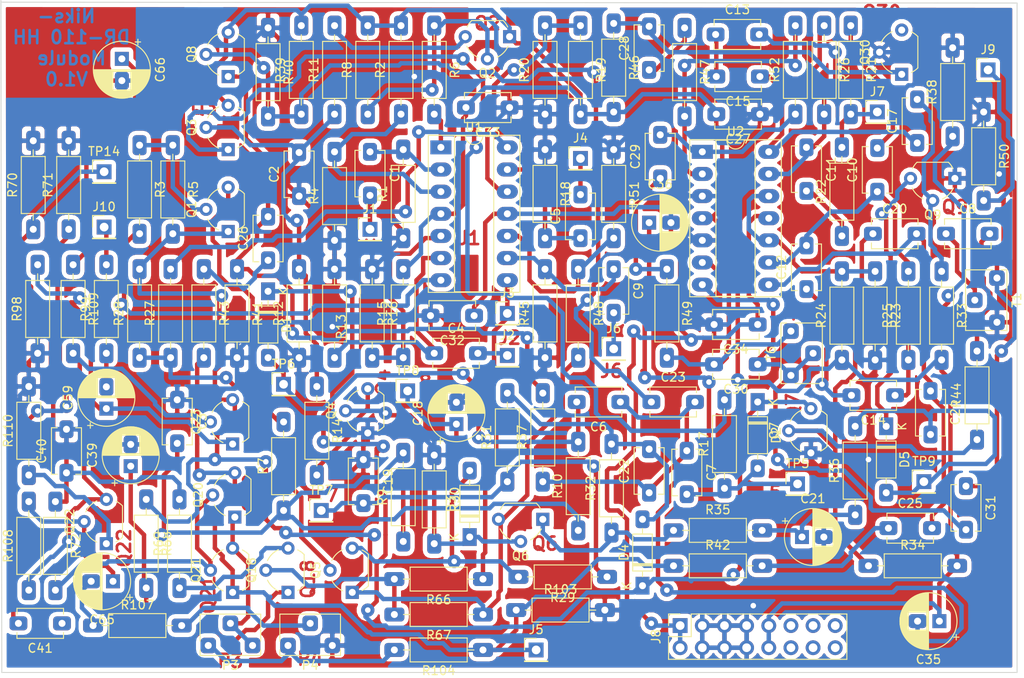
<source format=kicad_pcb>
(kicad_pcb (version 20171130) (host pcbnew "(5.0.2)-1")
  (layers (0 F.Cu signal) (31 B.Cu signal) (34 B.Paste user) (35 F.Paste user) (36 B.SilkS user) (37 F.SilkS user) (38 B.Mask user) (39 F.Mask user) (44 Edge.Cuts user))
  (net 0 "")
  (net 1 "Net-(C1-Pad1)")
  (net 2 "Net-(C1-Pad2)")
  (net 3 "Net-(C2-Pad2)")
  (net 4 GND)
  (net 5 "Net-(C3-Pad2)")
  (net 6 "Net-(C4-Pad1)")
  (net 7 "Net-(C4-Pad2)")
  (net 8 "Net-(C5-Pad2)")
  (net 9 "Net-(C5-Pad1)")
  (net 10 "Net-(C6-Pad2)")
  (net 11 "Net-(C22-Pad1)")
  (net 12 "Net-(C7-Pad2)")
  (net 13 "Net-(C8-Pad1)")
  (net 14 "Net-(C8-Pad2)")
  (net 15 "Net-(C9-Pad2)")
  (net 16 "Net-(C9-Pad1)")
  (net 17 "Net-(C10-Pad2)")
  (net 18 "Net-(C10-Pad1)")
  (net 19 "Net-(C11-Pad1)")
  (net 20 "Net-(C11-Pad2)")
  (net 21 "Net-(C12-Pad1)")
  (net 22 "Net-(C13-Pad1)")
  (net 23 HiFilter)
  (net 24 LoFilter)
  (net 25 "Net-(C17-Pad2)")
  (net 26 "Net-(C18-Pad1)")
  (net 27 "Net-(C19-Pad2)")
  (net 28 NoiseIn)
  (net 29 "Net-(C21-Pad1)")
  (net 30 "Net-(C22-Pad2)")
  (net 31 "Net-(C23-Pad1)")
  (net 32 "Net-(C24-Pad1)")
  (net 33 "Net-(C24-Pad2)")
  (net 34 "Net-(C25-Pad1)")
  (net 35 "Net-(C26-Pad1)")
  (net 36 "Net-(C26-Pad2)")
  (net 37 +12V)
  (net 38 "Net-(C28-Pad1)")
  (net 39 "Net-(C28-Pad2)")
  (net 40 "Net-(C29-Pad1)")
  (net 41 "Net-(C29-Pad2)")
  (net 42 "Net-(C30-Pad2)")
  (net 43 "Net-(C30-Pad1)")
  (net 44 Noise)
  (net 45 -12V)
  (net 46 "Net-(C35-Pad2)")
  (net 47 "Net-(C39-Pad1)")
  (net 48 "Net-(C40-Pad1)")
  (net 49 "Net-(C41-Pad2)")
  (net 50 "Net-(C59-Pad1)")
  (net 51 "Net-(C59-Pad2)")
  (net 52 "Net-(C65-Pad2)")
  (net 53 "Net-(C65-Pad1)")
  (net 54 "Net-(C66-Pad1)")
  (net 55 "Net-(D1-Pad1)")
  (net 56 "Net-(D3-Pad2)")
  (net 57 "Net-(D5-Pad1)")
  (net 58 AccentTrigger)
  (net 59 "Net-(J7-Pad1)")
  (net 60 "Net-(J8-Pad11)")
  (net 61 "Net-(J8-Pad12)")
  (net 62 "Net-(J8-Pad13)")
  (net 63 "Net-(J8-Pad14)")
  (net 64 "Net-(J8-Pad15)")
  (net 65 "Net-(J8-Pad16)")
  (net 66 "Net-(J10-Pad1)")
  (net 67 "Net-(P3-Pad1)")
  (net 68 "Net-(P3-Pad2)")
  (net 69 "Net-(P4-Pad2)")
  (net 70 "Net-(Q1-Pad2)")
  (net 71 "Net-(Q1-Pad3)")
  (net 72 "Net-(Q2-Pad2)")
  (net 73 "Net-(Q2-Pad3)")
  (net 74 "Net-(Q3-Pad1)")
  (net 75 "Net-(Q4-Pad3)")
  (net 76 "Net-(Q4-Pad2)")
  (net 77 "Net-(Q5-Pad2)")
  (net 78 "Net-(Q6-Pad1)")
  (net 79 "Net-(Q18-Pad3)")
  (net 80 "Net-(Q18-Pad2)")
  (net 81 "Net-(Q20-Pad2)")
  (net 82 VR2)
  (net 83 "Net-(Q22-Pad1)")
  (net 84 "Net-(Q22-Pad3)")
  (net 85 "Net-(Q30-Pad3)")
  (net 86 "Net-(R2-Pad1)")
  (net 87 CLOSEDHatTrigger)
  (net 88 OpenHatTrigger)
  (net 89 "Net-(R15-Pad1)")
  (net 90 "Net-(R19-Pad1)")
  (net 91 "Net-(R23-Pad1)")
  (net 92 CymbalTrigger)
  (net 93 "Net-(R47-Pad2)")
  (net 94 "Net-(R48-Pad1)")
  (module NilsLib:Stift (layer F.Cu) (at 153.162 144.018)
    (fp_text reference J5 (at 0 -2.33) (layer F.SilkS))
    (fp_text value VR2)
    (pad 1 thru_hole rect (at 0 0) (size 1.7 1.7) (drill 1) (layers *.Cu *.Mask) (net 82 VR2))
  )
  (module NilsLib:Widerstand_liegend (layer F.Cu) (at 182.88 82.55 90)
    (fp_text reference R52 (at 5.08 -2.37 90) (layer F.SilkS))
    (fp_text value 470k)
    (pad 1 thru_hole roundrect (at 0 0 90) (size 2.286 1.6) (drill 0.8) (layers *.Cu *.Mask) (net 41 "Net-(C29-Pad2)"))
    (pad 2 thru_hole roundrect (at 10.16 0 90) (size 2.286 1.6) (drill 0.8) (layers *.Cu *.Mask) (net 93 "Net-(R47-Pad2)"))
  )
  (module Package_DIP:DIP-14_W7.62mm_Socket_LongPads (layer F.Cu) (at 142.24 86.36)
    (fp_text reference U1 (at 3.81 -2.33) (layer F.SilkS))
    (fp_text value TL074)
    (pad 14 thru_hole oval (at 7.62 0) (size 2.4 1.6) (drill 0.8) (layers *.Cu *.Mask) (net 92 CymbalTrigger))
    (pad 7 thru_hole oval (at 0 15.24) (size 2.4 1.6) (drill 0.8) (layers *.Cu *.Mask) (net 87 CLOSEDHatTrigger))
    (pad 13 thru_hole oval (at 7.62 2.54) (size 2.4 1.6) (drill 0.8) (layers *.Cu *.Mask) (net 9 "Net-(C5-Pad1)"))
    (pad 6 thru_hole oval (at 0 12.7) (size 2.4 1.6) (drill 0.8) (layers *.Cu *.Mask) (net 6 "Net-(C4-Pad1)"))
    (pad 12 thru_hole oval (at 7.62 5.08) (size 2.4 1.6) (drill 0.8) (layers *.Cu *.Mask) (net 90 "Net-(R19-Pad1)"))
    (pad 5 thru_hole oval (at 0 10.16) (size 2.4 1.6) (drill 0.8) (layers *.Cu *.Mask) (net 89 "Net-(R15-Pad1)"))
    (pad 11 thru_hole oval (at 7.62 7.62) (size 2.4 1.6) (drill 0.8) (layers *.Cu *.Mask) (net 45 -12V))
    (pad 4 thru_hole oval (at 0 7.62) (size 2.4 1.6) (drill 0.8) (layers *.Cu *.Mask) (net 37 +12V))
    (pad 10 thru_hole oval (at 7.62 10.16) (size 2.4 1.6) (drill 0.8) (layers *.Cu *.Mask) (net 94 "Net-(R48-Pad1)"))
    (pad 3 thru_hole oval (at 0 5.08) (size 2.4 1.6) (drill 0.8) (layers *.Cu *.Mask) (net 86 "Net-(R2-Pad1)"))
    (pad 9 thru_hole oval (at 7.62 12.7) (size 2.4 1.6) (drill 0.8) (layers *.Cu *.Mask) (net 16 "Net-(C9-Pad1)"))
    (pad 2 thru_hole oval (at 0 2.54) (size 2.4 1.6) (drill 0.8) (layers *.Cu *.Mask) (net 1 "Net-(C1-Pad1)"))
    (pad 8 thru_hole oval (at 7.62 15.24) (size 2.4 1.6) (drill 0.8) (layers *.Cu *.Mask) (net 58 AccentTrigger))
    (pad 1 thru_hole rect (at 0 0) (size 2.4 1.6) (drill 0.8) (layers *.Cu *.Mask) (net 88 OpenHatTrigger))
  )
  (module Package_DIP:DIP-14_W7.62mm_Socket_LongPads (layer F.Cu) (at 172.212 86.868)
    (fp_text reference U2 (at 3.81 -2.33) (layer F.SilkS))
    (fp_text value TL074)
    (pad 1 thru_hole rect (at 0 0) (size 2.4 1.6) (drill 0.8) (layers *.Cu *.Mask) (net 41 "Net-(C29-Pad2)"))
    (pad 8 thru_hole oval (at 7.62 15.24) (size 2.4 1.6) (drill 0.8) (layers *.Cu *.Mask) (net 23 HiFilter))
    (pad 2 thru_hole oval (at 0 2.54) (size 2.4 1.6) (drill 0.8) (layers *.Cu *.Mask) (net 93 "Net-(R47-Pad2)"))
    (pad 9 thru_hole oval (at 7.62 12.7) (size 2.4 1.6) (drill 0.8) (layers *.Cu *.Mask) (net 18 "Net-(C10-Pad1)"))
    (pad 3 thru_hole oval (at 0 5.08) (size 2.4 1.6) (drill 0.8) (layers *.Cu *.Mask) (net 4 GND))
    (pad 10 thru_hole oval (at 7.62 10.16) (size 2.4 1.6) (drill 0.8) (layers *.Cu *.Mask) (net 91 "Net-(R23-Pad1)"))
    (pad 4 thru_hole oval (at 0 7.62) (size 2.4 1.6) (drill 0.8) (layers *.Cu *.Mask) (net 37 +12V))
    (pad 11 thru_hole oval (at 7.62 7.62) (size 2.4 1.6) (drill 0.8) (layers *.Cu *.Mask) (net 45 -12V))
    (pad 5 thru_hole oval (at 0 10.16) (size 2.4 1.6) (drill 0.8) (layers *.Cu *.Mask) (net 4 GND))
    (pad 12 thru_hole oval (at 7.62 5.08) (size 2.4 1.6) (drill 0.8) (layers *.Cu *.Mask) (net 91 "Net-(R23-Pad1)"))
    (pad 6 thru_hole oval (at 0 12.7) (size 2.4 1.6) (drill 0.8) (layers *.Cu *.Mask) (net 42 "Net-(C30-Pad2)"))
    (pad 13 thru_hole oval (at 7.62 2.54) (size 2.4 1.6) (drill 0.8) (layers *.Cu *.Mask) (net 19 "Net-(C11-Pad1)"))
    (pad 7 thru_hole oval (at 0 15.24) (size 2.4 1.6) (drill 0.8) (layers *.Cu *.Mask) (net 43 "Net-(C30-Pad1)"))
    (pad 14 thru_hole oval (at 7.62 0) (size 2.4 1.6) (drill 0.8) (layers *.Cu *.Mask) (net 24 LoFilter))
  )
  (module NilsLib:Kondensator_Keramik (layer F.Cu) (at 134.112 86.868 270)
    (fp_text reference C1 (at 2.5 -2.85 270) (layer F.SilkS))
    (fp_text value 1n)
    (pad 1 thru_hole roundrect (at 0 0 270) (size 2.032 1.6) (drill 0.8) (layers *.Cu *.Mask) (net 1 "Net-(C1-Pad1)"))
    (pad 2 thru_hole roundrect (at 5 0 270) (size 2.032 1.6) (drill 0.8) (layers *.Cu *.Mask) (net 2 "Net-(C1-Pad2)"))
  )
  (module NilsLib:Kondensator_Keramik (layer F.Cu) (at 125.984 91.948 90)
    (fp_text reference C2 (at 2.5 -2.85 90) (layer F.SilkS))
    (fp_text value 1u)
    (pad 2 thru_hole roundrect (at 5 0 90) (size 2.032 1.6) (drill 0.8) (layers *.Cu *.Mask) (net 3 "Net-(C2-Pad2)"))
    (pad 1 thru_hole roundrect (at 0 0 90) (size 2.032 1.6) (drill 0.8) (layers *.Cu *.Mask) (net 4 GND))
  )
  (module NilsLib:Kondensator_Keramik (layer F.Cu) (at 112.014 115.316 270)
    (fp_text reference C3 (at 2.5 -2.85 270) (layer F.SilkS))
    (fp_text value 470n)
    (pad 1 thru_hole roundrect (at 0 0 270) (size 2.032 1.6) (drill 0.8) (layers *.Cu *.Mask) (net 4 GND))
    (pad 2 thru_hole roundrect (at 5 0 270) (size 2.032 1.6) (drill 0.8) (layers *.Cu *.Mask) (net 5 "Net-(C3-Pad2)"))
  )
  (module NilsLib:Kondensator_Keramik (layer F.Cu) (at 141.478 109.982)
    (fp_text reference C4 (at 2.5 -2.85) (layer F.SilkS))
    (fp_text value 1n)
    (pad 1 thru_hole roundrect (at 0 0) (size 2.032 1.6) (drill 0.8) (layers *.Cu *.Mask) (net 6 "Net-(C4-Pad1)"))
    (pad 2 thru_hole roundrect (at 5 0) (size 2.032 1.6) (drill 0.8) (layers *.Cu *.Mask) (net 7 "Net-(C4-Pad2)"))
  )
  (module NilsLib:Kondensator_Keramik (layer F.Cu) (at 158.242 96.774 90)
    (fp_text reference C5 (at 2.5 -2.85 90) (layer F.SilkS))
    (fp_text value 1n)
    (pad 2 thru_hole roundrect (at 5 0 90) (size 2.032 1.6) (drill 0.8) (layers *.Cu *.Mask) (net 8 "Net-(C5-Pad2)"))
    (pad 1 thru_hole roundrect (at 0 0 90) (size 2.032 1.6) (drill 0.8) (layers *.Cu *.Mask) (net 9 "Net-(C5-Pad1)"))
  )
  (module NilsLib:Kondensator_Keramik (layer F.Cu) (at 162.814 115.57 180)
    (fp_text reference C6 (at 2.5 -2.85 180) (layer F.SilkS))
    (fp_text value 470p)
    (pad 2 thru_hole roundrect (at 5 0 180) (size 2.032 1.6) (drill 0.8) (layers *.Cu *.Mask) (net 10 "Net-(C6-Pad2)"))
    (pad 1 thru_hole roundrect (at 0 0 180) (size 2.032 1.6) (drill 0.8) (layers *.Cu *.Mask) (net 11 "Net-(C22-Pad1)"))
  )
  (module NilsLib:Kondensator_Keramik (layer F.Cu) (at 170.434 121.158 270)
    (fp_text reference C7 (at 2.5 -2.85 270) (layer F.SilkS))
    (fp_text value 470p)
    (pad 2 thru_hole roundrect (at 5 0 270) (size 2.032 1.6) (drill 0.8) (layers *.Cu *.Mask) (net 12 "Net-(C7-Pad2)"))
    (pad 1 thru_hole roundrect (at 0 0 270) (size 2.032 1.6) (drill 0.8) (layers *.Cu *.Mask) (net 11 "Net-(C22-Pad1)"))
  )
  (module NilsLib:Kondensator_Keramik (layer F.Cu) (at 200.152 96.266)
    (fp_text reference C8 (at 2.5 -2.85) (layer F.SilkS))
    (fp_text value 220p)
    (pad 1 thru_hole roundrect (at 0 0) (size 2.032 1.6) (drill 0.8) (layers *.Cu *.Mask) (net 13 "Net-(C8-Pad1)"))
    (pad 2 thru_hole roundrect (at 5 0) (size 2.032 1.6) (drill 0.8) (layers *.Cu *.Mask) (net 14 "Net-(C8-Pad2)"))
  )
  (module NilsLib:Kondensator_Keramik (layer F.Cu) (at 162.052 100.33 270)
    (fp_text reference C9 (at 2.5 -2.85 270) (layer F.SilkS))
    (fp_text value 1n)
    (pad 2 thru_hole roundrect (at 5 0 270) (size 2.032 1.6) (drill 0.8) (layers *.Cu *.Mask) (net 15 "Net-(C9-Pad2)"))
    (pad 1 thru_hole roundrect (at 0 0 270) (size 2.032 1.6) (drill 0.8) (layers *.Cu *.Mask) (net 16 "Net-(C9-Pad1)"))
  )
  (module NilsLib:Kondensator_Keramik (layer F.Cu) (at 192.278 91.44 90)
    (fp_text reference C10 (at 2.5 -2.85 90) (layer F.SilkS))
    (fp_text value 470p)
    (pad 2 thru_hole roundrect (at 5 0 90) (size 2.032 1.6) (drill 0.8) (layers *.Cu *.Mask) (net 17 "Net-(C10-Pad2)"))
    (pad 1 thru_hole roundrect (at 0 0 90) (size 2.032 1.6) (drill 0.8) (layers *.Cu *.Mask) (net 18 "Net-(C10-Pad1)"))
  )
  (module NilsLib:Kondensator_Keramik (layer F.Cu) (at 184.15 86.36 270)
    (fp_text reference C11 (at 2.5 -2.85 270) (layer F.SilkS))
    (fp_text value 1n)
    (pad 1 thru_hole roundrect (at 0 0 270) (size 2.032 1.6) (drill 0.8) (layers *.Cu *.Mask) (net 19 "Net-(C11-Pad1)"))
    (pad 2 thru_hole roundrect (at 5 0 270) (size 2.032 1.6) (drill 0.8) (layers *.Cu *.Mask) (net 20 "Net-(C11-Pad2)"))
  )
  (module NilsLib:Kondensator_Keramik (layer F.Cu) (at 184.15 102.616 90)
    (fp_text reference C12 (at 2.5 -2.85 90) (layer F.SilkS))
    (fp_text value 1n)
    (pad 1 thru_hole roundrect (at 0 0 90) (size 2.032 1.6) (drill 0.8) (layers *.Cu *.Mask) (net 21 "Net-(C12-Pad1)"))
    (pad 2 thru_hole roundrect (at 5 0 90) (size 2.032 1.6) (drill 0.8) (layers *.Cu *.Mask) (net 18 "Net-(C10-Pad1)"))
  )
  (module NilsLib:Kondensator_Keramik (layer F.Cu) (at 173.736 73.406)
    (fp_text reference C13 (at 2.5 -2.85) (layer F.SilkS))
    (fp_text value 5n)
    (pad 2 thru_hole roundrect (at 5 0) (size 2.032 1.6) (drill 0.8) (layers *.Cu *.Mask) (net 19 "Net-(C11-Pad1)"))
    (pad 1 thru_hole roundrect (at 0 0) (size 2.032 1.6) (drill 0.8) (layers *.Cu *.Mask) (net 22 "Net-(C13-Pad1)"))
  )
  (module NilsLib:Kondensator_Keramik (layer F.Cu) (at 194.31 114.808 180)
    (fp_text reference C14 (at 2.5 -2.85 180) (layer F.SilkS))
    (fp_text value 1n)
    (pad 2 thru_hole roundrect (at 5 0 180) (size 2.032 1.6) (drill 0.8) (layers *.Cu *.Mask) (net 21 "Net-(C12-Pad1)"))
    (pad 1 thru_hole roundrect (at 0 0 180) (size 2.032 1.6) (drill 0.8) (layers *.Cu *.Mask) (net 23 HiFilter))
  )
  (module NilsLib:Kondensator_Keramik (layer F.Cu) (at 178.816 78.232 180)
    (fp_text reference C15 (at 2.5 -2.85 180) (layer F.SilkS))
    (fp_text value 5n)
    (pad 1 thru_hole roundrect (at 0 0 180) (size 2.032 1.6) (drill 0.8) (layers *.Cu *.Mask) (net 24 LoFilter))
    (pad 2 thru_hole roundrect (at 5 0 180) (size 2.032 1.6) (drill 0.8) (layers *.Cu *.Mask) (net 22 "Net-(C13-Pad1)"))
  )
  (module NilsLib:Kondensator_Keramik (layer F.Cu) (at 196.85 85.852 90)
    (fp_text reference C17 (at 2.5 -2.85 90) (layer F.SilkS))
    (fp_text value 47n)
    (pad 2 thru_hole roundrect (at 5 0 90) (size 2.032 1.6) (drill 0.8) (layers *.Cu *.Mask) (net 25 "Net-(C17-Pad2)"))
    (pad 1 thru_hole roundrect (at 0 0 90) (size 2.032 1.6) (drill 0.8) (layers *.Cu *.Mask) (net 24 LoFilter))
  )
  (module NilsLib:Elko_D6.3mm_P2.50mm (layer F.Cu) (at 144.018 118.11 90)
    (fp_text reference C18 (at 1.25 -4.4 90) (layer F.SilkS))
    (fp_text value 1u)
    (pad 2 thru_hole roundrect (at 2.5 0 90) (size 2.032 1.6) (drill 0.8) (layers *.Cu *.Mask) (net 4 GND))
    (pad 1 thru_hole rect (at 0 0 90) (size 1.6 1.6) (drill 0.8) (layers *.Cu *.Mask) (net 26 "Net-(C18-Pad1)"))
  )
  (module NilsLib:Kondensator_Keramik (layer F.Cu) (at 133.35 122.174 270)
    (fp_text reference C19 (at 2.5 -2.85 270) (layer F.SilkS))
    (fp_text value 470n)
    (pad 1 thru_hole roundrect (at 0 0 270) (size 2.032 1.6) (drill 0.8) (layers *.Cu *.Mask) (net 4 GND))
    (pad 2 thru_hole roundrect (at 5 0 270) (size 2.032 1.6) (drill 0.8) (layers *.Cu *.Mask) (net 27 "Net-(C19-Pad2)"))
  )
  (module NilsLib:Kondensator_Keramik (layer F.Cu) (at 191.77 96.266)
    (fp_text reference C20 (at 2.5 -2.85) (layer F.SilkS))
    (fp_text value 47n)
    (pad 2 thru_hole roundrect (at 5 0) (size 2.032 1.6) (drill 0.8) (layers *.Cu *.Mask) (net 23 HiFilter))
    (pad 1 thru_hole roundrect (at 0 0) (size 2.032 1.6) (drill 0.8) (layers *.Cu *.Mask) (net 28 NoiseIn))
  )
  (module NilsLib:Elko_D6.3mm_P2.50mm (layer F.Cu) (at 183.642 131.064)
    (fp_text reference C21 (at 1.25 -4.4) (layer F.SilkS))
    (fp_text value 1u)
    (pad 1 thru_hole rect (at 0 0) (size 1.6 1.6) (drill 0.8) (layers *.Cu *.Mask) (net 29 "Net-(C21-Pad1)"))
    (pad 2 thru_hole roundrect (at 2.5 0) (size 2.032 1.6) (drill 0.8) (layers *.Cu *.Mask) (net 4 GND))
  )
  (module NilsLib:Kondensator_Keramik (layer F.Cu) (at 166.116 125.984 90)
    (fp_text reference C22 (at 2.5 -2.85 90) (layer F.SilkS))
    (fp_text value 1n)
    (pad 1 thru_hole roundrect (at 0 0 90) (size 2.032 1.6) (drill 0.8) (layers *.Cu *.Mask) (net 11 "Net-(C22-Pad1)"))
    (pad 2 thru_hole roundrect (at 5 0 90) (size 2.032 1.6) (drill 0.8) (layers *.Cu *.Mask) (net 30 "Net-(C22-Pad2)"))
  )
  (module NilsLib:Kondensator_Keramik (layer F.Cu) (at 166.37 115.57)
    (fp_text reference C23 (at 2.5 -2.85) (layer F.SilkS))
    (fp_text value 1n)
    (pad 2 thru_hole roundrect (at 5 0) (size 2.032 1.6) (drill 0.8) (layers *.Cu *.Mask) (net 11 "Net-(C22-Pad1)"))
    (pad 1 thru_hole roundrect (at 0 0) (size 2.032 1.6) (drill 0.8) (layers *.Cu *.Mask) (net 31 "Net-(C23-Pad1)"))
  )
  (module NilsLib:Kondensator_Keramik (layer F.Cu) (at 198.374 114.3 270)
    (fp_text reference C24 (at 2.5 -2.85 270) (layer F.SilkS))
    (fp_text value 470p)
    (pad 1 thru_hole roundrect (at 0 0 270) (size 2.032 1.6) (drill 0.8) (layers *.Cu *.Mask) (net 32 "Net-(C24-Pad1)"))
    (pad 2 thru_hole roundrect (at 5 0 270) (size 2.032 1.6) (drill 0.8) (layers *.Cu *.Mask) (net 33 "Net-(C24-Pad2)"))
  )
  (module NilsLib:Kondensator_Keramik (layer F.Cu) (at 193.548 130.048)
    (fp_text reference C25 (at 2.5 -2.85) (layer F.SilkS))
    (fp_text value 470p)
    (pad 2 thru_hole roundrect (at 5 0) (size 2.032 1.6) (drill 0.8) (layers *.Cu *.Mask) (net 32 "Net-(C24-Pad1)"))
    (pad 1 thru_hole roundrect (at 0 0) (size 2.032 1.6) (drill 0.8) (layers *.Cu *.Mask) (net 34 "Net-(C25-Pad1)"))
  )
  (module NilsLib:Kondensator_Keramik (layer F.Cu) (at 122.428 99.314 90)
    (fp_text reference C26 (at 2.5 -2.85 90) (layer F.SilkS))
    (fp_text value 2.2n)
    (pad 1 thru_hole roundrect (at 0 0 90) (size 2.032 1.6) (drill 0.8) (layers *.Cu *.Mask) (net 35 "Net-(C26-Pad1)"))
    (pad 2 thru_hole roundrect (at 5 0 90) (size 2.032 1.6) (drill 0.8) (layers *.Cu *.Mask) (net 36 "Net-(C26-Pad2)"))
  )
  (module NilsLib:Kondensator_Keramik (layer F.Cu) (at 178.816 82.55 180)
    (fp_text reference C27 (at 2.5 -2.85 180) (layer F.SilkS))
    (fp_text value 100n)
    (pad 2 thru_hole roundrect (at 5 0 180) (size 2.032 1.6) (drill 0.8) (layers *.Cu *.Mask) (net 37 +12V))
    (pad 1 thru_hole roundrect (at 0 0 180) (size 2.032 1.6) (drill 0.8) (layers *.Cu *.Mask) (net 4 GND))
  )
  (module NilsLib:Kondensator_Keramik (layer F.Cu) (at 166.116 77.47 90)
    (fp_text reference C28 (at 2.5 -2.85 90) (layer F.SilkS))
    (fp_text value 470n)
    (pad 1 thru_hole roundrect (at 0 0 90) (size 2.032 1.6) (drill 0.8) (layers *.Cu *.Mask) (net 38 "Net-(C28-Pad1)"))
    (pad 2 thru_hole roundrect (at 5 0 90) (size 2.032 1.6) (drill 0.8) (layers *.Cu *.Mask) (net 39 "Net-(C28-Pad2)"))
  )
  (module NilsLib:Kondensator_Keramik (layer F.Cu) (at 167.386 89.916 90)
    (fp_text reference C29 (at 2.5 -2.85 90) (layer F.SilkS))
    (fp_text value 470n)
    (pad 1 thru_hole roundrect (at 0 0 90) (size 2.032 1.6) (drill 0.8) (layers *.Cu *.Mask) (net 40 "Net-(C29-Pad1)"))
    (pad 2 thru_hole roundrect (at 5 0 90) (size 2.032 1.6) (drill 0.8) (layers *.Cu *.Mask) (net 41 "Net-(C29-Pad2)"))
  )
  (module NilsLib:Kondensator_Keramik (layer F.Cu) (at 178.562 111.252 180)
    (fp_text reference C30 (at 2.5 -2.85 180) (layer F.SilkS))
    (fp_text value 22p)
    (pad 2 thru_hole roundrect (at 5 0 180) (size 2.032 1.6) (drill 0.8) (layers *.Cu *.Mask) (net 42 "Net-(C30-Pad2)"))
    (pad 1 thru_hole roundrect (at 0 0 180) (size 2.032 1.6) (drill 0.8) (layers *.Cu *.Mask) (net 43 "Net-(C30-Pad1)"))
  )
  (module NilsLib:Kondensator_Keramik (layer F.Cu) (at 202.438 125.222 270)
    (fp_text reference C31 (at 2.5 -2.85 270) (layer F.SilkS))
    (fp_text value 470n)
    (pad 2 thru_hole roundrect (at 5 0 270) (size 2.032 1.6) (drill 0.8) (layers *.Cu *.Mask) (net 43 "Net-(C30-Pad1)"))
    (pad 1 thru_hole roundrect (at 0 0 270) (size 2.032 1.6) (drill 0.8) (layers *.Cu *.Mask) (net 44 Noise))
  )
  (module NilsLib:Kondensator_Keramik (layer F.Cu) (at 146.05 105.664 180)
    (fp_text reference C32 (at 2.5 -2.85 180) (layer F.SilkS))
    (fp_text value 100n)
    (pad 1 thru_hole roundrect (at 0 0 180) (size 2.032 1.6) (drill 0.8) (layers *.Cu *.Mask) (net 45 -12V))
    (pad 2 thru_hole roundrect (at 5 0 180) (size 2.032 1.6) (drill 0.8) (layers *.Cu *.Mask) (net 4 GND))
  )
  (module NilsLib:Kondensator_Keramik (layer F.Cu) (at 150.114 81.788 180)
    (fp_text reference C33 (at 2.5 -2.85 180) (layer F.SilkS))
    (fp_text value 100n)
    (pad 2 thru_hole roundrect (at 5 0 180) (size 2.032 1.6) (drill 0.8) (layers *.Cu *.Mask) (net 37 +12V))
    (pad 1 thru_hole roundrect (at 0 0 180) (size 2.032 1.6) (drill 0.8) (layers *.Cu *.Mask) (net 4 GND))
  )
  (module NilsLib:Kondensator_Keramik (layer F.Cu) (at 178.562 106.68 180)
    (fp_text reference C34 (at 2.5 -2.85 180) (layer F.SilkS))
    (fp_text value 100n)
    (pad 1 thru_hole roundrect (at 0 0 180) (size 2.032 1.6) (drill 0.8) (layers *.Cu *.Mask) (net 45 -12V))
    (pad 2 thru_hole roundrect (at 5 0 180) (size 2.032 1.6) (drill 0.8) (layers *.Cu *.Mask) (net 4 GND))
  )
  (module NilsLib:Elko_D6.3mm_P2.50mm (layer F.Cu) (at 199.39 140.716 180)
    (fp_text reference C35 (at 1.25 -4.4 180) (layer F.SilkS))
    (fp_text value 33u)
    (pad 1 thru_hole rect (at 0 0 180) (size 1.6 1.6) (drill 0.8) (layers *.Cu *.Mask) (net 37 +12V))
    (pad 2 thru_hole roundrect (at 2.5 0 180) (size 2.032 1.6) (drill 0.8) (layers *.Cu *.Mask) (net 46 "Net-(C35-Pad2)"))
  )
  (module NilsLib:Elko_D6.3mm_P2.50mm (layer F.Cu) (at 166.116 94.996)
    (fp_text reference C36 (at 1.25 -4.4) (layer F.SilkS))
    (fp_text value 33u)
    (pad 1 thru_hole rect (at 0 0) (size 1.6 1.6) (drill 0.8) (layers *.Cu *.Mask) (net 46 "Net-(C35-Pad2)"))
    (pad 2 thru_hole roundrect (at 2.5 0) (size 2.032 1.6) (drill 0.8) (layers *.Cu *.Mask) (net 45 -12V))
  )
  (module NilsLib:Elko_D6.3mm_P2.50mm (layer F.Cu) (at 106.68 122.936 90)
    (fp_text reference C39 (at 1.25 -4.4 90) (layer F.SilkS))
    (fp_text value 47u)
    (pad 2 thru_hole roundrect (at 2.5 0 90) (size 2.032 1.6) (drill 0.8) (layers *.Cu *.Mask) (net 4 GND))
    (pad 1 thru_hole rect (at 0 0 90) (size 1.6 1.6) (drill 0.8) (layers *.Cu *.Mask) (net 47 "Net-(C39-Pad1)"))
  )
  (module NilsLib:Kondensator_Keramik (layer F.Cu) (at 99.314 123.698 90)
    (fp_text reference C40 (at 2.5 -2.85 90) (layer F.SilkS))
    (fp_text value 470n)
    (pad 1 thru_hole roundrect (at 0 0 90) (size 2.032 1.6) (drill 0.8) (layers *.Cu *.Mask) (net 48 "Net-(C40-Pad1)"))
    (pad 2 thru_hole roundrect (at 5 0 90) (size 2.032 1.6) (drill 0.8) (layers *.Cu *.Mask) (net 4 GND))
  )
  (module NilsLib:Kondensator_Keramik (layer F.Cu) (at 98.806 140.97 180)
    (fp_text reference C41 (at 2.5 -2.85 180) (layer F.SilkS))
    (fp_text value 470n)
    (pad 1 thru_hole roundrect (at 0 0 180) (size 2.032 1.6) (drill 0.8) (layers *.Cu *.Mask) (net 48 "Net-(C40-Pad1)"))
    (pad 2 thru_hole roundrect (at 5 0 180) (size 2.032 1.6) (drill 0.8) (layers *.Cu *.Mask) (net 49 "Net-(C41-Pad2)"))
  )
  (module NilsLib:Elko_D6.3mm_P2.50mm (layer F.Cu) (at 103.886 116.332 90)
    (fp_text reference C59 (at 1.25 -4.4 90) (layer F.SilkS))
    (fp_text value 10u)
    (pad 1 thru_hole rect (at 0 0 90) (size 1.6 1.6) (drill 0.8) (layers *.Cu *.Mask) (net 50 "Net-(C59-Pad1)"))
    (pad 2 thru_hole roundrect (at 2.5 0 90) (size 2.032 1.6) (drill 0.8) (layers *.Cu *.Mask) (net 51 "Net-(C59-Pad2)"))
  )
  (module NilsLib:Elko_D6.3mm_P2.50mm (layer F.Cu) (at 104.648 136.144 180)
    (fp_text reference C65 (at 1.25 -4.4 180) (layer F.SilkS))
    (fp_text value 1u)
    (pad 2 thru_hole roundrect (at 2.5 0 180) (size 2.032 1.6) (drill 0.8) (layers *.Cu *.Mask) (net 52 "Net-(C65-Pad2)"))
    (pad 1 thru_hole rect (at 0 0 180) (size 1.6 1.6) (drill 0.8) (layers *.Cu *.Mask) (net 53 "Net-(C65-Pad1)"))
  )
  (module NilsLib:Elko_D6.3mm_P2.50mm (layer F.Cu) (at 105.664 76.2 270)
    (fp_text reference C66 (at 1.25 -4.4 270) (layer F.SilkS))
    (fp_text value 100u)
    (pad 2 thru_hole roundrect (at 2.5 0 270) (size 2.032 1.6) (drill 0.8) (layers *.Cu *.Mask) (net 4 GND))
    (pad 1 thru_hole rect (at 0 0 270) (size 1.6 1.6) (drill 0.8) (layers *.Cu *.Mask) (net 54 "Net-(C66-Pad1)"))
  )
  (module Diode_THT:D_DO-35_SOD27_P7.62mm_Horizontal (layer F.Cu) (at 122.428 102.87 270)
    (fp_text reference D1 (at 3.81 -2.12 270) (layer F.SilkS))
    (fp_text value 1N4148)
    (fp_text user K (at 0 -1.8 270) (layer F.SilkS))
    (pad 2 thru_hole roundrect (at 7.62 0 270) (size 2.032 1.6) (drill 0.8) (layers *.Cu *.Mask) (net 10 "Net-(C6-Pad2)"))
    (pad 1 thru_hole rect (at 0 0 270) (size 2.032 1.6) (drill 0.8) (layers *.Cu *.Mask) (net 55 "Net-(D1-Pad1)"))
  )
  (module Diode_THT:D_DO-35_SOD27_P7.62mm_Horizontal (layer F.Cu) (at 178.562 115.57 270)
    (fp_text reference D2 (at 3.81 -2.12 270) (layer F.SilkS))
    (fp_text value 1N4148)
    (fp_text user K (at 0 -1.8 270) (layer F.SilkS))
    (pad 1 thru_hole rect (at 0 0 270) (size 2.032 1.6) (drill 0.8) (layers *.Cu *.Mask) (net 55 "Net-(D1-Pad1)"))
    (pad 2 thru_hole roundrect (at 7.62 0 270) (size 2.032 1.6) (drill 0.8) (layers *.Cu *.Mask) (net 12 "Net-(C7-Pad2)"))
  )
  (module Diode_THT:D_DO-35_SOD27_P7.62mm_Horizontal (layer F.Cu) (at 145.542 131.064 90)
    (fp_text reference D3 (at 3.81 -2.12 90) (layer F.SilkS))
    (fp_text value 1N4148)
    (fp_text user K (at 0 -1.8 90) (layer F.SilkS))
    (pad 1 thru_hole rect (at 0 0 90) (size 2.032 1.6) (drill 0.8) (layers *.Cu *.Mask) (net 26 "Net-(C18-Pad1)"))
    (pad 2 thru_hole roundrect (at 7.62 0 90) (size 2.032 1.6) (drill 0.8) (layers *.Cu *.Mask) (net 56 "Net-(D3-Pad2)"))
  )
  (module Diode_THT:D_DO-35_SOD27_P7.62mm_Horizontal (layer F.Cu) (at 165.354 136.652 90)
    (fp_text reference D4 (at 3.81 -2.12 90) (layer F.SilkS))
    (fp_text value 1N4148)
    (fp_text user K (at 0 -1.8 90) (layer F.SilkS))
    (pad 1 thru_hole rect (at 0 0 90) (size 2.032 1.6) (drill 0.8) (layers *.Cu *.Mask) (net 55 "Net-(D1-Pad1)"))
    (pad 2 thru_hole roundrect (at 7.62 0 90) (size 2.032 1.6) (drill 0.8) (layers *.Cu *.Mask) (net 30 "Net-(C22-Pad2)"))
  )
  (module Diode_THT:D_DO-35_SOD27_P7.62mm_Horizontal (layer F.Cu) (at 193.294 118.364 270)
    (fp_text reference D5 (at 3.81 -2.12 270) (layer F.SilkS))
    (fp_text value 1N4148)
    (fp_text user K (at 0 -1.8 270) (layer F.SilkS))
    (pad 2 thru_hole roundrect (at 7.62 0 270) (size 2.032 1.6) (drill 0.8) (layers *.Cu *.Mask) (net 33 "Net-(C24-Pad2)"))
    (pad 1 thru_hole rect (at 0 0 270) (size 2.032 1.6) (drill 0.8) (layers *.Cu *.Mask) (net 57 "Net-(D5-Pad1)"))
  )
  (module NilsLib:Stift (layer F.Cu) (at 134.112 95.758)
    (fp_text reference J1 (at 0 -2.33) (layer F.SilkS))
    (fp_text value OH)
    (pad 1 thru_hole rect (at 0 0) (size 1.7 1.7) (drill 1) (layers *.Cu *.Mask) (net 2 "Net-(C1-Pad2)"))
  )
  (module NilsLib:Stift (layer F.Cu) (at 149.86 110.236)
    (fp_text reference J2 (at 0 -2.33) (layer F.SilkS))
    (fp_text value CH)
    (pad 1 thru_hole rect (at 0 0) (size 1.7 1.7) (drill 1) (layers *.Cu *.Mask) (net 7 "Net-(C4-Pad2)"))
  )
  (module NilsLib:Stift (layer F.Cu) (at 149.86 105.41)
    (fp_text reference J3 (at 0 -2.33) (layer F.SilkS))
    (fp_text value ACC)
    (pad 1 thru_hole rect (at 0 0) (size 1.7 1.7) (drill 1) (layers *.Cu *.Mask) (net 58 AccentTrigger))
  )
  (module NilsLib:Stift (layer F.Cu) (at 158.242 87.63)
    (fp_text reference J4 (at 0 -2.33) (layer F.SilkS))
    (fp_text value Cym)
    (pad 1 thru_hole rect (at 0 0) (size 1.7 1.7) (drill 1) (layers *.Cu *.Mask) (net 8 "Net-(C5-Pad2)"))
  )
  (module NilsLib:Stift (layer F.Cu) (at 162.052 109.474)
    (fp_text reference J6 (at 0 -2.33) (layer F.SilkS))
    (fp_text value ACC)
    (pad 1 thru_hole rect (at 0 0) (size 1.7 1.7) (drill 1) (layers *.Cu *.Mask) (net 15 "Net-(C9-Pad2)"))
  )
  (module NilsLib:Stift (layer F.Cu) (at 192.278 82.296)
    (fp_text reference J7 (at 0 -2.33) (layer F.SilkS))
    (fp_text value MetalIn)
    (pad 1 thru_hole rect (at 0 0) (size 1.7 1.7) (drill 1) (layers *.Cu *.Mask) (net 59 "Net-(J7-Pad1)"))
  )
  (module Connector_PinSocket_2.54mm:PinSocket_2x08_P2.54mm_Vertical (layer F.Cu) (at 169.672 141.224 90)
    (fp_text reference J8 (at -1.27 -2.77 90) (layer F.SilkS))
    (fp_text value Power)
    (pad 1 thru_hole rect (at 0 0 90) (size 1.7 1.7) (drill 1) (layers *.Cu *.Mask) (net 45 -12V))
    (pad 2 thru_hole oval (at -2.54 0 90) (size 1.7 1.7) (drill 1) (layers *.Cu *.Mask) (net 45 -12V))
    (pad 3 thru_hole oval (at 0 2.54 90) (size 1.7 1.7) (drill 1) (layers *.Cu *.Mask) (net 4 GND))
    (pad 4 thru_hole oval (at -2.54 2.54 90) (size 1.7 1.7) (drill 1) (layers *.Cu *.Mask) (net 4 GND))
    (pad 5 thru_hole oval (at 0 5.08 90) (size 1.7 1.7) (drill 1) (layers *.Cu *.Mask) (net 4 GND))
    (pad 6 thru_hole oval (at -2.54 5.08 90) (size 1.7 1.7) (drill 1) (layers *.Cu *.Mask) (net 4 GND))
    (pad 7 thru_hole oval (at 0 7.62 90) (size 1.7 1.7) (drill 1) (layers *.Cu *.Mask) (net 4 GND))
    (pad 8 thru_hole oval (at -2.54 7.62 90) (size 1.7 1.7) (drill 1) (layers *.Cu *.Mask) (net 4 GND))
    (pad 9 thru_hole oval (at 0 10.16 90) (size 1.7 1.7) (drill 1) (layers *.Cu *.Mask) (net 37 +12V))
    (pad 10 thru_hole oval (at -2.54 10.16 90) (size 1.7 1.7) (drill 1) (layers *.Cu *.Mask) (net 37 +12V))
    (pad 11 thru_hole oval (at 0 12.7 90) (size 1.7 1.7) (drill 1) (layers *.Cu *.Mask) (net 60 "Net-(J8-Pad11)"))
    (pad 12 thru_hole oval (at -2.54 12.7 90) (size 1.7 1.7) (drill 1) (layers *.Cu *.Mask) (net 61 "Net-(J8-Pad12)"))
    (pad 13 thru_hole oval (at 0 15.24 90) (size 1.7 1.7) (drill 1) (layers *.Cu *.Mask) (net 62 "Net-(J8-Pad13)"))
    (pad 14 thru_hole oval (at -2.54 15.24 90) (size 1.7 1.7) (drill 1) (layers *.Cu *.Mask) (net 63 "Net-(J8-Pad14)"))
    (pad 15 thru_hole oval (at 0 17.78 90) (size 1.7 1.7) (drill 1) (layers *.Cu *.Mask) (net 64 "Net-(J8-Pad15)"))
    (pad 16 thru_hole oval (at -2.54 17.78 90) (size 1.7 1.7) (drill 1) (layers *.Cu *.Mask) (net 65 "Net-(J8-Pad16)"))
  )
  (module NilsLib:Stift (layer F.Cu) (at 204.978 77.47)
    (fp_text reference J9 (at 0 -2.33) (layer F.SilkS))
    (fp_text value Noise)
    (pad 1 thru_hole rect (at 0 0) (size 1.7 1.7) (drill 1) (layers *.Cu *.Mask) (net 44 Noise))
  )
  (module NilsLib:Stift (layer F.Cu) (at 103.632 95.504)
    (fp_text reference J10 (at 0 -2.33) (layer F.SilkS))
    (fp_text value Out)
    (pad 1 thru_hole rect (at 0 0) (size 1.7 1.7) (drill 1) (layers *.Cu *.Mask) (net 66 "Net-(J10-Pad1)"))
  )
  (module NilsLib:Trimmer_Vertical (layer F.Cu) (at 115.57 143.51 180)
    (fp_text reference P3 (at -2.54 -2.27 180) (layer F.SilkS))
    (fp_text value 1M)
    (pad 1 thru_hole roundrect (at 0 0 180) (size 1.778 1.778) (drill 0.8) (layers *.Cu *.Mask) (net 67 "Net-(P3-Pad1)"))
    (pad 2 thru_hole roundrect (at -2.54 2.54 180) (size 1.778 1.778) (drill 0.8) (layers *.Cu *.Mask) (net 68 "Net-(P3-Pad2)"))
    (pad 3 thru_hole roundrect (at -5.08 0 180) (size 1.778 1.778) (drill 0.8) (layers *.Cu *.Mask) (net 68 "Net-(P3-Pad2)"))
  )
  (module NilsLib:Trimmer_Vertical (layer F.Cu) (at 124.714 143.51 180)
    (fp_text reference P4 (at -2.54 -2.27 180) (layer F.SilkS))
    (fp_text value 22k)
    (pad 3 thru_hole roundrect (at -5.08 0 180) (size 1.778 1.778) (drill 0.8) (layers *.Cu *.Mask) (net 4 GND))
    (pad 2 thru_hole roundrect (at -2.54 2.54 180) (size 1.778 1.778) (drill 0.8) (layers *.Cu *.Mask) (net 69 "Net-(P4-Pad2)"))
    (pad 1 thru_hole roundrect (at 0 0 180) (size 1.778 1.778) (drill 0.8) (layers *.Cu *.Mask) (net 67 "Net-(P3-Pad1)"))
  )
  (module Package_TO_SOT_THT:TO-92_Wide (layer F.Cu) (at 117.856 96.012 90)
    (fp_text reference Q1 (at 2.55 -4.19 90) (layer F.SilkS))
    (fp_text value 2N3906)
    (pad 2 thru_hole circle (at 2.54 -2.54 180) (size 1.5 1.5) (drill 0.8) (layers *.Cu *.Mask) (net 70 "Net-(Q1-Pad2)"))
    (pad 3 thru_hole circle (at 5.08 0 180) (size 1.5 1.5) (drill 0.8) (layers *.Cu *.Mask) (net 71 "Net-(Q1-Pad3)"))
    (pad 1 thru_hole rect (at 0 0 180) (size 1.5 1.5) (drill 0.8) (layers *.Cu *.Mask) (net 37 +12V))
  )
  (module Package_TO_SOT_THT:TO-92_Wide (layer F.Cu) (at 150.114 73.66 180)
    (fp_text reference Q2 (at 2.55 -4.19 180) (layer F.SilkS))
    (fp_text value 2N3906)
    (pad 2 thru_hole circle (at 2.54 -2.54 270) (size 1.5 1.5) (drill 0.8) (layers *.Cu *.Mask) (net 72 "Net-(Q2-Pad2)"))
    (pad 3 thru_hole circle (at 5.08 0 270) (size 1.5 1.5) (drill 0.8) (layers *.Cu *.Mask) (net 73 "Net-(Q2-Pad3)"))
    (pad 1 thru_hole rect (at 0 0 270) (size 1.5 1.5) (drill 0.8) (layers *.Cu *.Mask) (net 37 +12V))
  )
  (module Package_TO_SOT_THT:TO-92_Wide (layer F.Cu) (at 117.856 86.614 90)
    (fp_text reference Q3 (at 2.55 -4.19 90) (layer F.SilkS))
    (fp_text value 2N3904)
    (pad 2 thru_hole circle (at 2.54 -2.54 180) (size 1.5 1.5) (drill 0.8) (layers *.Cu *.Mask) (net 3 "Net-(C2-Pad2)"))
    (pad 3 thru_hole circle (at 5.08 0 180) (size 1.5 1.5) (drill 0.8) (layers *.Cu *.Mask) (net 37 +12V))
    (pad 1 thru_hole rect (at 0 0 180) (size 1.5 1.5) (drill 0.8) (layers *.Cu *.Mask) (net 74 "Net-(Q3-Pad1)"))
  )
  (module Package_TO_SOT_THT:TO-92_Wide (layer F.Cu) (at 133.858 119.126 90)
    (fp_text reference Q4 (at 2.55 -4.19 90) (layer F.SilkS))
    (fp_text value 2N3904)
    (pad 1 thru_hole rect (at 0 0 180) (size 1.5 1.5) (drill 0.8) (layers *.Cu *.Mask) (net 4 GND))
    (pad 3 thru_hole circle (at 5.08 0 180) (size 1.5 1.5) (drill 0.8) (layers *.Cu *.Mask) (net 75 "Net-(Q4-Pad3)"))
    (pad 2 thru_hole circle (at 2.54 -2.54 180) (size 1.5 1.5) (drill 0.8) (layers *.Cu *.Mask) (net 76 "Net-(Q4-Pad2)"))
  )
  (module Package_TO_SOT_THT:TO-92_Wide (layer F.Cu) (at 132.08 137.414 90)
    (fp_text reference Q5 (at 2.55 -4.19 90) (layer F.SilkS))
    (fp_text value 2N3906)
    (pad 1 thru_hole rect (at 0 0 180) (size 1.5 1.5) (drill 0.8) (layers *.Cu *.Mask) (net 37 +12V))
    (pad 3 thru_hole circle (at 5.08 0 180) (size 1.5 1.5) (drill 0.8) (layers *.Cu *.Mask) (net 56 "Net-(D3-Pad2)"))
    (pad 2 thru_hole circle (at 2.54 -2.54 180) (size 1.5 1.5) (drill 0.8) (layers *.Cu *.Mask) (net 77 "Net-(Q5-Pad2)"))
  )
  (module Package_TO_SOT_THT:TO-92_Wide (layer F.Cu) (at 153.924 129.032 180)
    (fp_text reference Q6 (at 2.55 -4.19 180) (layer F.SilkS))
    (fp_text value 2N3904)
    (pad 2 thru_hole circle (at 2.54 -2.54 270) (size 1.5 1.5) (drill 0.8) (layers *.Cu *.Mask) (net 26 "Net-(C18-Pad1)"))
    (pad 3 thru_hole circle (at 5.08 0 270) (size 1.5 1.5) (drill 0.8) (layers *.Cu *.Mask) (net 37 +12V))
    (pad 1 thru_hole rect (at 0 0 270) (size 1.5 1.5) (drill 0.8) (layers *.Cu *.Mask) (net 78 "Net-(Q6-Pad1)"))
  )
  (module Package_TO_SOT_THT:TO-92_Wide (layer F.Cu) (at 184.658 121.412 90)
    (fp_text reference Q7 (at 2.55 -4.19 90) (layer F.SilkS))
    (fp_text value 2N3904)
    (pad 2 thru_hole circle (at 2.54 -2.54 180) (size 1.5 1.5) (drill 0.8) (layers *.Cu *.Mask) (net 28 NoiseIn))
    (pad 3 thru_hole circle (at 5.08 0 180) (size 1.5 1.5) (drill 0.8) (layers *.Cu *.Mask) (net 55 "Net-(D1-Pad1)"))
    (pad 1 thru_hole rect (at 0 0 180) (size 1.5 1.5) (drill 0.8) (layers *.Cu *.Mask) (net 4 GND))
  )
  (module Package_TO_SOT_THT:TO-92_Wide (layer F.Cu) (at 117.856 78.232 90)
    (fp_text reference Q8 (at 2.55 -4.19 90) (layer F.SilkS))
    (fp_text value 2N3904)
    (pad 2 thru_hole circle (at 2.54 -2.54 180) (size 1.5 1.5) (drill 0.8) (layers *.Cu *.Mask) (net 31 "Net-(C23-Pad1)"))
    (pad 3 thru_hole circle (at 5.08 0 180) (size 1.5 1.5) (drill 0.8) (layers *.Cu *.Mask) (net 37 +12V))
    (pad 1 thru_hole rect (at 0 0 180) (size 1.5 1.5) (drill 0.8) (layers *.Cu *.Mask) (net 36 "Net-(C26-Pad2)"))
  )
  (module Package_TO_SOT_THT:TO-92_Wide (layer F.Cu) (at 201.168 89.916 180)
    (fp_text reference Q9 (at 2.55 -4.19 180) (layer F.SilkS))
    (fp_text value 2N3904)
    (pad 1 thru_hole rect (at 0 0 270) (size 1.5 1.5) (drill 0.8) (layers *.Cu *.Mask) (net 4 GND))
    (pad 3 thru_hole circle (at 5.08 0 270) (size 1.5 1.5) (drill 0.8) (layers *.Cu *.Mask) (net 57 "Net-(D5-Pad1)"))
    (pad 2 thru_hole circle (at 2.54 -2.54 270) (size 1.5 1.5) (drill 0.8) (layers *.Cu *.Mask) (net 25 "Net-(C17-Pad2)"))
  )
  (module Package_TO_SOT_THT:TO-92_Wide (layer F.Cu) (at 124.714 137.414 90)
    (fp_text reference Q18 (at 2.55 -4.19 90) (layer F.SilkS))
    (fp_text value 2N3906)
    (pad 1 thru_hole rect (at 0 0 180) (size 1.5 1.5) (drill 0.8) (layers *.Cu *.Mask) (net 47 "Net-(C39-Pad1)"))
    (pad 3 thru_hole circle (at 5.08 0 180) (size 1.5 1.5) (drill 0.8) (layers *.Cu *.Mask) (net 79 "Net-(Q18-Pad3)"))
    (pad 2 thru_hole circle (at 2.54 -2.54 180) (size 1.5 1.5) (drill 0.8) (layers *.Cu *.Mask) (net 80 "Net-(Q18-Pad2)"))
  )
  (module Package_TO_SOT_THT:TO-92_Wide (layer F.Cu) (at 118.618 128.778 90)
    (fp_text reference Q20 (at 2.55 -4.19 90) (layer F.SilkS))
    (fp_text value 2N3904)
    (pad 2 thru_hole circle (at 2.54 -2.54 180) (size 1.5 1.5) (drill 0.8) (layers *.Cu *.Mask) (net 81 "Net-(Q20-Pad2)"))
    (pad 3 thru_hole circle (at 5.08 0 180) (size 1.5 1.5) (drill 0.8) (layers *.Cu *.Mask) (net 82 VR2))
    (pad 1 thru_hole rect (at 0 0 180) (size 1.5 1.5) (drill 0.8) (layers *.Cu *.Mask) (net 68 "Net-(P3-Pad2)"))
  )
  (module Package_TO_SOT_THT:TO-92_Wide (layer F.Cu) (at 118.364 137.414 90)
    (fp_text reference Q21 (at 2.55 -4.19 90) (layer F.SilkS))
    (fp_text value 2N3904)
    (pad 1 thru_hole rect (at 0 0 180) (size 1.5 1.5) (drill 0.8) (layers *.Cu *.Mask) (net 82 VR2))
    (pad 3 thru_hole circle (at 5.08 0 180) (size 1.5 1.5) (drill 0.8) (layers *.Cu *.Mask) (net 68 "Net-(P3-Pad2)"))
    (pad 2 thru_hole circle (at 2.54 -2.54 180) (size 1.5 1.5) (drill 0.8) (layers *.Cu *.Mask) (net 81 "Net-(Q20-Pad2)"))
  )
  (module Package_TO_SOT_THT:TO-92_Wide (layer F.Cu) (at 103.886 131.826 90)
    (fp_text reference Q22 (at 2.55 -4.19 90) (layer F.SilkS))
    (fp_text value 2N3904)
    (pad 1 thru_hole rect (at 0 0 180) (size 1.5 1.5) (drill 0.8) (layers *.Cu *.Mask) (net 83 "Net-(Q22-Pad1)"))
    (pad 3 thru_hole circle (at 5.08 0 180) (size 1.5 1.5) (drill 0.8) (layers *.Cu *.Mask) (net 84 "Net-(Q22-Pad3)"))
    (pad 2 thru_hole circle (at 2.54 -2.54 180) (size 1.5 1.5) (drill 0.8) (layers *.Cu *.Mask) (net 53 "Net-(C65-Pad1)"))
  )
  (module Package_TO_SOT_THT:TO-92_Wide (layer F.Cu) (at 118.364 120.396 90)
    (fp_text reference Q23 (at 2.55 -4.19 90) (layer F.SilkS))
    (fp_text value 2N3904)
    (pad 2 thru_hole circle (at 2.54 -2.54 180) (size 1.5 1.5) (drill 0.8) (layers *.Cu *.Mask) (net 84 "Net-(Q22-Pad3)"))
    (pad 3 thru_hole circle (at 5.08 0 180) (size 1.5 1.5) (drill 0.8) (layers *.Cu *.Mask) (net 37 +12V))
    (pad 1 thru_hole rect (at 0 0 180) (size 1.5 1.5) (drill 0.8) (layers *.Cu *.Mask) (net 50 "Net-(C59-Pad1)"))
  )
  (module Package_TO_SOT_THT:TO-92_Wide (layer F.Cu) (at 195.072 77.978 90)
    (fp_text reference Q30 (at 2.55 -4.19 90) (layer F.SilkS))
    (fp_text value 2N3904)
    (pad 1 thru_hole rect (at 0 0 180) (size 1.5 1.5) (drill 0.8) (layers *.Cu *.Mask) (net 39 "Net-(C28-Pad2)"))
    (pad 3 thru_hole circle (at 5.08 0 180) (size 1.5 1.5) (drill 0.8) (layers *.Cu *.Mask) (net 85 "Net-(Q30-Pad3)"))
    (pad 2 thru_hole circle (at 2.54 -2.54 180) (size 1.5 1.5) (drill 0.8) (layers *.Cu *.Mask) (net 4 GND))
  )
  (module NilsLib:Widerstand_liegend (layer F.Cu) (at 137.922 96.774 90)
    (fp_text reference R1 (at 5.08 -2.37 90) (layer F.SilkS))
    (fp_text value 1M)
    (pad 2 thru_hole roundrect (at 10.16 0 90) (size 2.286 1.6) (drill 0.8) (layers *.Cu *.Mask) (net 1 "Net-(C1-Pad1)"))
    (pad 1 thru_hole roundrect (at 0 0 90) (size 2.286 1.6) (drill 0.8) (layers *.Cu *.Mask) (net 4 GND))
  )
  (module NilsLib:Widerstand_liegend (layer F.Cu) (at 137.668 82.55 90)
    (fp_text reference R2 (at 5.08 -2.37 90) (layer F.SilkS))
    (fp_text value 10k)
    (pad 1 thru_hole roundrect (at 0 0 90) (size 2.286 1.6) (drill 0.8) (layers *.Cu *.Mask) (net 86 "Net-(R2-Pad1)"))
    (pad 2 thru_hole roundrect (at 10.16 0 90) (size 2.286 1.6) (drill 0.8) (layers *.Cu *.Mask) (net 37 +12V))
  )
  (module NilsLib:Widerstand_liegend (layer F.Cu) (at 107.696 86.106 270)
    (fp_text reference R3 (at 5.08 -2.37 270) (layer F.SilkS))
    (fp_text value 100k)
    (pad 2 thru_hole roundrect (at 10.16 0 270) (size 2.286 1.6) (drill 0.8) (layers *.Cu *.Mask) (net 87 CLOSEDHatTrigger))
    (pad 1 thru_hole roundrect (at 0 0 270) (size 2.286 1.6) (drill 0.8) (layers *.Cu *.Mask) (net 70 "Net-(Q1-Pad2)"))
  )
  (module NilsLib:Widerstand_liegend (layer F.Cu) (at 130.048 97.028 90)
    (fp_text reference R4 (at 5.08 -2.37 90) (layer F.SilkS))
    (fp_text value 3.3k)
    (pad 2 thru_hole roundrect (at 10.16 0 90) (size 2.286 1.6) (drill 0.8) (layers *.Cu *.Mask) (net 86 "Net-(R2-Pad1)"))
    (pad 1 thru_hole roundrect (at 0 0 90) (size 2.286 1.6) (drill 0.8) (layers *.Cu *.Mask) (net 4 GND))
  )
  (module NilsLib:Widerstand_liegend (layer F.Cu) (at 111.506 86.106 270)
    (fp_text reference R5 (at 5.08 -2.37 270) (layer F.SilkS))
    (fp_text value 33k)
    (pad 1 thru_hole roundrect (at 0 0 270) (size 2.286 1.6) (drill 0.8) (layers *.Cu *.Mask) (net 70 "Net-(Q1-Pad2)"))
    (pad 2 thru_hole roundrect (at 10.16 0 270) (size 2.286 1.6) (drill 0.8) (layers *.Cu *.Mask) (net 37 +12V))
  )
  (module NilsLib:Widerstand_liegend (layer F.Cu) (at 141.478 72.39 270)
    (fp_text reference R6 (at 5.08 -2.37 270) (layer F.SilkS))
    (fp_text value 100k)
    (pad 1 thru_hole roundrect (at 0 0 270) (size 2.286 1.6) (drill 0.8) (layers *.Cu *.Mask) (net 72 "Net-(Q2-Pad2)"))
    (pad 2 thru_hole roundrect (at 10.16 0 270) (size 2.286 1.6) (drill 0.8) (layers *.Cu *.Mask) (net 88 OpenHatTrigger))
  )
  (module NilsLib:Widerstand_liegend (layer F.Cu) (at 124.206 128.016 90)
    (fp_text reference R7 (at 5.08 -2.37 90) (layer F.SilkS))
    (fp_text value 220)
    (pad 2 thru_hole roundrect (at 10.16 0 90) (size 2.286 1.6) (drill 0.8) (layers *.Cu *.Mask) (net 71 "Net-(Q1-Pad3)"))
    (pad 1 thru_hole roundrect (at 0 0 90) (size 2.286 1.6) (drill 0.8) (layers *.Cu *.Mask) (net 5 "Net-(C3-Pad2)"))
  )
  (module NilsLib:Widerstand_liegend (layer F.Cu) (at 133.858 82.55 90)
    (fp_text reference R8 (at 5.08 -2.37 90) (layer F.SilkS))
    (fp_text value 33k)
    (pad 2 thru_hole roundrect (at 10.16 0 90) (size 2.286 1.6) (drill 0.8) (layers *.Cu *.Mask) (net 37 +12V))
    (pad 1 thru_hole roundrect (at 0 0 90) (size 2.286 1.6) (drill 0.8) (layers *.Cu *.Mask) (net 72 "Net-(Q2-Pad2)"))
  )
  (module NilsLib:Widerstand_liegend (layer F.Cu) (at 137.922 131.572 90)
    (fp_text reference R9 (at 5.08 -2.37 90) (layer F.SilkS))
    (fp_text value 220k)
    (pad 2 thru_hole roundrect (at 10.16 0 90) (size 2.286 1.6) (drill 0.8) (layers *.Cu *.Mask) (net 5 "Net-(C3-Pad2)"))
    (pad 1 thru_hole roundrect (at 0 0 90) (size 2.286 1.6) (drill 0.8) (layers *.Cu *.Mask) (net 76 "Net-(Q4-Pad2)"))
  )
  (module NilsLib:Widerstand_liegend (layer F.Cu) (at 157.988 130.302 90)
    (fp_text reference R10 (at 5.08 -2.37 90) (layer F.SilkS))
    (fp_text value 33k)
    (pad 1 thru_hole roundrect (at 0 0 90) (size 2.286 1.6) (drill 0.8) (layers *.Cu *.Mask) (net 5 "Net-(C3-Pad2)"))
    (pad 2 thru_hole roundrect (at 10.16 0 90) (size 2.286 1.6) (drill 0.8) (layers *.Cu *.Mask) (net 10 "Net-(C6-Pad2)"))
  )
  (module NilsLib:Widerstand_liegend (layer F.Cu) (at 130.048 82.55 90)
    (fp_text reference R11 (at 5.08 -2.37 90) (layer F.SilkS))
    (fp_text value 220)
    (pad 1 thru_hole roundrect (at 0 0 90) (size 2.286 1.6) (drill 0.8) (layers *.Cu *.Mask) (net 3 "Net-(C2-Pad2)"))
    (pad 2 thru_hole roundrect (at 10.16 0 90) (size 2.286 1.6) (drill 0.8) (layers *.Cu *.Mask) (net 73 "Net-(Q2-Pad3)"))
  )
  (module NilsLib:Widerstand_liegend (layer F.Cu) (at 125.984 110.49 90)
    (fp_text reference R12 (at 5.08 -2.37 90) (layer F.SilkS))
    (fp_text value 470k)
    (pad 1 thru_hole roundrect (at 0 0 90) (size 2.286 1.6) (drill 0.8) (layers *.Cu *.Mask) (net 4 GND))
    (pad 2 thru_hole roundrect (at 10.16 0 90) (size 2.286 1.6) (drill 0.8) (layers *.Cu *.Mask) (net 3 "Net-(C2-Pad2)"))
  )
  (module NilsLib:Widerstand_liegend (layer F.Cu) (at 130.048 100.33 270)
    (fp_text reference R13 (at 6.604 -0.762 270) (layer F.SilkS))
    (fp_text value 1M)
    (pad 2 thru_hole roundrect (at 10.16 0 270) (size 2.286 1.6) (drill 0.8) (layers *.Cu *.Mask) (net 6 "Net-(C4-Pad1)"))
    (pad 1 thru_hole roundrect (at 0 0 270) (size 2.286 1.6) (drill 0.8) (layers *.Cu *.Mask) (net 4 GND))
  )
  (module NilsLib:Widerstand_liegend (layer F.Cu) (at 128.016 113.792 270)
    (fp_text reference R14 (at 5.08 -2.37 270) (layer F.SilkS))
    (fp_text value 82k)
    (pad 2 thru_hole roundrect (at 10.16 0 270) (size 2.286 1.6) (drill 0.8) (layers *.Cu *.Mask) (net 75 "Net-(Q4-Pad3)"))
    (pad 1 thru_hole roundrect (at 0 0 270) (size 2.286 1.6) (drill 0.8) (layers *.Cu *.Mask) (net 3 "Net-(C2-Pad2)"))
  )
  (module NilsLib:Widerstand_liegend (layer F.Cu) (at 137.922 110.49 90)
    (fp_text reference R15 (at 5.08 -2.37 90) (layer F.SilkS))
    (fp_text value 10k)
    (pad 1 thru_hole roundrect (at 0 0 90) (size 2.286 1.6) (drill 0.8) (layers *.Cu *.Mask) (net 89 "Net-(R15-Pad1)"))
    (pad 2 thru_hole roundrect (at 10.16 0 90) (size 2.286 1.6) (drill 0.8) (layers *.Cu *.Mask) (net 37 +12V))
  )
  (module NilsLib:Widerstand_liegend (layer F.Cu) (at 134.366 100.33 270)
    (fp_text reference R16 (at 5.08 -2.37 270) (layer F.SilkS))
    (fp_text value 3.3k)
    (pad 2 thru_hole roundrect (at 10.16 0 270) (size 2.286 1.6) (drill 0.8) (layers *.Cu *.Mask) (net 89 "Net-(R15-Pad1)"))
    (pad 1 thru_hole roundrect (at 0 0 270) (size 2.286 1.6) (drill 0.8) (layers *.Cu *.Mask) (net 4 GND))
  )
  (module NilsLib:Widerstand_liegend (layer F.Cu) (at 174.752 125.476 90)
    (fp_text reference R17 (at 5.08 -2.37 90) (layer F.SilkS))
    (fp_text value 33k)
    (pad 1 thru_hole roundrect (at 0 0 90) (size 2.286 1.6) (drill 0.8) (layers *.Cu *.Mask) (net 12 "Net-(C7-Pad2)"))
    (pad 2 thru_hole roundrect (at 10.16 0 90) (size 2.286 1.6) (drill 0.8) (layers *.Cu *.Mask) (net 74 "Net-(Q3-Pad1)"))
  )
  (module NilsLib:Widerstand_liegend (layer F.Cu) (at 154.178 86.614 270)
    (fp_text reference R18 (at 5.08 -2.37 270) (layer F.SilkS))
    (fp_text value 1M)
    (pad 1 thru_hole roundrect (at 0 0 270) (size 2.286 1.6) (drill 0.8) (layers *.Cu *.Mask) (net 4 GND))
    (pad 2 thru_hole roundrect (at 10.16 0 270) (size 2.286 1.6) (drill 0.8) (layers *.Cu *.Mask) (net 9 "Net-(C5-Pad1)"))
  )
  (module NilsLib:Widerstand_liegend (layer F.Cu) (at 158.242 72.39 270)
    (fp_text reference R19 (at 5.08 -2.37 270) (layer F.SilkS))
    (fp_text value 10k)
    (pad 1 thru_hole roundrect (at 0 0 270) (size 2.286 1.6) (drill 0.8) (layers *.Cu *.Mask) (net 90 "Net-(R19-Pad1)"))
    (pad 2 thru_hole roundrect (at 10.16 0 270) (size 2.286 1.6) (drill 0.8) (layers *.Cu *.Mask) (net 37 +12V))
  )
  (module NilsLib:Widerstand_liegend (layer F.Cu) (at 154.178 82.55 90)
    (fp_text reference R20 (at 5.08 -2.37 90) (layer F.SilkS))
    (fp_text value 3.3k)
    (pad 2 thru_hole roundrect (at 10.16 0 90) (size 2.286 1.6) (drill 0.8) (layers *.Cu *.Mask) (net 90 "Net-(R19-Pad1)"))
    (pad 1 thru_hole roundrect (at 0 0 90) (size 2.286 1.6) (drill 0.8) (layers *.Cu *.Mask) (net 4 GND))
  )
  (module NilsLib:Widerstand_liegend (layer F.Cu) (at 189.23 72.39 270)
    (fp_text reference R21 (at 5.08 -2.37 270) (layer F.SilkS))
    (fp_text value 100k)
    (pad 1 thru_hole roundrect (at 0 0 270) (size 2.286 1.6) (drill 0.8) (layers *.Cu *.Mask) (net 17 "Net-(C10-Pad2)"))
    (pad 2 thru_hole roundrect (at 10.16 0 270) (size 2.286 1.6) (drill 0.8) (layers *.Cu *.Mask) (net 59 "Net-(J7-Pad1)"))
  )
  (module NilsLib:Widerstand_liegend (layer F.Cu) (at 188.214 96.52 90)
    (fp_text reference R22 (at 5.08 -2.37 90) (layer F.SilkS))
    (fp_text value 47k)
    (pad 1 thru_hole roundrect (at 0 0 90) (size 2.286 1.6) (drill 0.8) (layers *.Cu *.Mask) (net 20 "Net-(C11-Pad2)"))
    (pad 2 thru_hole roundrect (at 10.16 0 90) (size 2.286 1.6) (drill 0.8) (layers *.Cu *.Mask) (net 59 "Net-(J7-Pad1)"))
  )
  (module NilsLib:Widerstand_liegend (layer F.Cu) (at 192.024 100.584 270)
    (fp_text reference R23 (at 5.08 -2.37 270) (layer F.SilkS))
    (fp_text value 100k)
    (pad 2 thru_hole roundrect (at 10.16 0 270) (size 2.286 1.6) (drill 0.8) (layers *.Cu *.Mask) (net 4 GND))
    (pad 1 thru_hole roundrect (at 0 0 270) (size 2.286 1.6) (drill 0.8) (layers *.Cu *.Mask) (net 91 "Net-(R23-Pad1)"))
  )
  (module NilsLib:Widerstand_liegend (layer F.Cu) (at 188.214 110.744 90)
    (fp_text reference R24 (at 5.08 -2.37 90) (layer F.SilkS))
    (fp_text value 100k)
    (pad 1 thru_hole roundrect (at 0 0 90) (size 2.286 1.6) (drill 0.8) (layers *.Cu *.Mask) (net 37 +12V))
    (pad 2 thru_hole roundrect (at 10.16 0 90) (size 2.286 1.6) (drill 0.8) (layers *.Cu *.Mask) (net 91 "Net-(R23-Pad1)"))
  )
  (module NilsLib:Widerstand_liegend (layer F.Cu) (at 195.834 110.744 90)
    (fp_text reference R25 (at 5.08 -2.37 90) (layer F.SilkS))
    (fp_text value 100k)
    (pad 1 thru_hole roundrect (at 0 0 90) (size 2.286 1.6) (drill 0.8) (layers *.Cu *.Mask) (net 23 HiFilter))
    (pad 2 thru_hole roundrect (at 10.16 0 90) (size 2.286 1.6) (drill 0.8) (layers *.Cu *.Mask) (net 18 "Net-(C10-Pad1)"))
  )
  (module NilsLib:Widerstand_liegend (layer F.Cu) (at 186.182 72.39 270)
    (fp_text reference R26 (at 5.08 -2.37 270) (layer F.SilkS))
    (fp_text value 100k)
    (pad 1 thru_hole roundrect (at 0 0 270) (size 2.286 1.6) (drill 0.8) (layers *.Cu *.Mask) (net 24 LoFilter))
    (pad 2 thru_hole roundrect (at 10.16 0 270) (size 2.286 1.6) (drill 0.8) (layers *.Cu *.Mask) (net 19 "Net-(C11-Pad1)"))
  )
  (module NilsLib:Widerstand_liegend (layer F.Cu) (at 111.252 110.49 90)
    (fp_text reference R27 (at 5.08 -2.37 90) (layer F.SilkS))
    (fp_text value 100k)
    (pad 2 thru_hole roundrect (at 10.16 0 90) (size 2.286 1.6) (drill 0.8) (layers *.Cu *.Mask) (net 92 CymbalTrigger))
    (pad 1 thru_hole roundrect (at 0 0 90) (size 2.286 1.6) (drill 0.8) (layers *.Cu *.Mask) (net 77 "Net-(Q5-Pad2)"))
  )
  (module NilsLib:Widerstand_liegend (layer F.Cu) (at 107.696 110.49 90)
    (fp_text reference R28 (at 5.08 -2.37 90) (layer F.SilkS))
    (fp_text value 33k)
    (pad 1 thru_hole roundrect (at 0 0 90) (size 2.286 1.6) (drill 0.8) (layers *.Cu *.Mask) (net 77 "Net-(Q5-Pad2)"))
    (pad 2 thru_hole roundrect (at 10.16 0 90) (size 2.286 1.6) (drill 0.8) (layers *.Cu *.Mask) (net 37 +12V))
  )
  (module NilsLib:Widerstand_liegend (layer F.Cu) (at 161.29 135.636 180)
    (fp_text reference R29 (at 5.08 -2.37 180) (layer F.SilkS))
    (fp_text value 220)
    (pad 1 thru_hole roundrect (at 0 0 180) (size 2.286 1.6) (drill 0.8) (layers *.Cu *.Mask) (net 27 "Net-(C19-Pad2)"))
    (pad 2 thru_hole roundrect (at 10.16 0 180) (size 2.286 1.6) (drill 0.8) (layers *.Cu *.Mask) (net 56 "Net-(D3-Pad2)"))
  )
  (module NilsLib:Widerstand_liegend (layer F.Cu) (at 141.478 121.666 270)
    (fp_text reference R30 (at 5.08 -2.37 270) (layer F.SilkS))
    (fp_text value 680k)
    (pad 2 thru_hole roundrect (at 10.16 0 270) (size 2.286 1.6) (drill 0.8) (layers *.Cu *.Mask) (net 26 "Net-(C18-Pad1)"))
    (pad 1 thru_hole roundrect (at 0 0 270) (size 2.286 1.6) (drill 0.8) (layers *.Cu *.Mask) (net 4 GND))
  )
  (module NilsLib:Widerstand_liegend (layer F.Cu) (at 149.86 124.714 90)
    (fp_text reference R31 (at 5.08 -2.37 90) (layer F.SilkS))
    (fp_text value 10k)
    (pad 2 thru_hole roundrect (at 10.16 0 90) (size 2.286 1.6) (drill 0.8) (layers *.Cu *.Mask) (net 30 "Net-(C22-Pad2)"))
    (pad 1 thru_hole roundrect (at 0 0 90) (size 2.286 1.6) (drill 0.8) (layers *.Cu *.Mask) (net 27 "Net-(C19-Pad2)"))
  )
  (module NilsLib:Widerstand_liegend (layer F.Cu) (at 161.798 130.556 90)
    (fp_text reference R32 (at 5.08 -2.37 90) (layer F.SilkS))
    (fp_text value 100k)
    (pad 2 thru_hole roundrect (at 10.16 0 90) (size 2.286 1.6) (drill 0.8) (layers *.Cu *.Mask) (net 30 "Net-(C22-Pad2)"))
    (pad 1 thru_hole roundrect (at 0 0 90) (size 2.286 1.6) (drill 0.8) (layers *.Cu *.Mask) (net 78 "Net-(Q6-Pad1)"))
  )
  (module NilsLib:Widerstand_liegend (layer F.Cu) (at 199.644 100.584 270)
    (fp_text reference R33 (at 5.08 -2.37 270) (layer F.SilkS))
    (fp_text value 1M)
    (pad 2 thru_hole roundrect (at 10.16 0 270) (size 2.286 1.6) (drill 0.8) (layers *.Cu *.Mask) (net 37 +12V))
    (pad 1 thru_hole roundrect (at 0 0 270) (size 2.286 1.6) (drill 0.8) (layers *.Cu *.Mask) (net 25 "Net-(C17-Pad2)"))
  )
  (module NilsLib:Widerstand_liegend (layer F.Cu) (at 191.262 134.366)
    (fp_text reference R34 (at 5.08 -2.37) (layer F.SilkS))
    (fp_text value 1M)
    (pad 1 thru_hole roundrect (at 0 0) (size 2.286 1.6) (drill 0.8) (layers *.Cu *.Mask) (net 28 NoiseIn))
    (pad 2 thru_hole roundrect (at 10.16 0) (size 2.286 1.6) (drill 0.8) (layers *.Cu *.Mask) (net 37 +12V))
  )
  (module NilsLib:Widerstand_liegend (layer F.Cu) (at 168.91 130.302)
    (fp_text reference R35 (at 5.08 -2.37) (layer F.SilkS))
    (fp_text value 33k)
    (pad 1 thru_hole roundrect (at 0 0) (size 2.286 1.6) (drill 0.8) (layers *.Cu *.Mask) (net 78 "Net-(Q6-Pad1)"))
    (pad 2 thru_hole roundrect (at 10.16 0) (size 2.286 1.6) (drill 0.8) (layers *.Cu *.Mask) (net 29 "Net-(C21-Pad1)"))
  )
  (module NilsLib:Widerstand_liegend (layer F.Cu) (at 189.738 128.524 90)
    (fp_text reference R36 (at 5.08 -2.37 90) (layer F.SilkS))
    (fp_text value 33k)
    (pad 2 thru_hole roundrect (at 10.16 0 90) (size 2.286 1.6) (drill 0.8) (layers *.Cu *.Mask) (net 33 "Net-(C24-Pad2)"))
    (pad 1 thru_hole roundrect (at 0 0 90) (size 2.286 1.6) (drill 0.8) (layers *.Cu *.Mask) (net 29 "Net-(C21-Pad1)"))
  )
  (module NilsLib:Widerstand_liegend (layer F.Cu) (at 153.924 124.714 90)
    (fp_text reference R37 (at 5.08 -2.37 90) (layer F.SilkS))
    (fp_text value 5.6k)
    (pad 2 thru_hole roundrect (at 10.16 0 90) (size 2.286 1.6) (drill 0.8) (layers *.Cu *.Mask) (net 36 "Net-(C26-Pad2)"))
    (pad 1 thru_hole roundrect (at 0 0 90) (size 2.286 1.6) (drill 0.8) (layers *.Cu *.Mask) (net 11 "Net-(C22-Pad1)"))
  )
  (module NilsLib:Widerstand_liegend (layer F.Cu) (at 200.914 85.09 90)
    (fp_text reference R38 (at 5.08 -2.37 90) (layer F.SilkS))
    (fp_text value 68k)
    (pad 1 thru_hole roundrect (at 0 0 90) (size 2.286 1.6) (drill 0.8) (layers *.Cu *.Mask) (net 32 "Net-(C24-Pad1)"))
    (pad 2 thru_hole roundrect (at 10.16 0 90) (size 2.286 1.6) (drill 0.8) (layers *.Cu *.Mask) (net 4 GND))
  )
  (module NilsLib:Widerstand_liegend (layer F.Cu) (at 126.238 82.55 90)
    (fp_text reference R39 (at 5.08 -2.37 90) (layer F.SilkS))
    (fp_text value 100k)
    (pad 1 thru_hole roundrect (at 0 0 90) (size 2.286 1.6) (drill 0.8) (layers *.Cu *.Mask) (net 31 "Net-(C23-Pad1)"))
    (pad 2 thru_hole roundrect (at 10.16 0 90) (size 2.286 1.6) (drill 0.8) (layers *.Cu *.Mask) (net 37 +12V))
  )
  (module NilsLib:Widerstand_liegend (layer F.Cu) (at 122.428 72.644 270)
    (fp_text reference R40 (at 5.08 -2.37 270) (layer F.SilkS))
    (fp_text value 100k)
    (pad 2 thru_hole roundrect (at 10.16 0 270) (size 2.286 1.6) (drill 0.8) (layers *.Cu *.Mask) (net 31 "Net-(C23-Pad1)"))
    (pad 1 thru_hole roundrect (at 0 0 270) (size 2.286 1.6) (drill 0.8) (layers *.Cu *.Mask) (net 4 GND))
  )
  (module NilsLib:Widerstand_liegend (layer F.Cu) (at 118.872 100.33 270)
    (fp_text reference R41 (at 5.08 -2.37 270) (layer F.SilkS))
    (fp_text value 10k)
    (pad 1 thru_hole roundrect (at 0 0 270) (size 2.286 1.6) (drill 0.8) (layers *.Cu *.Mask) (net 36 "Net-(C26-Pad2)"))
    (pad 2 thru_hole roundrect (at 10.16 0 270) (size 2.286 1.6) (drill 0.8) (layers *.Cu *.Mask) (net 4 GND))
  )
  (module NilsLib:Widerstand_liegend (layer F.Cu) (at 168.91 134.366)
    (fp_text reference R42 (at 5.08 -2.37) (layer F.SilkS))
    (fp_text value 10k)
    (pad 2 thru_hole roundrect (at 10.16 0) (size 2.286 1.6) (drill 0.8) (layers *.Cu *.Mask) (net 34 "Net-(C25-Pad1)"))
    (pad 1 thru_hole roundrect (at 0 0) (size 2.286 1.6) (drill 0.8) (layers *.Cu *.Mask) (net 82 VR2))
  )
  (module NilsLib:Widerstand_liegend (layer F.Cu) (at 115.062 100.33 270)
    (fp_text reference R43 (at 5.08 -2.37 270) (layer F.SilkS))
    (fp_text value 5.6k)
    (pad 2 thru_hole roundrect (at 10.16 0 270) (size 2.286 1.6) (drill 0.8) (layers *.Cu *.Mask) (net 82 VR2))
    (pad 1 thru_hole roundrect (at 0 0 270) (size 2.286 1.6) (drill 0.8) (layers *.Cu *.Mask) (net 35 "Net-(C26-Pad1)"))
  )
  (module NilsLib:Widerstand_liegend (layer F.Cu) (at 203.708 119.888 90)
    (fp_text reference R44 (at 5.08 -2.37 90) (layer F.SilkS))
    (fp_text value 1M)
    (pad 1 thru_hole roundrect (at 0 0 90) (size 2.286 1.6) (drill 0.8) (layers *.Cu *.Mask) (net 28 NoiseIn))
    (pad 2 thru_hole roundrect (at 10.16 0 90) (size 2.286 1.6) (drill 0.8) (layers *.Cu *.Mask) (net 14 "Net-(C8-Pad2)"))
  )
  (module NilsLib:Widerstand_liegend (layer F.Cu) (at 154.178 110.49 90)
    (fp_text reference R45 (at 5.08 -2.37 90) (layer F.SilkS))
    (fp_text value 1M)
    (pad 2 thru_hole roundrect (at 10.16 0 90) (size 2.286 1.6) (drill 0.8) (layers *.Cu *.Mask) (net 16 "Net-(C9-Pad1)"))
    (pad 1 thru_hole roundrect (at 0 0 90) (size 2.286 1.6) (drill 0.8) (layers *.Cu *.Mask) (net 4 GND))
  )
  (module NilsLib:Widerstand_liegend (layer F.Cu) (at 162.052 72.136 270)
    (fp_text reference R46 (at 5.08 -2.37 270) (layer F.SilkS))
    (fp_text value 100k)
    (pad 2 thru_hole roundrect (at 10.16 0 270) (size 2.286 1.6) (drill 0.8) (layers *.Cu *.Mask) (net 37 +12V))
    (pad 1 thru_hole roundrect (at 0 0 270) (size 2.286 1.6) (drill 0.8) (layers *.Cu *.Mask) (net 39 "Net-(C28-Pad2)"))
  )
  (module NilsLib:Widerstand_liegend (layer F.Cu) (at 170.18 72.644 270)
    (fp_text reference R47 (at 5.08 -2.37 270) (layer F.SilkS))
    (fp_text value 10k)
    (pad 2 thru_hole roundrect (at 10.16 0 270) (size 2.286 1.6) (drill 0.8) (layers *.Cu *.Mask) (net 93 "Net-(R47-Pad2)"))
    (pad 1 thru_hole roundrect (at 0 0 270) (size 2.286 1.6) (drill 0.8) (layers *.Cu *.Mask) (net 38 "Net-(C28-Pad1)"))
  )
  (module NilsLib:Widerstand_liegend (layer F.Cu) (at 157.988 100.33 270)
    (fp_text reference R48 (at 5.08 -2.37 270) (layer F.SilkS))
    (fp_text value 10k)
    (pad 1 thru_hole roundrect (at 0 0 270) (size 2.286 1.6) (drill 0.8) (layers *.Cu *.Mask) (net 94 "Net-(R48-Pad1)"))
    (pad 2 thru_hole roundrect (at 10.16 0 270) (size 2.286 1.6) (drill 0.8) (layers *.Cu *.Mask) (net 37 +12V))
  )
  (module NilsLib:Widerstand_liegend (layer F.Cu) (at 168.148 100.33 270)
    (fp_text reference R49 (at 5.08 -2.37 270) (layer F.SilkS))
    (fp_text value 10k)
    (pad 1 thru_hole roundrect (at 0 0 270) (size 2.286 1.6) (drill 0.8) (layers *.Cu *.Mask) (net 40 "Net-(C29-Pad1)"))
    (pad 2 thru_hole roundrect (at 10.16 0 270) (size 2.286 1.6) (drill 0.8) (layers *.Cu *.Mask) (net 42 "Net-(C30-Pad2)"))
  )
  (module NilsLib:Widerstand_liegend (layer F.Cu) (at 204.47 82.296 270)
    (fp_text reference R50 (at 5.08 -2.37 270) (layer F.SilkS))
    (fp_text value 100k)
    (pad 1 thru_hole roundrect (at 0 0 270) (size 2.286 1.6) (drill 0.8) (layers *.Cu *.Mask) (net 4 GND))
    (pad 2 thru_hole roundrect (at 10.16 0 270) (size 2.286 1.6) (drill 0.8) (layers *.Cu *.Mask) (net 44 Noise))
  )
  (module NilsLib:Widerstand_liegend (layer F.Cu) (at 162.052 86.614 270)
    (fp_text reference R51 (at 5.08 -2.37 270) (layer F.SilkS))
    (fp_text value 3.3k)
    (pad 2 thru_hole roundrect (at 10.16 0 270) (size 2.286 1.6) (drill 0.8) (layers *.Cu *.Mask) (net 94 "Net-(R48-Pad1)"))
    (pad 1 thru_hole roundrect (at 0 0 270) (size 2.286 1.6) (drill 0.8) (layers *.Cu *.Mask) (net 4 GND))
  )
  (module NilsLib:Widerstand_liegend (layer F.Cu) (at 147.066 135.89 180)
    (fp_text reference R66 (at 5.08 -2.37 180) (layer F.SilkS))
    (fp_text value 100k)
    (pad 2 thru_hole roundrect (at 10.16 0 180) (size 2.286 1.6) (drill 0.8) (layers *.Cu *.Mask) (net 80 "Net-(Q18-Pad2)"))
    (pad 1 thru_hole roundrect (at 0 0 180) (size 2.286 1.6) (drill 0.8) (layers *.Cu *.Mask) (net 58 AccentTrigger))
  )
  (module NilsLib:Widerstand_liegend (layer F.Cu) (at 147.066 139.954 180)
    (fp_text reference R67 (at 5.08 -2.37 180) (layer F.SilkS))
    (fp_text value 33k)
    (pad 1 thru_hole roundrect (at 0 0 180) (size 2.286 1.6) (drill 0.8) (layers *.Cu *.Mask) (net 37 +12V))
    (pad 2 thru_hole roundrect (at 10.16 0 180) (size 2.286 1.6) (drill 0.8) (layers *.Cu *.Mask) (net 80 "Net-(Q18-Pad2)"))
  )
  (module NilsLib:Widerstand_liegend (layer F.Cu) (at 108.458 126.746 270)
    (fp_text reference R68 (at 5.08 -2.37 270) (layer F.SilkS))
    (fp_text value 100)
    (pad 1 thru_hole roundrect (at 0 0 270) (size 2.286 1.6) (drill 0.8) (layers *.Cu *.Mask) (net 37 +12V))
    (pad 2 thru_hole roundrect (at 10.16 0 270) (size 2.286 1.6) (drill 0.8) (layers *.Cu *.Mask) (net 47 "Net-(C39-Pad1)"))
  )
  (module NilsLib:Widerstand_liegend (layer F.Cu) (at 112.268 136.906 90)
    (fp_text reference R69 (at 5.08 -2.37 90) (layer F.SilkS))
    (fp_text value 560)
    (pad 1 thru_hole roundrect (at 0 0 90) (size 2.286 1.6) (drill 0.8) (layers *.Cu *.Mask) (net 79 "Net-(Q18-Pad3)"))
    (pad 2 thru_hole roundrect (at 10.16 0 90) (size 2.286 1.6) (drill 0.8) (layers *.Cu *.Mask) (net 48 "Net-(C40-Pad1)"))
  )
  (module NilsLib:Widerstand_liegend (layer F.Cu) (at 95.504 95.758 90)
    (fp_text reference R70 (at 5.08 -2.37 90) (layer F.SilkS))
    (fp_text value 100k)
    (pad 2 thru_hole roundrect (at 10.16 0 90) (size 2.286 1.6) (drill 0.8) (layers *.Cu *.Mask) (net 4 GND))
    (pad 1 thru_hole roundrect (at 0 0 90) (size 2.286 1.6) (drill 0.8) (layers *.Cu *.Mask) (net 48 "Net-(C40-Pad1)"))
  )
  (module NilsLib:Widerstand_liegend (layer F.Cu) (at 99.568 95.758 90)
    (fp_text reference R71 (at 5.08 -2.37 90) (layer F.SilkS))
    (fp_text value 100k)
    (pad 1 thru_hole roundrect (at 0 0 90) (size 2.286 1.6) (drill 0.8) (layers *.Cu *.Mask) (net 49 "Net-(C41-Pad2)"))
    (pad 2 thru_hole roundrect (at 10.16 0 90) (size 2.286 1.6) (drill 0.8) (layers *.Cu *.Mask) (net 4 GND))
  )
  (module NilsLib:Widerstand_liegend (layer F.Cu) (at 98.044 127 270)
    (fp_text reference R72 (at 5.08 -2.37 270) (layer F.SilkS))
    (fp_text value 4.7M)
    (pad 1 thru_hole roundrect (at 0 0 270) (size 2.286 1.6) (drill 0.8) (layers *.Cu *.Mask) (net 48 "Net-(C40-Pad1)"))
    (pad 2 thru_hole roundrect (at 10.16 0 270) (size 2.286 1.6) (drill 0.8) (layers *.Cu *.Mask) (net 81 "Net-(Q20-Pad2)"))
  )
  (module NilsLib:Widerstand_liegend (layer F.Cu) (at 96.012 109.982 90)
    (fp_text reference R98 (at 5.08 -2.37 90) (layer F.SilkS))
    (fp_text value 10k)
    (pad 1 thru_hole roundrect (at 0 0 90) (size 2.286 1.6) (drill 0.8) (layers *.Cu *.Mask) (net 4 GND))
    (pad 2 thru_hole roundrect (at 10.16 0 90) (size 2.286 1.6) (drill 0.8) (layers *.Cu *.Mask) (net 50 "Net-(C59-Pad1)"))
  )
  (module NilsLib:Widerstand_liegend (layer F.Cu) (at 103.886 109.982 90)
    (fp_text reference R99 (at 5.08 -2.37 90) (layer F.SilkS))
    (fp_text value 10k)
    (pad 1 thru_hole roundrect (at 0 0 90) (size 2.286 1.6) (drill 0.8) (layers *.Cu *.Mask) (net 51 "Net-(C59-Pad2)"))
    (pad 2 thru_hole roundrect (at 10.16 0 90) (size 2.286 1.6) (drill 0.8) (layers *.Cu *.Mask) (net 66 "Net-(J10-Pad1)"))
  )
  (module NilsLib:Widerstand_liegend (layer F.Cu) (at 150.876 139.446)
    (fp_text reference R103 (at 5.08 -2.37) (layer F.SilkS))
    (fp_text value 15k)
    (pad 2 thru_hole roundrect (at 10.16 0) (size 2.286 1.6) (drill 0.8) (layers *.Cu *.Mask) (net 4 GND))
    (pad 1 thru_hole roundrect (at 0 0) (size 2.286 1.6) (drill 0.8) (layers *.Cu *.Mask) (net 82 VR2))
  )
  (module NilsLib:Widerstand_liegend (layer F.Cu) (at 147.066 144.018 180)
    (fp_text reference R104 (at 5.08 -2.37 180) (layer F.SilkS))
    (fp_text value 180k)
    (pad 2 thru_hole roundrect (at 10.16 0 180) (size 2.286 1.6) (drill 0.8) (layers *.Cu *.Mask) (net 67 "Net-(P3-Pad1)"))
    (pad 1 thru_hole roundrect (at 0 0 180) (size 2.286 1.6) (drill 0.8) (layers *.Cu *.Mask) (net 82 VR2))
  )
  (module NilsLib:Widerstand_liegend (layer F.Cu) (at 102.362 141.224)
    (fp_text reference R107 (at 5.08 -2.37) (layer F.SilkS))
    (fp_text value 1k)
    (pad 2 thru_hole roundrect (at 10.16 0) (size 2.286 1.6) (drill 0.8) (layers *.Cu *.Mask) (net 69 "Net-(P4-Pad2)"))
    (pad 1 thru_hole roundrect (at 0 0) (size 2.286 1.6) (drill 0.8) (layers *.Cu *.Mask) (net 52 "Net-(C65-Pad2)"))
  )
  (module NilsLib:Widerstand_liegend (layer F.Cu) (at 94.996 137.16 90)
    (fp_text reference R108 (at 5.08 -2.37 90) (layer F.SilkS))
    (fp_text value 470k)
    (pad 2 thru_hole roundrect (at 10.16 0 90) (size 2.286 1.6) (drill 0.8) (layers *.Cu *.Mask) (net 53 "Net-(C65-Pad1)"))
    (pad 1 thru_hole roundrect (at 0 0 90) (size 2.286 1.6) (drill 0.8) (layers *.Cu *.Mask) (net 84 "Net-(Q22-Pad3)"))
  )
  (module NilsLib:Widerstand_liegend (layer F.Cu) (at 100.076 99.822 270)
    (fp_text reference R109 (at 5.08 -2.37 270) (layer F.SilkS))
    (fp_text value 2.2k)
    (pad 2 thru_hole roundrect (at 10.16 0 270) (size 2.286 1.6) (drill 0.8) (layers *.Cu *.Mask) (net 84 "Net-(Q22-Pad3)"))
    (pad 1 thru_hole roundrect (at 0 0 270) (size 2.286 1.6) (drill 0.8) (layers *.Cu *.Mask) (net 54 "Net-(C66-Pad1)"))
  )
  (module NilsLib:Widerstand_liegend (layer F.Cu) (at 94.996 123.952 90)
    (fp_text reference R110 (at 5.08 -2.37 90) (layer F.SilkS))
    (fp_text value 220)
    (pad 2 thru_hole roundrect (at 10.16 0 90) (size 2.286 1.6) (drill 0.8) (layers *.Cu *.Mask) (net 4 GND))
    (pad 1 thru_hole roundrect (at 0 0 90) (size 2.286 1.6) (drill 0.8) (layers *.Cu *.Mask) (net 83 "Net-(Q22-Pad1)"))
  )
  (module NilsLib:Trimmer_Vertical (layer F.Cu) (at 205.994 106.426 270)
    (fp_text reference T1 (at -2.54 -2.27 270) (layer F.SilkS))
    (fp_text value 100k)
    (pad 1 thru_hole roundrect (at 0 0 270) (size 1.778 1.778) (drill 0.8) (layers *.Cu *.Mask) (net 4 GND))
    (pad 2 thru_hole roundrect (at -2.54 2.54 270) (size 1.778 1.778) (drill 0.8) (layers *.Cu *.Mask) (net 13 "Net-(C8-Pad1)"))
    (pad 3 thru_hole roundrect (at -5.08 0 270) (size 1.778 1.778) (drill 0.8) (layers *.Cu *.Mask) (net 44 Noise))
  )
  (module NilsLib:Trimmer_Vertical (layer F.Cu) (at 182.372 107.442 90)
    (fp_text reference T6 (at -2.54 -2.27 90) (layer F.SilkS))
    (fp_text value 1M)
    (pad 3 thru_hole roundrect (at -5.08 0 90) (size 1.778 1.778) (drill 0.8) (layers *.Cu *.Mask) (net 43 "Net-(C30-Pad1)"))
    (pad 2 thru_hole roundrect (at -2.54 2.54 90) (size 1.778 1.778) (drill 0.8) (layers *.Cu *.Mask) (net 43 "Net-(C30-Pad1)"))
    (pad 1 thru_hole roundrect (at 0 0 90) (size 1.778 1.778) (drill 0.8) (layers *.Cu *.Mask) (net 42 "Net-(C30-Pad2)"))
  )
  (module NilsLib:Stift (layer F.Cu) (at 183.134 124.968)
    (fp_text reference TP5 (at 0 -2.33) (layer F.SilkS))
    (fp_text value TP)
    (pad 1 thru_hole rect (at 0 0) (size 1.7 1.7) (drill 1) (layers *.Cu *.Mask) (net 12 "Net-(C7-Pad2)"))
  )
  (module NilsLib:Stift (layer F.Cu) (at 124.206 113.538)
    (fp_text reference TP6 (at 0 -2.33) (layer F.SilkS))
    (fp_text value TP)
    (pad 1 thru_hole rect (at 0 0) (size 1.7 1.7) (drill 1) (layers *.Cu *.Mask) (net 10 "Net-(C6-Pad2)"))
  )
  (module NilsLib:Stift (layer F.Cu) (at 128.524 128.016)
    (fp_text reference TP7 (at 0 -2.33) (layer F.SilkS))
    (fp_text value TP)
    (pad 1 thru_hole rect (at 0 0) (size 1.7 1.7) (drill 1) (layers *.Cu *.Mask) (net 27 "Net-(C19-Pad2)"))
  )
  (module NilsLib:Stift (layer F.Cu) (at 138.43 114.3)
    (fp_text reference TP8 (at 0 -2.33) (layer F.SilkS))
    (fp_text value TP)
    (pad 1 thru_hole rect (at 0 0) (size 1.7 1.7) (drill 1) (layers *.Cu *.Mask) (net 26 "Net-(C18-Pad1)"))
  )
  (module NilsLib:Stift (layer F.Cu) (at 197.612 124.714)
    (fp_text reference TP9 (at 0 -2.33) (layer F.SilkS))
    (fp_text value TP)
    (pad 1 thru_hole rect (at 0 0) (size 1.7 1.7) (drill 1) (layers *.Cu *.Mask) (net 33 "Net-(C24-Pad2)"))
  )
  (module NilsLib:Stift (layer F.Cu) (at 103.632 89.154)
    (fp_text reference TP14 (at 0 -2.33) (layer F.SilkS))
    (fp_text value TP)
    (pad 1 thru_hole rect (at 0 0) (size 1.7 1.7) (drill 1) (layers *.Cu *.Mask) (net 48 "Net-(C40-Pad1)"))
  )
  (gr_line (start 91.9 146.6) (end 91.8 69.5) (angle 90) (layer Edge.Cuts) (width 0.1))
  (gr_line (start 208.3 146.6) (end 91.9 146.6) (angle 90) (layer Edge.Cuts) (width 0.1))
  (gr_line (start 208.3 69.8) (end 208.3 146.6) (angle 90) (layer Edge.Cuts) (width 0.1))
  (gr_line (start 91.8 69.7) (end 208.3 69.8) (angle 90) (layer Edge.Cuts) (width 0.1))
  (gr_text J4 (at 157.988 85.344) (layer F.Cu) (effects (font (size 1.5 1.5) (thickness 0.3))))
  (gr_text Q22 (at 105.918 132.334 90) (layer F.Cu) (effects (font (size 1.5 1.5) (thickness 0.3))))
  (gr_text Q18 (at 127 135.89 90) (layer F.Cu) (effects (font (size 1.5 1.5) (thickness 0.3))))
  (gr_text Q20 (at 120.396 125.984 90) (layer F.Cu) (effects (font (size 1.5 1.5) (thickness 0.3))))
  (gr_text Q4 (at 135.636 113.284 90) (layer F.Cu) (effects (font (size 1.5 1.5) (thickness 0.3))))
  (gr_text Q6 (at 154.178 131.826) (layer F.Cu) (effects (font (size 1.5 1.5) (thickness 0.3))))
  (gr_text J2 (at 150.114 108.204) (layer F.Cu) (effects (font (size 1.5 1.5) (thickness 0.3))))
  (gr_text J3 (at 152.654 105.41) (layer F.Cu) (effects (font (size 1.5 1.5) (thickness 0.3))))
  (gr_text Q7 (at 182.626 116.078 90) (layer F.Cu) (effects (font (size 1.5 1.5) (thickness 0.3))))
  (gr_text T6 (at 183.388 105.41) (layer F.Cu) (effects (font (size 1.5 1.5) (thickness 0.3))))
  (gr_text Q9 (at 201.168 93.218) (layer F.Cu) (effects (font (size 1.5 1.5) (thickness 0.3))))
  (gr_text Q30 (at 192.786 70.866) (layer F.Cu) (effects (font (size 1.5 1.5) (thickness 0.3))))
  (gr_text J9 (at 204.724 74.676) (layer F.Cu) (effects (font (size 1.5 1.5) (thickness 0.3))))
  (gr_text 5 (at 180.594 125.984) (layer F.Cu) (effects (font (size 1.5 1.5) (thickness 0.3))))
  (gr_text J6 (at 161.798 112.014) (layer F.Cu) (effects (font (size 1.5 1.5) (thickness 0.3))))
  (gr_text 6 (at 122.174 113.792) (layer F.Cu) (effects (font (size 1.5 1.5) (thickness 0.3))))
  (gr_text 7 (at 129.794 126.238) (layer F.Cu) (effects (font (size 1.5 1.5) (thickness 0.3))))
  (gr_text 8 (at 140.462 113.284) (layer F.Cu) (effects (font (size 1.5 1.5) (thickness 0.3))))
  (gr_text P4 (at 127.254 145.034) (layer F.Cu) (effects (font (size 1.5 1.5) (thickness 0.3))))
  (gr_text P3 (at 118.11 145.288) (layer F.Cu) (effects (font (size 1.5 1.5) (thickness 0.3))))
  (gr_text Q21 (at 115.57 137.668 90) (layer F.Cu) (effects (font (size 1.5 1.5) (thickness 0.3))))
  (gr_text OH (at 133.35 97.79) (layer F.Cu) (effects (font (size 1.5 1.5) (thickness 0.3))))
  (gr_text U1 (at 145.288 96.774) (layer F.Cu) (effects (font (size 1.5 1.5) (thickness 0.3))))
  (gr_text Q2 (at 147.574 72.136) (layer F.Cu) (effects (font (size 1.5 1.5) (thickness 0.3))))
  (gr_text J10 (at 104.14 92.964) (layer F.Cu) (effects (font (size 1.5 1.5) (thickness 0.3))))
  (gr_text 14 (at 104.648 86.868) (layer F.Cu) (effects (font (size 1.5 1.5) (thickness 0.3))))
  (gr_text Q1 (at 115.316 91.186) (layer F.Cu) (effects (font (size 1.5 1.5) (thickness 0.3))))
  (gr_text Q3 (at 115.062 81.788) (layer F.Cu) (effects (font (size 1.5 1.5) (thickness 0.3))))
  (gr_text Q8 (at 115.062 71.882) (layer F.Cu) (effects (font (size 1.5 1.5) (thickness 0.3))))
  (gr_text "Niks-\nDR-110 HH \nModule \nV1.0" (at 99.314 74.93) (layer B.Cu) (effects (font (size 1.5 1.5) (thickness 0.3)) (justify mirror)))
  (segment (start 134.112 86.868) (end 137.668 86.868) (width 0.508) (layer B.Cu) (net 1))
  (segment (start 137.668 86.868) (end 137.922 86.614) (width 0.508) (layer B.Cu) (net 1))
  (segment (start 137.922 86.614) (end 138.176 86.614) (width 0.508) (layer B.Cu) (net 1))
  (segment (start 140.462 88.9) (end 142.24 88.9) (width 0.508) (layer B.Cu) (net 1))
  (segment (start 138.176 86.614) (end 140.462 88.9) (width 0.508) (layer B.Cu) (net 1))
  (segment (start 134.112 95.758) (end 134.112 91.868) (width 0.508) (layer F.Cu) (net 2))
  (segment (start 115.316 84.074) (end 118.364 84.074) (width 0.508) (layer B.Cu) (net 3))
  (segment (start 125.142 86.106) (end 125.984 86.948) (width 0.508) (layer B.Cu) (net 3))
  (segment (start 120.396 86.106) (end 125.142 86.106) (width 0.508) (layer B.Cu) (net 3))
  (segment (start 118.364 84.074) (end 120.396 86.106) (width 0.508) (layer B.Cu) (net 3))
  (segment (start 125.984 86.948) (end 125.984 86.868) (width 0.508) (layer B.Cu) (net 3))
  (segment (start 130.048 82.804) (end 130.048 82.55) (width 0.508) (layer B.Cu) (net 3))
  (segment (start 125.984 86.868) (end 130.048 82.804) (width 0.508) (layer B.Cu) (net 3))
  (segment (start 128.016 113.792) (end 128.016 108.966) (width 0.508) (layer F.Cu) (net 3))
  (segment (start 126.746 101.092) (end 125.984 100.33) (width 0.508) (layer F.Cu) (net 3))
  (segment (start 126.746 107.696) (end 126.746 101.092) (width 0.508) (layer F.Cu) (net 3))
  (segment (start 128.016 108.966) (end 126.746 107.696) (width 0.508) (layer F.Cu) (net 3))
  (segment (start 125.984 86.948) (end 125.984 87.63) (width 0.508) (layer B.Cu) (net 3))
  (segment (start 125.984 94.996) (end 125.984 100.33) (width 0.508) (layer F.Cu) (net 3))
  (segment (start 125.73 94.742) (end 125.984 94.996) (width 0.508) (layer F.Cu) (net 3))
  (via (at 125.73 94.742) (size 1.524) (drill 0.635) (layers F.Cu B.Cu) (net 3))
  (segment (start 124.968 94.742) (end 125.73 94.742) (width 0.508) (layer B.Cu) (net 3))
  (segment (start 124.206 93.98) (end 124.968 94.742) (width 0.508) (layer B.Cu) (net 3))
  (segment (start 124.206 89.408) (end 124.206 93.98) (width 0.508) (layer B.Cu) (net 3))
  (segment (start 125.984 87.63) (end 124.206 89.408) (width 0.508) (layer B.Cu) (net 3))
  (segment (start 95.504 85.598) (end 99.568 85.598) (width 0.508) (layer B.Cu) (net 4))
  (segment (start 118.872 110.49) (end 118.872 109.728) (width 0.508) (layer B.Cu) (net 4))
  (segment (start 118.872 109.728) (end 119.888 108.712) (width 0.508) (layer B.Cu) (net 4))
  (segment (start 119.888 108.712) (end 120.269 108.331) (width 0.508) (layer B.Cu) (net 4))
  (segment (start 144.018 115.61) (end 144.232 115.61) (width 0.508) (layer B.Cu) (net 4))
  (segment (start 154.178 111.506) (end 154.178 110.49) (width 0.508) (layer B.Cu) (net 4))
  (segment (start 153.162 112.522) (end 154.178 111.506) (width 0.508) (layer B.Cu) (net 4))
  (segment (start 147.32 112.522) (end 153.162 112.522) (width 0.508) (layer B.Cu) (net 4))
  (segment (start 144.232 115.61) (end 147.32 112.522) (width 0.508) (layer B.Cu) (net 4))
  (segment (start 133.858 119.126) (end 139.7 119.126) (width 0.508) (layer B.Cu) (net 4))
  (segment (start 139.7 119.126) (end 141.478 120.904) (width 0.508) (layer B.Cu) (net 4))
  (segment (start 141.478 120.904) (end 141.478 121.666) (width 0.508) (layer B.Cu) (net 4))
  (segment (start 150.114 81.788) (end 153.416 81.788) (width 0.508) (layer B.Cu) (net 4))
  (segment (start 153.416 81.788) (end 154.178 82.55) (width 0.508) (layer B.Cu) (net 4))
  (segment (start 192.532 75.438) (end 198.12 75.438) (width 0.508) (layer B.Cu) (net 4))
  (segment (start 198.628 74.93) (end 200.914 74.93) (width 0.508) (layer B.Cu) (net 4))
  (segment (start 198.12 75.438) (end 198.628 74.93) (width 0.508) (layer B.Cu) (net 4))
  (segment (start 178.816 82.55) (end 179.832 82.55) (width 0.508) (layer B.Cu) (net 4))
  (segment (start 182.88 79.502) (end 190.246 79.502) (width 0.508) (layer B.Cu) (net 4))
  (segment (start 179.832 82.55) (end 182.88 79.502) (width 0.508) (layer B.Cu) (net 4))
  (segment (start 162.052 86.614) (end 166.624 86.614) (width 0.508) (layer B.Cu) (net 4))
  (segment (start 166.624 86.614) (end 167.894 87.884) (width 0.508) (layer B.Cu) (net 4))
  (segment (start 167.894 87.884) (end 168.402 87.884) (width 0.508) (layer B.Cu) (net 4))
  (segment (start 168.402 87.884) (end 169.672 89.154) (width 0.508) (layer B.Cu) (net 4))
  (segment (start 169.672 89.154) (end 169.672 90.932) (width 0.508) (layer B.Cu) (net 4))
  (segment (start 169.672 90.932) (end 170.18 91.44) (width 0.508) (layer B.Cu) (net 4))
  (segment (start 170.18 91.44) (end 170.688 91.948) (width 0.508) (layer B.Cu) (net 4))
  (segment (start 170.688 91.948) (end 172.212 91.948) (width 0.508) (layer B.Cu) (net 4))
  (segment (start 154.178 86.614) (end 154.94 86.614) (width 0.508) (layer B.Cu) (net 4))
  (segment (start 154.94 86.614) (end 155.956 85.598) (width 0.508) (layer B.Cu) (net 4))
  (segment (start 155.956 85.598) (end 161.036 85.598) (width 0.508) (layer B.Cu) (net 4))
  (segment (start 161.036 85.598) (end 162.052 86.614) (width 0.508) (layer B.Cu) (net 4))
  (segment (start 125.984 91.948) (end 124.46 90.424) (width 0.508) (layer F.Cu) (net 4))
  (segment (start 124.46 90.424) (end 124.46 77.978) (width 0.508) (layer F.Cu) (net 4))
  (segment (start 124.46 77.978) (end 123.698 77.216) (width 0.508) (layer F.Cu) (net 4))
  (segment (start 123.698 77.216) (end 123.698 73.914) (width 0.508) (layer F.Cu) (net 4))
  (segment (start 123.698 73.914) (end 122.428 72.644) (width 0.508) (layer F.Cu) (net 4))
  (segment (start 105.664 78.7) (end 109.006 78.7) (width 0.508) (layer B.Cu) (net 4))
  (segment (start 122.174 72.644) (end 122.428 72.644) (width 0.508) (layer B.Cu) (net 4))
  (segment (start 120.142 74.676) (end 122.174 72.644) (width 0.508) (layer B.Cu) (net 4))
  (segment (start 116.586 74.676) (end 120.142 74.676) (width 0.508) (layer B.Cu) (net 4))
  (segment (start 115.57 73.66) (end 116.586 74.676) (width 0.508) (layer B.Cu) (net 4))
  (segment (start 114.046 73.66) (end 115.57 73.66) (width 0.508) (layer B.Cu) (net 4))
  (segment (start 112.522 75.184) (end 114.046 73.66) (width 0.508) (layer B.Cu) (net 4))
  (segment (start 109.006 78.7) (end 112.522 75.184) (width 0.508) (layer B.Cu) (net 4))
  (segment (start 94.996 113.792) (end 94.996 110.998) (width 0.508) (layer F.Cu) (net 4))
  (segment (start 94.996 110.998) (end 96.012 109.982) (width 0.508) (layer F.Cu) (net 4))
  (segment (start 130.048 97.028) (end 130.048 96.012) (width 0.508) (layer F.Cu) (net 4))
  (segment (start 130.048 96.012) (end 125.984 91.948) (width 0.508) (layer F.Cu) (net 4))
  (segment (start 130.048 100.33) (end 130.048 97.028) (width 0.508) (layer F.Cu) (net 4))
  (segment (start 130.048 100.33) (end 134.366 100.33) (width 0.508) (layer B.Cu) (net 4))
  (segment (start 134.366 100.33) (end 137.922 96.774) (width 0.508) (layer B.Cu) (net 4))
  (segment (start 99.314 118.698) (end 100.918 118.698) (width 0.508) (layer B.Cu) (net 4))
  (segment (start 102.656 120.436) (end 106.68 120.436) (width 0.508) (layer B.Cu) (net 4))
  (segment (start 100.918 118.698) (end 102.656 120.436) (width 0.508) (layer B.Cu) (net 4))
  (segment (start 99.314 118.698) (end 96.44 118.698) (width 0.508) (layer B.Cu) (net 4))
  (segment (start 93.98 114.808) (end 94.996 113.792) (width 0.508) (layer B.Cu) (net 4))
  (segment (start 93.98 117.348) (end 93.98 114.808) (width 0.508) (layer B.Cu) (net 4))
  (segment (start 95.25 118.618) (end 93.98 117.348) (width 0.508) (layer B.Cu) (net 4))
  (segment (start 96.36 118.618) (end 95.25 118.618) (width 0.508) (layer B.Cu) (net 4))
  (segment (start 96.44 118.698) (end 96.36 118.618) (width 0.508) (layer B.Cu) (net 4))
  (segment (start 106.68 120.436) (end 106.68 117.856) (width 0.508) (layer F.Cu) (net 4))
  (segment (start 109.22 115.316) (end 112.014 115.316) (width 0.508) (layer F.Cu) (net 4))
  (segment (start 106.68 117.856) (end 109.22 115.316) (width 0.508) (layer F.Cu) (net 4))
  (segment (start 130.048 106.68) (end 130.048 100.33) (width 0.508) (layer F.Cu) (net 4))
  (via (at 129.794 106.934) (size 1.524) (drill 0.635) (layers F.Cu B.Cu) (net 4))
  (segment (start 129.794 106.934) (end 130.048 106.68) (width 0.508) (layer F.Cu) (net 4))
  (segment (start 112.014 115.316) (end 113.538 115.316) (width 0.508) (layer B.Cu) (net 4))
  (segment (start 118.872 113.792) (end 118.872 110.49) (width 0.508) (layer B.Cu) (net 4))
  (segment (start 118.618 114.046) (end 118.872 113.792) (width 0.508) (layer B.Cu) (net 4))
  (segment (start 114.808 114.046) (end 118.618 114.046) (width 0.508) (layer B.Cu) (net 4))
  (segment (start 113.538 115.316) (end 114.808 114.046) (width 0.508) (layer B.Cu) (net 4))
  (segment (start 129.794 143.51) (end 129.794 137.668) (width 0.508) (layer F.Cu) (net 4))
  (segment (start 131.572 123.952) (end 133.35 122.174) (width 0.508) (layer F.Cu) (net 4))
  (segment (start 131.572 128.524) (end 131.572 123.952) (width 0.508) (layer F.Cu) (net 4))
  (segment (start 130.302 129.794) (end 131.572 128.524) (width 0.508) (layer F.Cu) (net 4))
  (segment (start 130.302 132.842) (end 130.302 129.794) (width 0.508) (layer F.Cu) (net 4))
  (segment (start 131.064 133.604) (end 130.302 132.842) (width 0.508) (layer F.Cu) (net 4))
  (segment (start 131.064 135.636) (end 131.064 133.604) (width 0.508) (layer F.Cu) (net 4))
  (segment (start 130.048 136.652) (end 131.064 135.636) (width 0.508) (layer F.Cu) (net 4))
  (segment (start 130.048 137.414) (end 130.048 136.652) (width 0.508) (layer F.Cu) (net 4))
  (segment (start 129.794 137.668) (end 130.048 137.414) (width 0.508) (layer F.Cu) (net 4))
  (segment (start 133.35 122.174) (end 133.35 119.634) (width 0.508) (layer F.Cu) (net 4))
  (segment (start 133.35 119.634) (end 133.858 119.126) (width 0.508) (layer F.Cu) (net 4))
  (segment (start 141.05 105.664) (end 132.08 105.664) (width 0.508) (layer B.Cu) (net 4))
  (segment (start 129.794 106.68) (end 130.81 105.664) (width 0.508) (layer B.Cu) (net 4))
  (segment (start 130.81 105.664) (end 132.08 105.664) (width 0.508) (layer B.Cu) (net 4))
  (segment (start 129.794 106.934) (end 129.794 106.68) (width 0.508) (layer B.Cu) (net 4))
  (segment (start 177.292 141.224) (end 174.752 141.224) (width 0.508) (layer B.Cu) (net 4))
  (segment (start 174.752 141.224) (end 172.212 141.224) (width 0.508) (layer B.Cu) (net 4))
  (segment (start 172.212 141.224) (end 172.212 143.764) (width 0.508) (layer B.Cu) (net 4))
  (segment (start 172.212 143.764) (end 174.752 143.764) (width 0.508) (layer B.Cu) (net 4))
  (segment (start 174.752 143.764) (end 177.292 143.764) (width 0.508) (layer B.Cu) (net 4))
  (segment (start 177.292 143.764) (end 177.292 141.224) (width 0.508) (layer B.Cu) (net 4))
  (segment (start 172.212 138.938) (end 172.212 141.224) (width 0.508) (layer B.Cu) (net 4))
  (segment (start 167.894 138.938) (end 172.212 138.938) (width 0.508) (layer B.Cu) (net 4))
  (segment (start 192.024 110.744) (end 192.024 109.728) (width 0.508) (layer B.Cu) (net 4))
  (segment (start 205.74 106.68) (end 205.994 106.426) (width 0.508) (layer B.Cu) (net 4))
  (segment (start 195.072 106.68) (end 205.74 106.68) (width 0.508) (layer B.Cu) (net 4))
  (segment (start 192.024 109.728) (end 195.072 106.68) (width 0.508) (layer B.Cu) (net 4))
  (segment (start 178.816 82.55) (end 178.054 82.55) (width 0.508) (layer B.Cu) (net 4))
  (segment (start 165.354 83.312) (end 162.052 86.614) (width 0.508) (layer B.Cu) (net 4))
  (segment (start 165.608 83.312) (end 165.354 83.312) (width 0.508) (layer B.Cu) (net 4))
  (segment (start 167.893998 81.026002) (end 165.608 83.312) (width 0.508) (layer B.Cu) (net 4))
  (segment (start 171.196 81.026002) (end 167.893998 81.026002) (width 0.508) (layer B.Cu) (net 4))
  (segment (start 171.958 81.788002) (end 171.196 81.026002) (width 0.508) (layer B.Cu) (net 4))
  (segment (start 171.958 84.074) (end 171.958 81.788002) (width 0.508) (layer B.Cu) (net 4))
  (segment (start 172.212 84.328) (end 171.958 84.074) (width 0.508) (layer B.Cu) (net 4))
  (segment (start 176.276 84.328) (end 172.212 84.328) (width 0.508) (layer B.Cu) (net 4))
  (segment (start 178.054 82.55) (end 176.276 84.328) (width 0.508) (layer B.Cu) (net 4))
  (segment (start 137.922 96.774) (end 137.922 96.012) (width 0.508) (layer F.Cu) (net 4))
  (segment (start 148.082 83.82) (end 150.114 81.788) (width 0.508) (layer B.Cu) (net 4))
  (segment (start 143.764 83.82) (end 148.082 83.82) (width 0.508) (layer B.Cu) (net 4))
  (segment (start 143.256 83.312) (end 143.764 83.82) (width 0.508) (layer B.Cu) (net 4))
  (segment (start 143.256 81.026) (end 143.256 83.312) (width 0.508) (layer B.Cu) (net 4))
  (segment (start 144.018 80.264) (end 143.256 81.026) (width 0.508) (layer B.Cu) (net 4))
  (segment (start 144.018 79.756) (end 144.018 80.264) (width 0.508) (layer B.Cu) (net 4))
  (segment (start 137.922 96.012) (end 136.144 94.234) (width 0.508) (layer F.Cu) (net 4))
  (segment (start 136.144 94.234) (end 136.144 87.884) (width 0.508) (layer F.Cu) (net 4))
  (segment (start 136.144 87.884) (end 135.89 87.63) (width 0.508) (layer F.Cu) (net 4))
  (segment (start 135.89 87.63) (end 135.89 84.582) (width 0.508) (layer F.Cu) (net 4))
  (segment (start 135.89 84.582) (end 135.89 81.026) (width 0.508) (layer F.Cu) (net 4))
  (segment (start 135.89 81.026) (end 136.144 80.772) (width 0.508) (layer F.Cu) (net 4))
  (segment (start 136.144 80.772) (end 136.144 79.248) (width 0.508) (layer F.Cu) (net 4))
  (segment (start 136.144 79.248) (end 137.16 78.232) (width 0.508) (layer F.Cu) (net 4))
  (segment (start 137.16 78.232) (end 139.192 78.232) (width 0.508) (layer F.Cu) (net 4))
  (via (at 139.192 78.232) (size 1.524) (drill 0.635) (layers F.Cu B.Cu) (net 4))
  (segment (start 139.192 78.232) (end 142.748 78.232) (width 0.508) (layer B.Cu) (net 4))
  (segment (start 142.748 78.232) (end 144.018 79.502) (width 0.508) (layer B.Cu) (net 4))
  (segment (start 144.018 79.502) (end 144.018 79.756) (width 0.508) (layer B.Cu) (net 4))
  (segment (start 141.478 121.666) (end 141.478 116.332) (width 0.508) (layer F.Cu) (net 4))
  (segment (start 142.2 115.61) (end 144.018 115.61) (width 0.508) (layer F.Cu) (net 4))
  (segment (start 141.478 116.332) (end 142.2 115.61) (width 0.508) (layer F.Cu) (net 4))
  (segment (start 144.018 115.61) (end 144.018 114.554) (width 0.508) (layer F.Cu) (net 4))
  (segment (start 142.24 105.664) (end 141.05 105.664) (width 0.508) (layer F.Cu) (net 4))
  (segment (start 143.256 106.68) (end 142.24 105.664) (width 0.508) (layer F.Cu) (net 4))
  (segment (start 143.256 113.792) (end 143.256 106.68) (width 0.508) (layer F.Cu) (net 4))
  (segment (start 144.018 114.554) (end 143.256 113.792) (width 0.508) (layer F.Cu) (net 4))
  (segment (start 172.212 97.028) (end 171.45 97.028) (width 0.508) (layer B.Cu) (net 4))
  (segment (start 170.18 95.758) (end 170.18 91.44) (width 0.508) (layer B.Cu) (net 4))
  (segment (start 171.45 97.028) (end 170.18 95.758) (width 0.508) (layer B.Cu) (net 4))
  (segment (start 173.562 106.68) (end 172.72 106.68) (width 0.508) (layer B.Cu) (net 4))
  (segment (start 171.196 96.774) (end 172.212 97.028) (width 0.508) (layer B.Cu) (net 4))
  (segment (start 169.926 98.044) (end 171.196 96.774) (width 0.508) (layer B.Cu) (net 4))
  (segment (start 169.926 103.886) (end 169.926 98.044) (width 0.508) (layer B.Cu) (net 4))
  (segment (start 172.72 106.68) (end 169.926 103.886) (width 0.508) (layer B.Cu) (net 4))
  (segment (start 186.142 131.064) (end 186.142 123.658) (width 0.508) (layer F.Cu) (net 4))
  (segment (start 184.658 122.174) (end 184.658 121.412) (width 0.508) (layer F.Cu) (net 4))
  (segment (start 186.142 123.658) (end 184.658 122.174) (width 0.508) (layer F.Cu) (net 4))
  (segment (start 177.292 141.224) (end 177.292 139.7) (width 0.508) (layer B.Cu) (net 4))
  (segment (start 186.142 134.406) (end 186.142 131.064) (width 0.508) (layer F.Cu) (net 4))
  (segment (start 183.896 136.652) (end 186.142 134.406) (width 0.508) (layer F.Cu) (net 4))
  (segment (start 180.34 136.652) (end 183.896 136.652) (width 0.508) (layer F.Cu) (net 4))
  (segment (start 178.054 138.938) (end 180.34 136.652) (width 0.508) (layer F.Cu) (net 4))
  (via (at 178.054 138.938) (size 1.524) (drill 0.635) (layers F.Cu B.Cu) (net 4))
  (segment (start 177.292 139.7) (end 178.054 138.938) (width 0.508) (layer B.Cu) (net 4))
  (segment (start 161.036 139.446) (end 163.322 139.446) (width 0.508) (layer B.Cu) (net 4))
  (segment (start 163.83 138.938) (end 167.894 138.938) (width 0.508) (layer B.Cu) (net 4))
  (segment (start 163.322 139.446) (end 163.83 138.938) (width 0.508) (layer B.Cu) (net 4))
  (segment (start 205.994 106.426) (end 205.994 104.902) (width 0.508) (layer F.Cu) (net 4))
  (segment (start 205.74 89.916) (end 203.454 89.916) (width 0.508) (layer B.Cu) (net 4))
  (segment (start 203.454 89.916) (end 201.168 89.916) (width 0.508) (layer B.Cu) (net 4))
  (segment (start 206.248 89.408) (end 205.74 89.916) (width 0.508) (layer B.Cu) (net 4))
  (via (at 206.248 89.408) (size 1.524) (drill 0.635) (layers F.Cu B.Cu) (net 4))
  (segment (start 207.01 89.408) (end 206.248 89.408) (width 0.508) (layer F.Cu) (net 4))
  (segment (start 208.026 90.424) (end 207.01 89.408) (width 0.508) (layer F.Cu) (net 4))
  (segment (start 208.026 102.87) (end 208.026 90.424) (width 0.508) (layer F.Cu) (net 4))
  (segment (start 205.994 104.902) (end 208.026 102.87) (width 0.508) (layer F.Cu) (net 4))
  (segment (start 192.024 110.744) (end 192.024 112.014) (width 0.508) (layer F.Cu) (net 4))
  (segment (start 184.912 121.666) (end 184.658 121.412) (width 0.508) (layer B.Cu) (net 4))
  (segment (start 190.754 121.666) (end 184.912 121.666) (width 0.508) (layer B.Cu) (net 4))
  (segment (start 191.262 122.174) (end 190.754 121.666) (width 0.508) (layer B.Cu) (net 4))
  (via (at 191.262 122.174) (size 1.524) (drill 0.635) (layers F.Cu B.Cu) (net 4))
  (segment (start 191.516 121.92) (end 191.262 122.174) (width 0.508) (layer F.Cu) (net 4))
  (segment (start 191.516 117.094) (end 191.516 121.92) (width 0.508) (layer F.Cu) (net 4))
  (segment (start 191.262 116.84) (end 191.516 117.094) (width 0.508) (layer F.Cu) (net 4))
  (segment (start 191.262 112.776) (end 191.262 116.84) (width 0.508) (layer F.Cu) (net 4))
  (segment (start 192.024 112.014) (end 191.262 112.776) (width 0.508) (layer F.Cu) (net 4))
  (segment (start 120.269 108.331) (end 120.523 108.331) (width 0.508) (layer B.Cu) (net 4))
  (segment (start 129.286 106.426) (end 129.794 106.934) (width 0.508) (layer B.Cu) (net 4))
  (segment (start 122.428 106.426) (end 129.286 106.426) (width 0.508) (layer B.Cu) (net 4))
  (segment (start 120.523 108.331) (end 122.428 106.426) (width 0.508) (layer B.Cu) (net 4))
  (segment (start 119.888 108.712) (end 124.206 108.712) (width 0.508) (layer B.Cu) (net 4))
  (segment (start 124.206 108.712) (end 124.714 109.22) (width 0.508) (layer B.Cu) (net 4))
  (segment (start 124.714 109.22) (end 125.984 110.49) (width 0.508) (layer B.Cu) (net 4))
  (segment (start 99.568 85.598) (end 102.87 85.598) (width 0.508) (layer B.Cu) (net 4))
  (segment (start 105.664 82.804) (end 105.664 78.7) (width 0.508) (layer B.Cu) (net 4))
  (segment (start 102.87 85.598) (end 105.664 82.804) (width 0.508) (layer B.Cu) (net 4))
  (segment (start 154.178 82.55) (end 154.178 86.614) (width 0.508) (layer B.Cu) (net 4))
  (segment (start 203.454 89.916) (end 203.454 83.82) (width 0.508) (layer B.Cu) (net 4))
  (segment (start 204.47 82.804) (end 204.47 82.296) (width 0.508) (layer B.Cu) (net 4))
  (segment (start 203.454 83.82) (end 204.47 82.804) (width 0.508) (layer B.Cu) (net 4))
  (segment (start 198.12 75.438) (end 198.12 75.946) (width 0.508) (layer B.Cu) (net 4))
  (segment (start 198.12 75.946) (end 198.882 76.708) (width 0.508) (layer B.Cu) (net 4))
  (segment (start 198.882 76.708) (end 204.47 82.296) (width 0.508) (layer B.Cu) (net 4))
  (segment (start 190.246 79.502) (end 194.31 79.502) (width 0.508) (layer B.Cu) (net 4))
  (segment (start 196.342 79.248) (end 198.882 76.708) (width 0.508) (layer B.Cu) (net 4))
  (segment (start 195.834 79.248) (end 196.342 79.248) (width 0.508) (layer B.Cu) (net 4))
  (segment (start 195.326 79.756) (end 195.834 79.248) (width 0.508) (layer B.Cu) (net 4))
  (segment (start 194.564 79.756) (end 195.326 79.756) (width 0.508) (layer B.Cu) (net 4))
  (segment (start 194.31 79.502) (end 194.564 79.756) (width 0.508) (layer B.Cu) (net 4))
  (segment (start 124.206 128.016) (end 126.238 125.984) (width 0.508) (layer B.Cu) (net 5))
  (segment (start 135.128 124.206) (end 137.922 121.412) (width 0.508) (layer B.Cu) (net 5))
  (segment (start 133.35 124.206) (end 135.128 124.206) (width 0.508) (layer B.Cu) (net 5))
  (segment (start 132.334 125.222) (end 133.35 124.206) (width 0.508) (layer B.Cu) (net 5))
  (segment (start 129.794 125.222) (end 132.334 125.222) (width 0.508) (layer B.Cu) (net 5))
  (segment (start 129.032 125.984) (end 129.794 125.222) (width 0.508) (layer B.Cu) (net 5))
  (segment (start 126.238 125.984) (end 129.032 125.984) (width 0.508) (layer B.Cu) (net 5))
  (segment (start 112.014 120.316) (end 112.014 122.428) (width 0.508) (layer F.Cu) (net 5))
  (segment (start 110.49 123.952) (end 110.49 130.556) (width 0.508) (layer F.Cu) (net 5))
  (segment (start 112.014 122.428) (end 110.49 123.952) (width 0.508) (layer F.Cu) (net 5))
  (segment (start 110.49 130.556) (end 110.236 130.81) (width 0.508) (layer F.Cu) (net 5))
  (via (at 110.236 130.81) (size 1.524) (drill 0.635) (layers F.Cu B.Cu) (net 5))
  (segment (start 110.236 130.81) (end 110.49 130.556) (width 0.508) (layer B.Cu) (net 5))
  (segment (start 110.49 130.556) (end 121.666 130.556) (width 0.508) (layer B.Cu) (net 5))
  (segment (start 121.666 130.556) (end 124.206 128.016) (width 0.508) (layer B.Cu) (net 5))
  (segment (start 157.988 130.302) (end 157.988 128.778) (width 0.508) (layer B.Cu) (net 5))
  (segment (start 124.968 128.778) (end 124.206 128.016) (width 0.508) (layer B.Cu) (net 5))
  (segment (start 125.222 128.778) (end 124.968 128.778) (width 0.508) (layer B.Cu) (net 5))
  (segment (start 126.492 130.048) (end 125.222 128.778) (width 0.508) (layer B.Cu) (net 5))
  (segment (start 133.096 130.048) (end 126.492 130.048) (width 0.508) (layer B.Cu) (net 5))
  (segment (start 134.112 129.032) (end 133.096 130.048) (width 0.508) (layer B.Cu) (net 5))
  (segment (start 136.906 129.032) (end 134.112 129.032) (width 0.508) (layer B.Cu) (net 5))
  (segment (start 138.176 127.762) (end 136.906 129.032) (width 0.508) (layer B.Cu) (net 5))
  (segment (start 147.828 127.762) (end 138.176 127.762) (width 0.508) (layer B.Cu) (net 5))
  (segment (start 148.336 127.254) (end 147.828 127.762) (width 0.508) (layer B.Cu) (net 5))
  (segment (start 156.464 127.254) (end 148.336 127.254) (width 0.508) (layer B.Cu) (net 5))
  (segment (start 157.988 128.778) (end 156.464 127.254) (width 0.508) (layer B.Cu) (net 5))
  (segment (start 130.048 110.49) (end 130.048 110.236) (width 0.508) (layer B.Cu) (net 6))
  (segment (start 130.048 110.236) (end 131.318 108.966) (width 0.508) (layer B.Cu) (net 6))
  (segment (start 141.478 109.982) (end 141.478 109.474) (width 0.508) (layer F.Cu) (net 6))
  (segment (start 140.208 99.06) (end 142.24 99.06) (width 0.508) (layer F.Cu) (net 6))
  (segment (start 140.208 100.838) (end 140.208 99.06) (width 0.508) (layer F.Cu) (net 6))
  (segment (start 139.446 101.6) (end 140.208 100.838) (width 0.508) (layer F.Cu) (net 6))
  (segment (start 139.446 107.442) (end 139.446 101.6) (width 0.508) (layer F.Cu) (net 6))
  (segment (start 141.478 109.474) (end 139.446 107.442) (width 0.508) (layer F.Cu) (net 6))
  (segment (start 141.478 109.982) (end 140.716 109.982) (width 0.508) (layer B.Cu) (net 6))
  (segment (start 131.318 108.712) (end 131.318 108.966) (width 0.508) (layer B.Cu) (net 6))
  (segment (start 131.572 108.712) (end 131.318 108.712) (width 0.508) (layer B.Cu) (net 6))
  (segment (start 139.446 108.712) (end 131.572 108.712) (width 0.508) (layer B.Cu) (net 6))
  (segment (start 140.716 109.982) (end 139.446 108.712) (width 0.508) (layer B.Cu) (net 6))
  (segment (start 146.478 109.982) (end 149.606 109.982) (width 0.508) (layer B.Cu) (net 7))
  (segment (start 149.606 109.982) (end 149.86 110.236) (width 0.508) (layer B.Cu) (net 7))
  (segment (start 158.242 91.774) (end 158.242 87.63) (width 0.508) (layer F.Cu) (net 8))
  (segment (start 154.178 96.774) (end 154.178 89.662) (width 0.508) (layer F.Cu) (net 9))
  (segment (start 153.416 88.9) (end 149.86 88.9) (width 0.508) (layer F.Cu) (net 9))
  (segment (start 154.178 89.662) (end 153.416 88.9) (width 0.508) (layer F.Cu) (net 9))
  (segment (start 154.178 96.774) (end 158.242 96.774) (width 0.508) (layer B.Cu) (net 9))
  (segment (start 124.206 113.538) (end 124.206 112.268) (width 0.508) (layer F.Cu) (net 10))
  (segment (start 124.206 112.268) (end 122.428 110.49) (width 0.508) (layer F.Cu) (net 10))
  (segment (start 124.206 113.538) (end 124.206 113.792) (width 0.508) (layer B.Cu) (net 10))
  (segment (start 147.066 120.142) (end 157.988 120.142) (width 0.508) (layer B.Cu) (net 10))
  (segment (start 146.558 119.634) (end 147.066 120.142) (width 0.508) (layer B.Cu) (net 10))
  (via (at 146.558 119.634) (size 1.524) (drill 0.635) (layers F.Cu B.Cu) (net 10))
  (segment (start 146.558 114.046) (end 146.558 119.634) (width 0.508) (layer F.Cu) (net 10))
  (segment (start 144.78 112.268) (end 146.558 114.046) (width 0.508) (layer F.Cu) (net 10))
  (via (at 144.78 112.268) (size 1.524) (drill 0.635) (layers F.Cu B.Cu) (net 10))
  (segment (start 139.954 112.268) (end 144.78 112.268) (width 0.508) (layer B.Cu) (net 10))
  (segment (start 139.7 112.522) (end 139.954 112.268) (width 0.508) (layer B.Cu) (net 10))
  (segment (start 132.588 112.522) (end 139.7 112.522) (width 0.508) (layer B.Cu) (net 10))
  (segment (start 131.318 113.792) (end 132.588 112.522) (width 0.508) (layer B.Cu) (net 10))
  (segment (start 128.778 116.332) (end 131.318 113.792) (width 0.508) (layer B.Cu) (net 10))
  (segment (start 126.746 116.332) (end 128.778 116.332) (width 0.508) (layer B.Cu) (net 10))
  (segment (start 124.206 113.792) (end 126.746 116.332) (width 0.508) (layer B.Cu) (net 10))
  (segment (start 157.988 120.142) (end 157.988 115.744) (width 0.508) (layer F.Cu) (net 10))
  (segment (start 157.988 115.744) (end 157.814 115.57) (width 0.508) (layer F.Cu) (net 10))
  (segment (start 162.814 115.57) (end 163.068 115.57) (width 0.508) (layer B.Cu) (net 11))
  (segment (start 163.068 115.57) (end 164.846 117.348) (width 0.508) (layer B.Cu) (net 11))
  (segment (start 164.846 117.348) (end 169.592 117.348) (width 0.508) (layer B.Cu) (net 11))
  (segment (start 169.592 117.348) (end 171.37 115.57) (width 0.508) (layer B.Cu) (net 11))
  (segment (start 153.924 124.714) (end 164.846 124.714) (width 0.508) (layer B.Cu) (net 11))
  (segment (start 164.846 124.714) (end 166.116 125.984) (width 0.508) (layer B.Cu) (net 11))
  (segment (start 166.116 125.984) (end 166.116 125.73) (width 0.508) (layer F.Cu) (net 11))
  (segment (start 170.434 121.412) (end 170.434 121.158) (width 0.508) (layer F.Cu) (net 11))
  (segment (start 166.116 125.73) (end 170.434 121.412) (width 0.508) (layer F.Cu) (net 11))
  (segment (start 170.434 121.158) (end 170.434 116.506) (width 0.508) (layer F.Cu) (net 11))
  (segment (start 170.434 116.506) (end 171.37 115.57) (width 0.508) (layer F.Cu) (net 11))
  (segment (start 170.434 126.158) (end 174.07 126.158) (width 0.508) (layer B.Cu) (net 12))
  (segment (start 174.07 126.158) (end 174.752 125.476) (width 0.508) (layer B.Cu) (net 12))
  (segment (start 176.784 124.968) (end 183.134 124.968) (width 0.508) (layer B.Cu) (net 12))
  (segment (start 176.276 125.476) (end 176.784 124.968) (width 0.508) (layer B.Cu) (net 12))
  (segment (start 174.752 125.476) (end 176.276 125.476) (width 0.508) (layer B.Cu) (net 12))
  (segment (start 176.276 125.476) (end 178.562 123.19) (width 0.508) (layer B.Cu) (net 12))
  (segment (start 203.454 103.886) (end 203.454 102.616) (width 0.508) (layer F.Cu) (net 13))
  (segment (start 201.422 97.536) (end 200.152 96.266) (width 0.508) (layer F.Cu) (net 13))
  (segment (start 201.422 100.584) (end 201.422 97.536) (width 0.508) (layer F.Cu) (net 13))
  (segment (start 203.454 102.616) (end 201.422 100.584) (width 0.508) (layer F.Cu) (net 13))
  (segment (start 203.708 109.728) (end 203.708 106.172) (width 0.508) (layer F.Cu) (net 14))
  (segment (start 204.216 97.202) (end 205.152 96.266) (width 0.508) (layer F.Cu) (net 14))
  (segment (start 204.216 101.092) (end 204.216 97.202) (width 0.508) (layer F.Cu) (net 14))
  (segment (start 204.47 101.346) (end 204.216 101.092) (width 0.508) (layer F.Cu) (net 14))
  (segment (start 204.47 102.362) (end 204.47 101.346) (width 0.508) (layer F.Cu) (net 14))
  (segment (start 205.232 103.124) (end 204.47 102.362) (width 0.508) (layer F.Cu) (net 14))
  (segment (start 205.232 104.648) (end 205.232 103.124) (width 0.508) (layer F.Cu) (net 14))
  (segment (start 203.708 106.172) (end 205.232 104.648) (width 0.508) (layer F.Cu) (net 14))
  (segment (start 162.052 109.474) (end 162.052 105.33) (width 0.508) (layer B.Cu) (net 15))
  (segment (start 149.86 99.06) (end 152.908 99.06) (width 0.508) (layer B.Cu) (net 16))
  (segment (start 152.908 99.06) (end 154.178 100.33) (width 0.508) (layer B.Cu) (net 16))
  (segment (start 154.178 100.33) (end 156.464 102.616) (width 0.508) (layer B.Cu) (net 16))
  (segment (start 162.052 101.6) (end 162.052 100.33) (width 0.508) (layer B.Cu) (net 16))
  (segment (start 161.036 102.616) (end 162.052 101.6) (width 0.508) (layer B.Cu) (net 16))
  (segment (start 156.464 102.616) (end 161.036 102.616) (width 0.508) (layer B.Cu) (net 16))
  (segment (start 192.278 86.44) (end 192.278 86.36) (width 0.508) (layer F.Cu) (net 17))
  (segment (start 189.23 75.184) (end 189.23 72.39) (width 0.508) (layer F.Cu) (net 17))
  (segment (start 190.754 76.708) (end 189.23 75.184) (width 0.508) (layer F.Cu) (net 17))
  (segment (start 190.754 76.962) (end 190.754 76.708) (width 0.508) (layer F.Cu) (net 17))
  (segment (start 194.056 80.264) (end 190.754 76.962) (width 0.508) (layer F.Cu) (net 17))
  (segment (start 194.056 84.582) (end 194.056 80.264) (width 0.508) (layer F.Cu) (net 17))
  (segment (start 192.278 86.36) (end 194.056 84.582) (width 0.508) (layer F.Cu) (net 17))
  (segment (start 179.832 99.568) (end 181.864 99.568) (width 0.508) (layer B.Cu) (net 18))
  (segment (start 183.816 97.616) (end 184.15 97.616) (width 0.508) (layer B.Cu) (net 18))
  (segment (start 181.864 99.568) (end 183.816 97.616) (width 0.508) (layer B.Cu) (net 18))
  (segment (start 184.15 97.616) (end 184.15 96.52) (width 0.508) (layer B.Cu) (net 18))
  (segment (start 189.992 93.726) (end 192.278 91.44) (width 0.508) (layer B.Cu) (net 18))
  (segment (start 186.944 93.726) (end 189.992 93.726) (width 0.508) (layer B.Cu) (net 18))
  (segment (start 184.15 96.52) (end 186.944 93.726) (width 0.508) (layer B.Cu) (net 18))
  (segment (start 195.834 100.584) (end 195.834 99.568) (width 0.508) (layer F.Cu) (net 18))
  (segment (start 194.31 93.472) (end 192.278 91.44) (width 0.508) (layer F.Cu) (net 18))
  (segment (start 194.31 98.044) (end 194.31 93.472) (width 0.508) (layer F.Cu) (net 18))
  (segment (start 195.834 99.568) (end 194.31 98.044) (width 0.508) (layer F.Cu) (net 18))
  (segment (start 179.832 89.408) (end 182.118 89.408) (width 0.508) (layer B.Cu) (net 19))
  (segment (start 184.15 87.376) (end 184.15 86.36) (width 0.508) (layer B.Cu) (net 19))
  (segment (start 182.118 89.408) (end 184.15 87.376) (width 0.508) (layer B.Cu) (net 19))
  (segment (start 184.15 86.36) (end 184.912 86.36) (width 0.508) (layer F.Cu) (net 19))
  (segment (start 186.182 85.09) (end 186.182 82.55) (width 0.508) (layer F.Cu) (net 19))
  (segment (start 184.912 86.36) (end 186.182 85.09) (width 0.508) (layer F.Cu) (net 19))
  (segment (start 186.182 82.55) (end 186.182 80.518) (width 0.508) (layer F.Cu) (net 19))
  (segment (start 179.324 73.406) (end 178.736 73.406) (width 0.508) (layer B.Cu) (net 19))
  (segment (start 180.34 74.422) (end 179.324 73.406) (width 0.508) (layer B.Cu) (net 19))
  (segment (start 184.912 74.422) (end 180.34 74.422) (width 0.508) (layer B.Cu) (net 19))
  (segment (start 185.166 74.676) (end 184.912 74.422) (width 0.508) (layer B.Cu) (net 19))
  (segment (start 186.69 74.676) (end 185.166 74.676) (width 0.508) (layer B.Cu) (net 19))
  (segment (start 187.452 75.438) (end 186.69 74.676) (width 0.508) (layer B.Cu) (net 19))
  (via (at 187.452 75.438) (size 1.524) (drill 0.635) (layers F.Cu B.Cu) (net 19))
  (segment (start 187.452 79.248) (end 187.452 75.438) (width 0.508) (layer F.Cu) (net 19))
  (segment (start 186.182 80.518) (end 187.452 79.248) (width 0.508) (layer F.Cu) (net 19))
  (segment (start 188.214 96.52) (end 188.214 94.996) (width 0.508) (layer F.Cu) (net 20))
  (segment (start 184.578 91.36) (end 184.15 91.36) (width 0.508) (layer F.Cu) (net 20))
  (segment (start 188.214 94.996) (end 184.578 91.36) (width 0.508) (layer F.Cu) (net 20))
  (segment (start 189.31 114.808) (end 187.198 114.808) (width 0.508) (layer B.Cu) (net 21))
  (segment (start 186.944 105.41) (end 184.15 102.616) (width 0.508) (layer F.Cu) (net 21))
  (segment (start 186.944 108.966) (end 186.944 105.41) (width 0.508) (layer F.Cu) (net 21))
  (segment (start 186.436 109.474) (end 186.944 108.966) (width 0.508) (layer F.Cu) (net 21))
  (segment (start 186.436 113.03) (end 186.436 109.474) (width 0.508) (layer F.Cu) (net 21))
  (segment (start 185.928 113.538) (end 186.436 113.03) (width 0.508) (layer F.Cu) (net 21))
  (via (at 185.928 113.538) (size 1.524) (drill 0.635) (layers F.Cu B.Cu) (net 21))
  (segment (start 187.198 114.808) (end 185.928 113.538) (width 0.508) (layer B.Cu) (net 21))
  (segment (start 173.816 78.232) (end 173.816 73.486) (width 0.508) (layer F.Cu) (net 22))
  (segment (start 173.816 73.486) (end 173.736 73.406) (width 0.508) (layer F.Cu) (net 22))
  (segment (start 179.832 102.108) (end 181.61 102.108) (width 0.508) (layer B.Cu) (net 23))
  (segment (start 181.61 102.108) (end 183.388 100.33) (width 0.508) (layer B.Cu) (net 23))
  (segment (start 183.388 100.33) (end 185.42 100.33) (width 0.508) (layer B.Cu) (net 23))
  (segment (start 185.42 100.33) (end 187.198 98.552) (width 0.508) (layer B.Cu) (net 23))
  (segment (start 187.198 98.552) (end 194.484 98.552) (width 0.508) (layer B.Cu) (net 23))
  (segment (start 194.484 98.552) (end 196.77 96.266) (width 0.508) (layer B.Cu) (net 23))
  (segment (start 194.31 114.808) (end 195.58 114.808) (width 0.508) (layer F.Cu) (net 23))
  (segment (start 195.834 114.554) (end 195.834 110.744) (width 0.508) (layer F.Cu) (net 23))
  (segment (start 195.58 114.808) (end 195.834 114.554) (width 0.508) (layer F.Cu) (net 23))
  (segment (start 195.834 110.744) (end 195.834 105.918) (width 0.508) (layer F.Cu) (net 23))
  (segment (start 197.612 97.108) (end 196.77 96.266) (width 0.508) (layer F.Cu) (net 23))
  (segment (start 197.612 104.14) (end 197.612 97.108) (width 0.508) (layer F.Cu) (net 23))
  (segment (start 195.834 105.918) (end 197.612 104.14) (width 0.508) (layer F.Cu) (net 23))
  (segment (start 179.832 86.868) (end 180.34 86.868) (width 0.508) (layer B.Cu) (net 24))
  (segment (start 196.596 85.852) (end 196.85 85.852) (width 0.508) (layer B.Cu) (net 24))
  (segment (start 195.326 84.582) (end 196.596 85.852) (width 0.508) (layer B.Cu) (net 24))
  (segment (start 182.626 84.582) (end 195.326 84.582) (width 0.508) (layer B.Cu) (net 24))
  (segment (start 180.34 86.868) (end 182.626 84.582) (width 0.508) (layer B.Cu) (net 24))
  (segment (start 179.832 86.868) (end 179.832 86.36) (width 0.508) (layer F.Cu) (net 24))
  (segment (start 179.832 78.232) (end 178.816 78.232) (width 0.508) (layer F.Cu) (net 24))
  (segment (start 181.356 79.756) (end 179.832 78.232) (width 0.508) (layer F.Cu) (net 24))
  (segment (start 181.356 84.836) (end 181.356 80.264) (width 0.508) (layer F.Cu) (net 24))
  (segment (start 181.356 80.264) (end 181.356 79.756) (width 0.508) (layer F.Cu) (net 24))
  (segment (start 179.832 86.36) (end 181.356 84.836) (width 0.508) (layer F.Cu) (net 24))
  (segment (start 181.356 80.264) (end 181.356 79.502) (width 0.508) (layer F.Cu) (net 24))
  (segment (start 185.674 72.898) (end 186.182 72.39) (width 0.508) (layer F.Cu) (net 24))
  (segment (start 185.674 76.708) (end 185.674 72.898) (width 0.508) (layer F.Cu) (net 24))
  (segment (start 183.896 78.486) (end 185.674 76.708) (width 0.508) (layer F.Cu) (net 24))
  (segment (start 182.372 78.486) (end 183.896 78.486) (width 0.508) (layer F.Cu) (net 24))
  (segment (start 181.356 79.502) (end 182.372 78.486) (width 0.508) (layer F.Cu) (net 24))
  (segment (start 199.644 100.584) (end 199.644 99.06) (width 0.508) (layer B.Cu) (net 25))
  (segment (start 198.374 92.71) (end 198.628 92.456) (width 0.508) (layer B.Cu) (net 25))
  (segment (start 198.374 97.536) (end 198.374 92.71) (width 0.508) (layer B.Cu) (net 25))
  (segment (start 198.882 98.044) (end 198.374 97.536) (width 0.508) (layer B.Cu) (net 25))
  (segment (start 198.882 98.298) (end 198.882 98.044) (width 0.508) (layer B.Cu) (net 25))
  (segment (start 199.644 99.06) (end 198.882 98.298) (width 0.508) (layer B.Cu) (net 25))
  (segment (start 198.628 92.456) (end 197.612 91.44) (width 0.508) (layer B.Cu) (net 25))
  (segment (start 198.374 82.376) (end 196.85 80.852) (width 0.508) (layer B.Cu) (net 25))
  (segment (start 198.374 83.312) (end 198.374 82.376) (width 0.508) (layer B.Cu) (net 25))
  (segment (start 198.628 83.566) (end 198.374 83.312) (width 0.508) (layer B.Cu) (net 25))
  (segment (start 198.628 86.868) (end 198.628 83.566) (width 0.508) (layer B.Cu) (net 25))
  (segment (start 197.612 87.884) (end 198.628 86.868) (width 0.508) (layer B.Cu) (net 25))
  (segment (start 197.612 88.9) (end 197.612 87.884) (width 0.508) (layer B.Cu) (net 25))
  (segment (start 197.612 91.44) (end 197.612 88.9) (width 0.508) (layer B.Cu) (net 25))
  (segment (start 141.478 131.826) (end 144.78 131.826) (width 0.508) (layer B.Cu) (net 26))
  (segment (start 144.78 131.826) (end 145.542 131.064) (width 0.508) (layer B.Cu) (net 26))
  (segment (start 145.542 131.064) (end 146.558 131.064) (width 0.508) (layer B.Cu) (net 26))
  (segment (start 147.066 131.572) (end 151.384 131.572) (width 0.508) (layer B.Cu) (net 26))
  (segment (start 146.558 131.064) (end 147.066 131.572) (width 0.508) (layer B.Cu) (net 26))
  (segment (start 138.43 114.3) (end 138.43 115.57) (width 0.508) (layer B.Cu) (net 26))
  (segment (start 138.43 115.57) (end 140.97 118.11) (width 0.508) (layer B.Cu) (net 26))
  (segment (start 140.97 118.11) (end 144.018 118.11) (width 0.508) (layer B.Cu) (net 26))
  (segment (start 141.478 131.826) (end 141.478 125.476) (width 0.508) (layer F.Cu) (net 26))
  (segment (start 144.018 120.396) (end 144.018 118.11) (width 0.508) (layer F.Cu) (net 26))
  (segment (start 143.256 121.158) (end 144.018 120.396) (width 0.508) (layer F.Cu) (net 26))
  (segment (start 143.256 123.698) (end 143.256 121.158) (width 0.508) (layer F.Cu) (net 26))
  (segment (start 141.478 125.476) (end 143.256 123.698) (width 0.508) (layer F.Cu) (net 26))
  (segment (start 148.082 126.492) (end 149.86 124.714) (width 0.508) (layer B.Cu) (net 27))
  (segment (start 136.906 126.492) (end 148.082 126.492) (width 0.508) (layer B.Cu) (net 27))
  (segment (start 128.524 128.016) (end 130.048 128.016) (width 0.508) (layer B.Cu) (net 27))
  (segment (start 130.89 127.174) (end 133.35 127.174) (width 0.508) (layer B.Cu) (net 27))
  (segment (start 130.048 128.016) (end 130.89 127.174) (width 0.508) (layer B.Cu) (net 27))
  (segment (start 133.35 127.174) (end 134.954 127.174) (width 0.508) (layer B.Cu) (net 27))
  (segment (start 135.636 126.492) (end 136.906 126.492) (width 0.508) (layer B.Cu) (net 27))
  (segment (start 134.954 127.174) (end 135.636 126.492) (width 0.508) (layer B.Cu) (net 27))
  (segment (start 149.86 124.714) (end 149.86 123.952) (width 0.508) (layer B.Cu) (net 27))
  (segment (start 161.036 135.636) (end 161.29 135.636) (width 0.508) (layer F.Cu) (net 27))
  (segment (start 160.02 134.62) (end 161.036 135.636) (width 0.508) (layer F.Cu) (net 27))
  (segment (start 160.02 123.19) (end 160.02 134.62) (width 0.508) (layer F.Cu) (net 27))
  (segment (start 159.766 122.936) (end 160.02 123.19) (width 0.508) (layer F.Cu) (net 27))
  (via (at 159.766 122.936) (size 1.524) (drill 0.635) (layers F.Cu B.Cu) (net 27))
  (segment (start 159.258 122.428) (end 159.766 122.936) (width 0.508) (layer B.Cu) (net 27))
  (segment (start 151.384 122.428) (end 159.258 122.428) (width 0.508) (layer B.Cu) (net 27))
  (segment (start 149.86 123.952) (end 151.384 122.428) (width 0.508) (layer B.Cu) (net 27))
  (segment (start 182.118 118.872) (end 185.42 118.872) (width 0.508) (layer F.Cu) (net 28))
  (segment (start 188.468 131.572) (end 191.262 134.366) (width 0.508) (layer F.Cu) (net 28))
  (segment (start 188.468 130.556) (end 188.468 131.572) (width 0.508) (layer F.Cu) (net 28))
  (segment (start 187.452 129.54) (end 188.468 130.556) (width 0.508) (layer F.Cu) (net 28))
  (segment (start 187.452 120.904) (end 187.452 121.412) (width 0.508) (layer F.Cu) (net 28))
  (segment (start 187.452 121.412) (end 187.452 129.54) (width 0.508) (layer F.Cu) (net 28))
  (segment (start 185.42 118.872) (end 187.452 120.904) (width 0.508) (layer F.Cu) (net 28))
  (segment (start 182.118 118.872) (end 185.928 118.872) (width 0.508) (layer B.Cu) (net 28))
  (segment (start 202.184 121.412) (end 203.708 119.888) (width 0.508) (layer B.Cu) (net 28))
  (segment (start 196.85 121.412) (end 202.184 121.412) (width 0.508) (layer B.Cu) (net 28))
  (segment (start 196.088 120.65) (end 196.85 121.412) (width 0.508) (layer B.Cu) (net 28))
  (segment (start 187.706 120.65) (end 196.088 120.65) (width 0.508) (layer B.Cu) (net 28))
  (segment (start 185.928 118.872) (end 187.706 120.65) (width 0.508) (layer B.Cu) (net 28))
  (segment (start 187.452 121.412) (end 187.452 114.046) (width 0.508) (layer F.Cu) (net 28))
  (segment (start 191.516 96.266) (end 191.77 96.266) (width 0.508) (layer F.Cu) (net 28))
  (segment (start 190.5 97.282) (end 191.516 96.266) (width 0.508) (layer F.Cu) (net 28))
  (segment (start 190.5 107.188) (end 190.5 97.282) (width 0.508) (layer F.Cu) (net 28))
  (segment (start 189.738 107.95) (end 190.5 107.188) (width 0.508) (layer F.Cu) (net 28))
  (segment (start 189.738 112.268) (end 189.738 107.95) (width 0.508) (layer F.Cu) (net 28))
  (segment (start 188.722 113.284) (end 189.738 112.268) (width 0.508) (layer F.Cu) (net 28))
  (segment (start 188.214 113.284) (end 188.722 113.284) (width 0.508) (layer F.Cu) (net 28))
  (segment (start 187.452 114.046) (end 188.214 113.284) (width 0.508) (layer F.Cu) (net 28))
  (segment (start 179.07 130.302) (end 182.88 130.302) (width 0.508) (layer B.Cu) (net 29))
  (segment (start 182.88 130.302) (end 183.642 131.064) (width 0.508) (layer B.Cu) (net 29))
  (segment (start 183.642 131.064) (end 183.642 129.794) (width 0.508) (layer B.Cu) (net 29))
  (segment (start 184.912 128.524) (end 189.738 128.524) (width 0.508) (layer B.Cu) (net 29))
  (segment (start 183.642 129.794) (end 184.912 128.524) (width 0.508) (layer B.Cu) (net 29))
  (segment (start 161.798 120.396) (end 165.528 120.396) (width 0.508) (layer B.Cu) (net 30))
  (segment (start 165.528 120.396) (end 166.116 120.984) (width 0.508) (layer B.Cu) (net 30))
  (segment (start 149.86 114.554) (end 150.114 114.554) (width 0.508) (layer B.Cu) (net 30))
  (segment (start 161.798 118.872) (end 161.798 120.396) (width 0.508) (layer B.Cu) (net 30))
  (segment (start 161.036 118.11) (end 161.798 118.872) (width 0.508) (layer B.Cu) (net 30))
  (segment (start 153.67 118.11) (end 161.036 118.11) (width 0.508) (layer B.Cu) (net 30))
  (segment (start 150.114 114.554) (end 153.67 118.11) (width 0.508) (layer B.Cu) (net 30))
  (segment (start 165.354 129.032) (end 166.624 129.032) (width 0.508) (layer B.Cu) (net 30))
  (segment (start 166.196 120.984) (end 166.116 120.984) (width 0.508) (layer B.Cu) (net 30))
  (segment (start 168.148 122.936) (end 166.196 120.984) (width 0.508) (layer B.Cu) (net 30))
  (segment (start 168.148 127.508) (end 168.148 122.936) (width 0.508) (layer B.Cu) (net 30))
  (segment (start 166.624 129.032) (end 168.148 127.508) (width 0.508) (layer B.Cu) (net 30))
  (segment (start 122.428 82.804) (end 125.984 82.804) (width 0.508) (layer B.Cu) (net 31))
  (segment (start 125.984 82.804) (end 126.238 82.55) (width 0.508) (layer B.Cu) (net 31))
  (segment (start 115.316 75.692) (end 120.396 75.692) (width 0.508) (layer B.Cu) (net 31))
  (segment (start 122.428 77.724) (end 122.428 82.804) (width 0.508) (layer F.Cu) (net 31))
  (segment (start 121.92 77.216) (end 122.428 77.724) (width 0.508) (layer F.Cu) (net 31))
  (via (at 121.92 77.216) (size 1.524) (drill 0.635) (layers F.Cu B.Cu) (net 31))
  (segment (start 120.396 75.692) (end 121.92 77.216) (width 0.508) (layer B.Cu) (net 31))
  (segment (start 166.37 115.57) (end 166.116 115.57) (width 0.508) (layer B.Cu) (net 31))
  (segment (start 160.02 89.408) (end 160.02 85.09) (width 0.508) (layer F.Cu) (net 31))
  (segment (start 160.02 85.09) (end 160.02 84.836) (width 0.508) (layer F.Cu) (net 31))
  (segment (start 160.274 89.662) (end 160.02 89.408) (width 0.508) (layer F.Cu) (net 31))
  (segment (start 160.274 101.6) (end 160.274 89.662) (width 0.508) (layer F.Cu) (net 31))
  (segment (start 159.766 102.108) (end 160.274 101.6) (width 0.508) (layer F.Cu) (net 31))
  (segment (start 159.766 103.124) (end 159.766 102.108) (width 0.508) (layer F.Cu) (net 31))
  (segment (start 159.004 103.886) (end 159.766 103.124) (width 0.508) (layer F.Cu) (net 31))
  (via (at 159.004 103.886) (size 1.524) (drill 0.635) (layers F.Cu B.Cu) (net 31))
  (segment (start 157.988 104.902) (end 159.004 103.886) (width 0.508) (layer B.Cu) (net 31))
  (segment (start 157.734 104.902) (end 157.988 104.902) (width 0.508) (layer B.Cu) (net 31))
  (segment (start 166.116 115.57) (end 162.56 112.014) (width 0.508) (layer B.Cu) (net 31))
  (segment (start 162.56 112.014) (end 161.036 112.014) (width 0.508) (layer B.Cu) (net 31))
  (segment (start 161.036 112.014) (end 159.512 110.49) (width 0.508) (layer B.Cu) (net 31))
  (segment (start 159.512 110.49) (end 159.512 107.696) (width 0.508) (layer B.Cu) (net 31))
  (segment (start 159.512 107.696) (end 157.734 105.918) (width 0.508) (layer B.Cu) (net 31))
  (segment (start 157.734 105.918) (end 157.734 104.902) (width 0.508) (layer B.Cu) (net 31))
  (segment (start 160.02 85.09) (end 160.02 78.994) (width 0.508) (layer F.Cu) (net 31))
  (segment (start 160.02 78.994) (end 160.02 78.232) (width 0.508) (layer F.Cu) (net 31))
  (segment (start 160.02 78.232) (end 159.766 78.232) (width 0.508) (layer F.Cu) (net 31))
  (segment (start 126.238 82.55) (end 126.238 80.264) (width 0.508) (layer B.Cu) (net 31))
  (segment (start 160.02 77.978) (end 160.02 78.994) (width 0.508) (layer F.Cu) (net 31))
  (segment (start 159.766 77.724) (end 160.02 77.978) (width 0.508) (layer F.Cu) (net 31))
  (via (at 159.766 77.724) (size 1.524) (drill 0.635) (layers F.Cu B.Cu) (net 31))
  (segment (start 159.512 77.47) (end 159.766 77.724) (width 0.508) (layer B.Cu) (net 31))
  (segment (start 159.258 77.47) (end 159.512 77.47) (width 0.508) (layer B.Cu) (net 31))
  (segment (start 143.764 77.724) (end 146.304 77.724) (width 0.508) (layer B.Cu) (net 31))
  (segment (start 143.002 76.962) (end 143.764 77.724) (width 0.508) (layer B.Cu) (net 31))
  (segment (start 142.24 76.962) (end 143.002 76.962) (width 0.508) (layer B.Cu) (net 31))
  (segment (start 141.986 76.708) (end 142.24 76.962) (width 0.508) (layer B.Cu) (net 31))
  (segment (start 137.668 76.708) (end 141.986 76.708) (width 0.508) (layer B.Cu) (net 31))
  (segment (start 137.414 76.962) (end 137.668 76.708) (width 0.508) (layer B.Cu) (net 31))
  (segment (start 129.54 76.962) (end 137.414 76.962) (width 0.508) (layer B.Cu) (net 31))
  (segment (start 126.238 80.264) (end 129.54 76.962) (width 0.508) (layer B.Cu) (net 31))
  (segment (start 146.304 77.724) (end 148.336 77.724) (width 0.508) (layer B.Cu) (net 31))
  (segment (start 148.336 77.724) (end 149.352 78.74) (width 0.508) (layer B.Cu) (net 31))
  (segment (start 149.352 78.74) (end 152.146 78.74) (width 0.508) (layer B.Cu) (net 31))
  (segment (start 152.146 78.74) (end 153.416 77.47) (width 0.508) (layer B.Cu) (net 31))
  (segment (start 153.416 77.47) (end 159.258 77.47) (width 0.508) (layer B.Cu) (net 31))
  (segment (start 198.548 130.048) (end 198.548 128.604) (width 0.508) (layer F.Cu) (net 32))
  (segment (start 198.374 114.808) (end 198.374 114.3) (width 0.508) (layer F.Cu) (net 32))
  (segment (start 199.897998 116.331998) (end 198.374 114.808) (width 0.508) (layer F.Cu) (net 32))
  (segment (start 199.897998 127.254002) (end 199.897998 116.331998) (width 0.508) (layer F.Cu) (net 32))
  (segment (start 198.548 128.604) (end 199.897998 127.254002) (width 0.508) (layer F.Cu) (net 32))
  (segment (start 198.374 114.3) (end 198.374 113.284) (width 0.508) (layer F.Cu) (net 32))
  (segment (start 200.914 85.852) (end 200.914 85.09) (width 0.508) (layer B.Cu) (net 32))
  (segment (start 198.882 87.884) (end 200.914 85.852) (width 0.508) (layer B.Cu) (net 32))
  (segment (start 198.882 90.17) (end 198.882 87.884) (width 0.508) (layer B.Cu) (net 32))
  (segment (start 200.406 91.694) (end 198.882 90.17) (width 0.508) (layer B.Cu) (net 32))
  (segment (start 202.184 93.472) (end 200.406 91.694) (width 0.508) (layer B.Cu) (net 32))
  (segment (start 202.184 101.6) (end 202.184 93.472) (width 0.508) (layer B.Cu) (net 32))
  (segment (start 200.406 103.378) (end 202.184 101.6) (width 0.508) (layer B.Cu) (net 32))
  (via (at 200.406 103.378) (size 1.524) (drill 0.635) (layers F.Cu B.Cu) (net 32))
  (segment (start 200.406 104.14) (end 200.406 103.378) (width 0.508) (layer F.Cu) (net 32))
  (segment (start 197.612 106.934) (end 200.406 104.14) (width 0.508) (layer F.Cu) (net 32))
  (segment (start 197.612 112.522) (end 197.612 106.934) (width 0.508) (layer F.Cu) (net 32))
  (segment (start 198.374 113.284) (end 197.612 112.522) (width 0.508) (layer F.Cu) (net 32))
  (segment (start 193.294 125.984) (end 196.342 125.984) (width 0.508) (layer B.Cu) (net 33))
  (segment (start 196.342 125.984) (end 197.612 124.714) (width 0.508) (layer B.Cu) (net 33))
  (segment (start 189.738 118.364) (end 189.738 117.856) (width 0.508) (layer B.Cu) (net 33))
  (segment (start 189.738 117.856) (end 191.008 116.586) (width 0.508) (layer B.Cu) (net 33))
  (segment (start 191.008 116.586) (end 197.612 116.586) (width 0.508) (layer B.Cu) (net 33))
  (segment (start 197.612 116.586) (end 198.374 117.348) (width 0.508) (layer B.Cu) (net 33))
  (segment (start 198.374 117.348) (end 198.374 117.094) (width 0.508) (layer B.Cu) (net 33))
  (segment (start 198.374 117.094) (end 198.374 119.3) (width 0.508) (layer B.Cu) (net 33))
  (segment (start 197.612 124.714) (end 198.374 124.714) (width 0.508) (layer B.Cu) (net 33))
  (segment (start 198.12 117.094) (end 198.374 117.094) (width 0.508) (layer B.Cu) (net 33))
  (segment (start 198.628 116.586) (end 198.12 117.094) (width 0.508) (layer B.Cu) (net 33))
  (segment (start 204.978 116.586) (end 198.628 116.586) (width 0.508) (layer B.Cu) (net 33))
  (segment (start 205.74 117.348) (end 204.978 116.586) (width 0.508) (layer B.Cu) (net 33))
  (segment (start 205.74 121.666) (end 205.74 117.348) (width 0.508) (layer B.Cu) (net 33))
  (segment (start 204.724 122.682) (end 205.74 121.666) (width 0.508) (layer B.Cu) (net 33))
  (segment (start 200.406 122.682) (end 204.724 122.682) (width 0.508) (layer B.Cu) (net 33))
  (segment (start 198.374 124.714) (end 200.406 122.682) (width 0.508) (layer B.Cu) (net 33))
  (segment (start 179.07 134.366) (end 188.214 134.366) (width 0.508) (layer B.Cu) (net 34))
  (segment (start 192.024 130.048) (end 193.548 130.048) (width 0.508) (layer B.Cu) (net 34))
  (segment (start 189.23 132.842) (end 192.024 130.048) (width 0.508) (layer B.Cu) (net 34))
  (segment (start 189.23 133.35) (end 189.23 132.842) (width 0.508) (layer B.Cu) (net 34))
  (segment (start 188.214 134.366) (end 189.23 133.35) (width 0.508) (layer B.Cu) (net 34))
  (segment (start 115.062 100.33) (end 115.57 100.33) (width 0.508) (layer B.Cu) (net 35))
  (segment (start 120.904 100.838) (end 122.428 99.314) (width 0.508) (layer B.Cu) (net 35))
  (segment (start 120.904 101.346) (end 120.904 100.838) (width 0.508) (layer B.Cu) (net 35))
  (segment (start 119.634 102.616) (end 120.904 101.346) (width 0.508) (layer B.Cu) (net 35))
  (segment (start 119.126 102.108) (end 119.634 102.616) (width 0.508) (layer B.Cu) (net 35))
  (segment (start 117.348 102.108) (end 119.126 102.108) (width 0.508) (layer B.Cu) (net 35))
  (segment (start 115.57 100.33) (end 117.348 102.108) (width 0.508) (layer B.Cu) (net 35))
  (segment (start 122.428 94.314) (end 122.428 87.884) (width 0.508) (layer F.Cu) (net 36))
  (segment (start 119.38 78.232) (end 117.856 78.232) (width 0.508) (layer F.Cu) (net 36))
  (segment (start 119.888 78.74) (end 119.38 78.232) (width 0.508) (layer F.Cu) (net 36))
  (segment (start 119.888 85.344) (end 119.888 78.74) (width 0.508) (layer F.Cu) (net 36))
  (segment (start 122.428 87.884) (end 119.888 85.344) (width 0.508) (layer F.Cu) (net 36))
  (segment (start 118.872 100.33) (end 118.872 99.314) (width 0.508) (layer F.Cu) (net 36))
  (segment (start 121.158 95.584) (end 122.428 94.314) (width 0.508) (layer F.Cu) (net 36))
  (segment (start 121.158 97.028) (end 121.158 95.584) (width 0.508) (layer F.Cu) (net 36))
  (segment (start 118.872 99.314) (end 121.158 97.028) (width 0.508) (layer F.Cu) (net 36))
  (segment (start 153.924 114.554) (end 153.924 114.3) (width 0.508) (layer F.Cu) (net 36))
  (segment (start 131.572 107.442) (end 131.826 107.442) (width 0.508) (layer B.Cu) (net 36))
  (segment (start 138.43 107.442) (end 131.572 107.442) (width 0.508) (layer B.Cu) (net 36))
  (segment (start 138.684 107.188) (end 138.43 107.442) (width 0.508) (layer B.Cu) (net 36))
  (segment (start 142.24 107.188) (end 138.684 107.188) (width 0.508) (layer B.Cu) (net 36))
  (segment (start 153.924 114.3) (end 152.146 112.522) (width 0.508) (layer F.Cu) (net 36))
  (segment (start 152.146 112.522) (end 152.146 108.204) (width 0.508) (layer F.Cu) (net 36))
  (via (at 152.146 108.204) (size 1.524) (drill 0.635) (layers F.Cu B.Cu) (net 36))
  (segment (start 152.146 108.204) (end 151.638 107.696) (width 0.508) (layer B.Cu) (net 36))
  (segment (start 151.638 107.696) (end 147.066 107.696) (width 0.508) (layer B.Cu) (net 36))
  (segment (start 147.066 107.696) (end 146.558 107.188) (width 0.508) (layer B.Cu) (net 36))
  (segment (start 146.558 107.188) (end 142.24 107.188) (width 0.508) (layer B.Cu) (net 36))
  (segment (start 131.572 107.442) (end 131.318 107.442) (width 0.508) (layer B.Cu) (net 36))
  (segment (start 128.524 108.204) (end 128.778 108.458) (width 0.508) (layer B.Cu) (net 36))
  (segment (start 125.73 108.204) (end 128.524 108.204) (width 0.508) (layer B.Cu) (net 36))
  (segment (start 125.222 107.696) (end 125.73 108.204) (width 0.508) (layer B.Cu) (net 36))
  (via (at 125.222 107.696) (size 1.524) (drill 0.635) (layers F.Cu B.Cu) (net 36))
  (segment (start 125.222 102.87) (end 125.222 107.696) (width 0.508) (layer F.Cu) (net 36))
  (segment (start 123.444 101.092) (end 125.222 102.87) (width 0.508) (layer F.Cu) (net 36))
  (segment (start 120.904 101.092) (end 123.444 101.092) (width 0.508) (layer F.Cu) (net 36))
  (segment (start 120.142 100.33) (end 120.904 101.092) (width 0.508) (layer F.Cu) (net 36))
  (segment (start 120.142 100.33) (end 118.872 100.33) (width 0.508) (layer F.Cu) (net 36))
  (segment (start 131.318 107.442) (end 130.302 108.458) (width 0.508) (layer B.Cu) (net 36))
  (segment (start 130.302 108.458) (end 128.778 108.458) (width 0.508) (layer B.Cu) (net 36))
  (segment (start 111.506 96.266) (end 117.602 96.266) (width 0.508) (layer B.Cu) (net 37))
  (segment (start 117.602 96.266) (end 117.856 96.012) (width 0.508) (layer B.Cu) (net 37))
  (segment (start 132.08 137.414) (end 134.874 137.414) (width 0.508) (layer B.Cu) (net 37))
  (segment (start 147.066 138.938) (end 147.066 139.954) (width 0.508) (layer B.Cu) (net 37))
  (segment (start 146.304 138.176) (end 147.066 138.938) (width 0.508) (layer B.Cu) (net 37))
  (segment (start 135.636 138.176) (end 146.304 138.176) (width 0.508) (layer B.Cu) (net 37))
  (segment (start 134.874 137.414) (end 135.636 138.176) (width 0.508) (layer B.Cu) (net 37))
  (segment (start 126.238 72.39) (end 126.238 71.12) (width 0.508) (layer B.Cu) (net 37))
  (segment (start 131.572 70.104) (end 133.858 72.39) (width 0.508) (layer B.Cu) (net 37))
  (segment (start 127.254 70.104) (end 131.572 70.104) (width 0.508) (layer B.Cu) (net 37))
  (segment (start 126.238 71.12) (end 127.254 70.104) (width 0.508) (layer B.Cu) (net 37))
  (segment (start 133.858 72.39) (end 137.668 72.39) (width 0.508) (layer B.Cu) (net 37))
  (segment (start 158.242 82.55) (end 161.798 82.55) (width 0.508) (layer B.Cu) (net 37))
  (segment (start 161.798 82.55) (end 162.052 82.296) (width 0.508) (layer B.Cu) (net 37))
  (segment (start 162.052 82.296) (end 163.322 82.296) (width 0.508) (layer B.Cu) (net 37))
  (segment (start 173.816 82.122) (end 173.816 82.55) (width 0.508) (layer B.Cu) (net 37))
  (segment (start 171.958 80.264) (end 173.816 82.122) (width 0.508) (layer B.Cu) (net 37))
  (segment (start 165.354 80.264) (end 171.958 80.264) (width 0.508) (layer B.Cu) (net 37))
  (segment (start 163.322 82.296) (end 165.354 80.264) (width 0.508) (layer B.Cu) (net 37))
  (segment (start 142.24 93.98) (end 143.764 93.98) (width 0.508) (layer F.Cu) (net 37))
  (segment (start 145.114 82.724) (end 145.114 81.788) (width 0.508) (layer F.Cu) (net 37))
  (segment (start 144.78 83.058) (end 145.114 82.724) (width 0.508) (layer F.Cu) (net 37))
  (segment (start 144.78 92.964) (end 144.78 83.058) (width 0.508) (layer F.Cu) (net 37))
  (segment (start 143.764 93.98) (end 144.78 92.964) (width 0.508) (layer F.Cu) (net 37))
  (segment (start 158.242 80.772) (end 158.242 82.55) (width 0.508) (layer B.Cu) (net 37))
  (segment (start 149.86 79.502) (end 156.972 79.502) (width 0.508) (layer B.Cu) (net 37))
  (segment (start 156.972 79.502) (end 158.242 80.772) (width 0.508) (layer B.Cu) (net 37))
  (segment (start 145.114 81.788) (end 145.114 81.708) (width 0.508) (layer B.Cu) (net 37))
  (segment (start 145.114 81.708) (end 147.32 79.502) (width 0.508) (layer B.Cu) (net 37))
  (segment (start 147.32 79.502) (end 147.828 79.502) (width 0.508) (layer B.Cu) (net 37))
  (segment (start 147.828 79.502) (end 149.86 79.502) (width 0.508) (layer B.Cu) (net 37))
  (segment (start 117.856 73.152) (end 117.856 72.644) (width 0.508) (layer B.Cu) (net 37))
  (segment (start 125.73 70.612) (end 126.238 71.12) (width 0.508) (layer B.Cu) (net 37))
  (segment (start 119.888 70.612) (end 125.73 70.612) (width 0.508) (layer B.Cu) (net 37))
  (segment (start 117.856 72.644) (end 119.888 70.612) (width 0.508) (layer B.Cu) (net 37))
  (segment (start 117.856 81.534) (end 116.332 80.01) (width 0.508) (layer F.Cu) (net 37))
  (segment (start 117.602 73.406) (end 117.856 73.152) (width 0.508) (layer F.Cu) (net 37))
  (segment (start 117.602 75.946) (end 117.602 73.406) (width 0.508) (layer F.Cu) (net 37))
  (segment (start 116.332 77.216) (end 117.602 75.946) (width 0.508) (layer F.Cu) (net 37))
  (segment (start 116.332 77.724) (end 116.332 77.216) (width 0.508) (layer F.Cu) (net 37))
  (segment (start 116.332 80.01) (end 116.332 77.724) (width 0.508) (layer F.Cu) (net 37))
  (segment (start 107.696 100.33) (end 107.696 100.076) (width 0.508) (layer B.Cu) (net 37))
  (segment (start 107.696 100.076) (end 111.506 96.266) (width 0.508) (layer B.Cu) (net 37))
  (segment (start 137.922 100.33) (end 138.176 100.33) (width 0.508) (layer B.Cu) (net 37))
  (segment (start 141.478 93.98) (end 142.24 93.98) (width 0.508) (layer B.Cu) (net 37))
  (segment (start 139.954 95.504) (end 141.478 93.98) (width 0.508) (layer B.Cu) (net 37))
  (segment (start 139.954 98.552) (end 139.954 95.504) (width 0.508) (layer B.Cu) (net 37))
  (segment (start 138.176 100.33) (end 139.954 98.552) (width 0.508) (layer B.Cu) (net 37))
  (segment (start 107.696 103.124) (end 107.696 100.33) (width 0.508) (layer B.Cu) (net 37))
  (segment (start 116.84 103.124) (end 107.696 103.124) (width 0.508) (layer B.Cu) (net 37))
  (segment (start 117.094 103.378) (end 116.84 103.124) (width 0.508) (layer B.Cu) (net 37))
  (via (at 117.094 103.378) (size 1.524) (drill 0.635) (layers F.Cu B.Cu) (net 37))
  (segment (start 116.84 103.632) (end 117.094 103.378) (width 0.508) (layer F.Cu) (net 37))
  (segment (start 116.84 111.506) (end 116.84 103.632) (width 0.508) (layer F.Cu) (net 37))
  (segment (start 108.458 126.746) (end 108.458 127) (width 0.508) (layer B.Cu) (net 37))
  (segment (start 108.458 127) (end 110.744 129.286) (width 0.508) (layer B.Cu) (net 37))
  (segment (start 110.744 129.286) (end 113.284 129.286) (width 0.508) (layer B.Cu) (net 37))
  (segment (start 113.284 129.286) (end 114.3 128.27) (width 0.508) (layer B.Cu) (net 37))
  (segment (start 114.3 128.27) (end 114.3 125.984) (width 0.508) (layer B.Cu) (net 37))
  (segment (start 114.3 125.984) (end 113.284 124.968) (width 0.508) (layer B.Cu) (net 37))
  (segment (start 113.284 124.968) (end 113.284 122.682) (width 0.508) (layer B.Cu) (net 37))
  (segment (start 113.284 122.682) (end 113.792 122.174) (width 0.508) (layer B.Cu) (net 37))
  (segment (start 113.792 122.174) (end 116.332 122.174) (width 0.508) (layer B.Cu) (net 37))
  (segment (start 118.618 115.57) (end 118.364 115.316) (width 0.508) (layer F.Cu) (net 37))
  (via (at 116.332 122.174) (size 1.524) (drill 0.635) (layers F.Cu B.Cu) (net 37))
  (segment (start 116.332 122.174) (end 116.586 121.92) (width 0.508) (layer F.Cu) (net 37))
  (segment (start 116.586 121.92) (end 116.586 119.38) (width 0.508) (layer F.Cu) (net 37))
  (segment (start 116.586 119.38) (end 118.618 117.348) (width 0.508) (layer F.Cu) (net 37))
  (segment (start 118.618 117.348) (end 118.618 115.57) (width 0.508) (layer F.Cu) (net 37))
  (segment (start 121.92 122.174) (end 116.332 122.174) (width 0.508) (layer B.Cu) (net 37))
  (segment (start 122.174 122.428) (end 121.92 122.174) (width 0.508) (layer B.Cu) (net 37))
  (via (at 122.174 122.428) (size 1.524) (drill 0.635) (layers F.Cu B.Cu) (net 37))
  (segment (start 122.174 129.032) (end 122.174 122.428) (width 0.508) (layer F.Cu) (net 37))
  (segment (start 123.19 130.048) (end 122.174 129.032) (width 0.508) (layer F.Cu) (net 37))
  (segment (start 124.46 130.556) (end 123.952 130.048) (width 0.508) (layer F.Cu) (net 37))
  (segment (start 123.19 130.048) (end 123.952 130.048) (width 0.508) (layer F.Cu) (net 37))
  (segment (start 123.952 130.048) (end 124.46 130.556) (width 0.508) (layer F.Cu) (net 37))
  (via (at 124.46 130.556) (size 1.524) (drill 0.635) (layers F.Cu B.Cu) (net 37))
  (segment (start 124.46 130.556) (end 124.714 130.81) (width 0.508) (layer B.Cu) (net 37))
  (segment (start 124.714 130.81) (end 134.112 130.81) (width 0.508) (layer B.Cu) (net 37))
  (segment (start 134.112 130.81) (end 134.62 130.81) (width 0.508) (layer B.Cu) (net 37))
  (via (at 134.62 130.81) (size 1.524) (drill 0.635) (layers F.Cu B.Cu) (net 37))
  (segment (start 134.62 130.81) (end 134.112 131.318) (width 0.508) (layer F.Cu) (net 37))
  (segment (start 134.112 131.318) (end 134.112 135.382) (width 0.508) (layer F.Cu) (net 37))
  (segment (start 134.112 135.382) (end 132.08 137.414) (width 0.508) (layer F.Cu) (net 37))
  (segment (start 118.364 115.316) (end 116.586 115.316) (width 0.508) (layer F.Cu) (net 37))
  (segment (start 116.332 112.014) (end 116.84 111.506) (width 0.508) (layer F.Cu) (net 37))
  (segment (start 116.332 115.062) (end 116.332 112.014) (width 0.508) (layer F.Cu) (net 37))
  (segment (start 116.586 115.316) (end 116.332 115.062) (width 0.508) (layer F.Cu) (net 37))
  (segment (start 179.832 141.224) (end 179.832 143.764) (width 0.508) (layer B.Cu) (net 37))
  (segment (start 179.832 141.224) (end 179.832 140.208) (width 0.508) (layer B.Cu) (net 37))
  (segment (start 199.39 139.446) (end 199.39 140.716) (width 0.508) (layer B.Cu) (net 37))
  (segment (start 198.628 138.684) (end 199.39 139.446) (width 0.508) (layer B.Cu) (net 37))
  (segment (start 181.356 138.684) (end 198.628 138.684) (width 0.508) (layer B.Cu) (net 37))
  (segment (start 179.832 140.208) (end 181.356 138.684) (width 0.508) (layer B.Cu) (net 37))
  (segment (start 188.214 110.744) (end 188.468 110.744) (width 0.508) (layer B.Cu) (net 37))
  (segment (start 199.136 110.744) (end 199.644 110.744) (width 0.508) (layer B.Cu) (net 37))
  (segment (start 196.85 113.03) (end 199.136 110.744) (width 0.508) (layer B.Cu) (net 37))
  (segment (start 190.754 113.03) (end 196.85 113.03) (width 0.508) (layer B.Cu) (net 37))
  (segment (start 188.468 110.744) (end 190.754 113.03) (width 0.508) (layer B.Cu) (net 37))
  (segment (start 147.066 139.954) (end 148.844 138.176) (width 0.508) (layer F.Cu) (net 37))
  (segment (start 149.098 129.286) (end 148.844 129.032) (width 0.508) (layer F.Cu) (net 37))
  (segment (start 149.098 137.16) (end 149.098 129.286) (width 0.508) (layer F.Cu) (net 37))
  (segment (start 148.844 137.414) (end 149.098 137.16) (width 0.508) (layer F.Cu) (net 37))
  (segment (start 148.844 138.176) (end 148.844 137.414) (width 0.508) (layer F.Cu) (net 37))
  (segment (start 148.844 129.032) (end 149.352 129.032) (width 0.508) (layer F.Cu) (net 37))
  (segment (start 156.21 112.268) (end 157.988 110.49) (width 0.508) (layer F.Cu) (net 37))
  (segment (start 156.21 116.332) (end 156.21 112.268) (width 0.508) (layer F.Cu) (net 37))
  (segment (start 152.146 120.396) (end 156.21 116.332) (width 0.508) (layer F.Cu) (net 37))
  (segment (start 152.146 126.238) (end 152.146 120.396) (width 0.508) (layer F.Cu) (net 37))
  (segment (start 149.352 129.032) (end 152.146 126.238) (width 0.508) (layer F.Cu) (net 37))
  (segment (start 172.212 94.488) (end 173.228 94.488) (width 0.508) (layer F.Cu) (net 37))
  (segment (start 173.816 83.9) (end 173.816 82.55) (width 0.508) (layer F.Cu) (net 37))
  (segment (start 174.498 84.582) (end 173.816 83.9) (width 0.508) (layer F.Cu) (net 37))
  (segment (start 174.498 93.218) (end 174.498 84.582) (width 0.508) (layer F.Cu) (net 37))
  (segment (start 173.228 94.488) (end 174.498 93.218) (width 0.508) (layer F.Cu) (net 37))
  (segment (start 172.212 94.488) (end 173.482 94.488) (width 0.508) (layer F.Cu) (net 37))
  (segment (start 180.848 114.3) (end 183.134 114.3) (width 0.508) (layer B.Cu) (net 37))
  (segment (start 179.832 113.284) (end 180.848 114.3) (width 0.508) (layer B.Cu) (net 37))
  (segment (start 176.53 113.284) (end 179.832 113.284) (width 0.508) (layer B.Cu) (net 37))
  (segment (start 176.276 113.03) (end 176.53 113.284) (width 0.508) (layer B.Cu) (net 37))
  (via (at 176.276 113.03) (size 1.524) (drill 0.635) (layers F.Cu B.Cu) (net 37))
  (segment (start 176.276 105.156) (end 176.276 113.03) (width 0.508) (layer F.Cu) (net 37))
  (segment (start 176.276 97.282) (end 176.276 105.156) (width 0.508) (layer F.Cu) (net 37))
  (segment (start 173.482 94.488) (end 176.276 97.282) (width 0.508) (layer F.Cu) (net 37))
  (segment (start 201.422 134.366) (end 201.422 133.096) (width 0.508) (layer F.Cu) (net 37))
  (segment (start 201.422 133.096) (end 200.66 132.334) (width 0.508) (layer F.Cu) (net 37))
  (segment (start 200.66 132.334) (end 200.66 122.428) (width 0.508) (layer F.Cu) (net 37))
  (segment (start 200.66 122.428) (end 200.66 113.03) (width 0.508) (layer F.Cu) (net 37))
  (segment (start 200.66 113.03) (end 199.644 112.014) (width 0.508) (layer F.Cu) (net 37))
  (segment (start 199.644 112.014) (end 199.644 110.744) (width 0.508) (layer F.Cu) (net 37))
  (segment (start 199.39 140.716) (end 199.39 136.398) (width 0.508) (layer F.Cu) (net 37))
  (segment (start 199.39 136.398) (end 201.422 134.366) (width 0.508) (layer F.Cu) (net 37))
  (segment (start 183.134 114.3) (end 184.404 113.03) (width 0.508) (layer B.Cu) (net 37))
  (segment (start 187.706 110.744) (end 188.214 110.744) (width 0.508) (layer B.Cu) (net 37))
  (segment (start 186.69 111.76) (end 187.706 110.744) (width 0.508) (layer B.Cu) (net 37))
  (segment (start 184.658 111.76) (end 186.69 111.76) (width 0.508) (layer B.Cu) (net 37))
  (segment (start 184.404 112.014) (end 184.658 111.76) (width 0.508) (layer B.Cu) (net 37))
  (segment (start 184.404 113.03) (end 184.404 112.014) (width 0.508) (layer B.Cu) (net 37))
  (segment (start 137.668 72.39) (end 137.668 71.374) (width 0.508) (layer B.Cu) (net 37))
  (segment (start 137.668 71.374) (end 138.43 70.612) (width 0.508) (layer B.Cu) (net 37))
  (segment (start 138.43 70.612) (end 148.082 70.612) (width 0.508) (layer B.Cu) (net 37))
  (segment (start 148.082 70.612) (end 150.114 72.644) (width 0.508) (layer B.Cu) (net 37))
  (segment (start 150.114 72.644) (end 150.114 73.66) (width 0.508) (layer B.Cu) (net 37))
  (segment (start 158.242 82.55) (end 158.242 80.264) (width 0.508) (layer F.Cu) (net 37))
  (segment (start 150.876 74.422) (end 150.114 73.66) (width 0.508) (layer F.Cu) (net 37))
  (segment (start 152.4 74.422) (end 150.876 74.422) (width 0.508) (layer F.Cu) (net 37))
  (segment (start 158.242 80.264) (end 152.4 74.422) (width 0.508) (layer F.Cu) (net 37))
  (segment (start 166.116 77.47) (end 166.878 77.47) (width 0.508) (layer F.Cu) (net 38))
  (segment (start 170.18 74.168) (end 170.18 72.644) (width 0.508) (layer F.Cu) (net 38))
  (segment (start 166.878 77.47) (end 170.18 74.168) (width 0.508) (layer F.Cu) (net 38))
  (segment (start 162.052 72.136) (end 165.782 72.136) (width 0.508) (layer B.Cu) (net 39))
  (segment (start 165.782 72.136) (end 166.116 72.47) (width 0.508) (layer B.Cu) (net 39))
  (segment (start 166.116 72.47) (end 166.116 73.152) (width 0.508) (layer B.Cu) (net 39))
  (segment (start 194.818 77.724) (end 195.072 77.978) (width 0.508) (layer B.Cu) (net 39))
  (segment (start 186.69 77.724) (end 194.818 77.724) (width 0.508) (layer B.Cu) (net 39))
  (segment (start 184.404 75.438) (end 186.69 77.724) (width 0.508) (layer B.Cu) (net 39))
  (segment (start 168.402 75.438) (end 184.404 75.438) (width 0.508) (layer B.Cu) (net 39))
  (segment (start 166.116 73.152) (end 168.402 75.438) (width 0.508) (layer B.Cu) (net 39))
  (segment (start 164.592 92.71) (end 167.386 89.916) (width 0.508) (layer F.Cu) (net 40))
  (segment (start 164.592 97.282) (end 164.592 92.71) (width 0.508) (layer F.Cu) (net 40))
  (segment (start 168.148 100.33) (end 164.592 100.33) (width 0.508) (layer B.Cu) (net 40))
  (segment (start 164.592 100.33) (end 164.592 97.282) (width 0.508) (layer F.Cu) (net 40))
  (via (at 164.592 100.33) (size 1.524) (drill 0.635) (layers F.Cu B.Cu) (net 40))
  (segment (start 167.386 84.916) (end 169.244 84.916) (width 0.508) (layer B.Cu) (net 41))
  (segment (start 171.196 86.868) (end 172.212 86.868) (width 0.508) (layer B.Cu) (net 41))
  (segment (start 169.244 84.916) (end 171.196 86.868) (width 0.508) (layer B.Cu) (net 41))
  (segment (start 172.212 86.868) (end 176.784 86.868) (width 0.508) (layer B.Cu) (net 41))
  (segment (start 181.102 84.328) (end 182.88 82.55) (width 0.508) (layer B.Cu) (net 41))
  (segment (start 179.324 84.328) (end 181.102 84.328) (width 0.508) (layer B.Cu) (net 41))
  (segment (start 178.054 85.598) (end 179.324 84.328) (width 0.508) (layer B.Cu) (net 41))
  (segment (start 176.784 86.868) (end 178.054 85.598) (width 0.508) (layer B.Cu) (net 41))
  (segment (start 173.562 111.252) (end 173.99 111.252) (width 0.508) (layer B.Cu) (net 42))
  (segment (start 180.848 108.966) (end 182.372 107.442) (width 0.508) (layer B.Cu) (net 42))
  (segment (start 176.276 108.966) (end 180.848 108.966) (width 0.508) (layer B.Cu) (net 42))
  (segment (start 173.99 111.252) (end 176.276 108.966) (width 0.508) (layer B.Cu) (net 42))
  (segment (start 168.148 110.49) (end 169.926 110.49) (width 0.508) (layer B.Cu) (net 42))
  (segment (start 170.688 111.252) (end 173.562 111.252) (width 0.508) (layer B.Cu) (net 42))
  (segment (start 169.926 110.49) (end 170.688 111.252) (width 0.508) (layer B.Cu) (net 42))
  (segment (start 174.244 111.252) (end 173.562 111.252) (width 0.508) (layer F.Cu) (net 42))
  (segment (start 175.006 110.49) (end 174.244 111.252) (width 0.508) (layer F.Cu) (net 42))
  (segment (start 175.006 110.49) (end 175.006 109.22) (width 0.508) (layer F.Cu) (net 42))
  (segment (start 172.974 99.568) (end 172.212 99.568) (width 0.508) (layer F.Cu) (net 42))
  (segment (start 174.498 101.092) (end 172.974 99.568) (width 0.508) (layer F.Cu) (net 42))
  (segment (start 174.498 101.346) (end 174.498 101.092) (width 0.508) (layer F.Cu) (net 42))
  (segment (start 175.26 102.108) (end 174.498 101.346) (width 0.508) (layer F.Cu) (net 42))
  (segment (start 175.26 108.966) (end 175.26 102.108) (width 0.508) (layer F.Cu) (net 42))
  (segment (start 175.006 109.22) (end 175.26 108.966) (width 0.508) (layer F.Cu) (net 42))
  (segment (start 178.562 111.252) (end 181.102 111.252) (width 0.508) (layer B.Cu) (net 43))
  (segment (start 181.102 111.252) (end 182.372 112.522) (width 0.508) (layer B.Cu) (net 43))
  (segment (start 182.372 112.522) (end 184.912 109.982) (width 0.508) (layer B.Cu) (net 43))
  (segment (start 178.562 111.252) (end 178.562 110.744) (width 0.508) (layer F.Cu) (net 43))
  (segment (start 173.99 103.886) (end 172.212 102.108) (width 0.508) (layer B.Cu) (net 43))
  (segment (start 179.832 103.886) (end 173.99 103.886) (width 0.508) (layer B.Cu) (net 43))
  (segment (start 180.34 104.394) (end 179.832 103.886) (width 0.508) (layer B.Cu) (net 43))
  (via (at 180.34 104.394) (size 1.524) (drill 0.635) (layers F.Cu B.Cu) (net 43))
  (segment (start 180.34 108.966) (end 180.34 104.394) (width 0.508) (layer F.Cu) (net 43))
  (segment (start 178.562 110.744) (end 180.34 108.966) (width 0.508) (layer F.Cu) (net 43))
  (segment (start 202.438 130.222) (end 202.104 130.222) (width 0.508) (layer B.Cu) (net 43))
  (segment (start 180.594 114.3) (end 182.372 112.522) (width 0.508) (layer F.Cu) (net 43))
  (segment (start 180.594 121.92) (end 180.594 114.3) (width 0.508) (layer F.Cu) (net 43))
  (segment (start 180.848 122.174) (end 180.594 121.92) (width 0.508) (layer F.Cu) (net 43))
  (via (at 180.848 122.174) (size 1.524) (drill 0.635) (layers F.Cu B.Cu) (net 43))
  (segment (start 181.864 123.19) (end 180.848 122.174) (width 0.508) (layer B.Cu) (net 43))
  (segment (start 185.42 123.19) (end 181.864 123.19) (width 0.508) (layer B.Cu) (net 43))
  (segment (start 185.674 123.444) (end 185.42 123.19) (width 0.508) (layer B.Cu) (net 43))
  (segment (start 188.468 123.444) (end 185.674 123.444) (width 0.508) (layer B.Cu) (net 43))
  (segment (start 191.516 126.492) (end 188.468 123.444) (width 0.508) (layer B.Cu) (net 43))
  (segment (start 191.516 127.762) (end 191.516 126.492) (width 0.508) (layer B.Cu) (net 43))
  (segment (start 191.77 128.016) (end 191.516 127.762) (width 0.508) (layer B.Cu) (net 43))
  (segment (start 199.898 128.016) (end 191.77 128.016) (width 0.508) (layer B.Cu) (net 43))
  (segment (start 202.104 130.222) (end 199.898 128.016) (width 0.508) (layer B.Cu) (net 43))
  (segment (start 205.994 101.346) (end 205.994 99.822) (width 0.508) (layer F.Cu) (net 44))
  (segment (start 206.502 92.456) (end 204.47 92.456) (width 0.508) (layer F.Cu) (net 44))
  (segment (start 206.756 92.202) (end 206.502 92.456) (width 0.508) (layer F.Cu) (net 44))
  (segment (start 206.756 99.06) (end 206.756 92.202) (width 0.508) (layer F.Cu) (net 44))
  (segment (start 205.994 99.822) (end 206.756 99.06) (width 0.508) (layer F.Cu) (net 44))
  (segment (start 205.994 101.346) (end 205.994 102.87) (width 0.508) (layer B.Cu) (net 44))
  (segment (start 203.962 125.222) (end 202.438 125.222) (width 0.508) (layer F.Cu) (net 44))
  (segment (start 205.994 123.19) (end 203.962 125.222) (width 0.508) (layer F.Cu) (net 44))
  (segment (start 205.994 110.236) (end 205.994 123.19) (width 0.508) (layer F.Cu) (net 44))
  (segment (start 206.502 109.728) (end 205.994 110.236) (width 0.508) (layer F.Cu) (net 44))
  (via (at 206.502 109.728) (size 1.524) (drill 0.635) (layers F.Cu B.Cu) (net 44))
  (segment (start 208.026 108.204) (end 206.502 109.728) (width 0.508) (layer B.Cu) (net 44))
  (segment (start 208.026 104.902) (end 208.026 108.204) (width 0.508) (layer B.Cu) (net 44))
  (segment (start 205.994 102.87) (end 208.026 104.902) (width 0.508) (layer B.Cu) (net 44))
  (segment (start 204.47 92.456) (end 206.248 92.456) (width 0.508) (layer B.Cu) (net 44))
  (segment (start 206.248 78.74) (end 204.978 77.47) (width 0.508) (layer B.Cu) (net 44))
  (segment (start 206.248 82.296) (end 206.248 78.74) (width 0.508) (layer B.Cu) (net 44))
  (segment (start 207.264 83.312) (end 206.248 82.296) (width 0.508) (layer B.Cu) (net 44))
  (segment (start 207.264 85.09) (end 207.264 83.312) (width 0.508) (layer B.Cu) (net 44))
  (segment (start 207.772 85.598) (end 207.264 85.09) (width 0.508) (layer B.Cu) (net 44))
  (segment (start 207.772 90.932) (end 207.772 85.598) (width 0.508) (layer B.Cu) (net 44))
  (segment (start 206.248 92.456) (end 207.772 90.932) (width 0.508) (layer B.Cu) (net 44))
  (segment (start 149.86 93.98) (end 162.052 93.98) (width 0.508) (layer B.Cu) (net 45))
  (segment (start 168.616 93.94) (end 168.616 94.996) (width 0.508) (layer B.Cu) (net 45))
  (segment (start 167.894 93.218) (end 168.616 93.94) (width 0.508) (layer B.Cu) (net 45))
  (segment (start 162.814 93.218) (end 167.894 93.218) (width 0.508) (layer B.Cu) (net 45))
  (segment (start 162.052 93.98) (end 162.814 93.218) (width 0.508) (layer B.Cu) (net 45))
  (segment (start 146.05 105.664) (end 146.05 104.648) (width 0.508) (layer F.Cu) (net 45))
  (segment (start 148.336 93.98) (end 149.86 93.98) (width 0.508) (layer F.Cu) (net 45))
  (segment (start 147.32 94.996) (end 148.336 93.98) (width 0.508) (layer F.Cu) (net 45))
  (segment (start 147.32 103.378) (end 147.32 94.996) (width 0.508) (layer F.Cu) (net 45))
  (segment (start 146.05 104.648) (end 147.32 103.378) (width 0.508) (layer F.Cu) (net 45))
  (segment (start 169.672 141.224) (end 169.672 143.764) (width 0.508) (layer B.Cu) (net 45))
  (segment (start 178.308 94.234) (end 179.578 94.234) (width 0.508) (layer F.Cu) (net 45))
  (segment (start 179.578 94.234) (end 179.832 94.488) (width 0.508) (layer F.Cu) (net 45))
  (segment (start 168.616 94.996) (end 168.616 96.48) (width 0.508) (layer F.Cu) (net 45))
  (segment (start 168.616 96.48) (end 169.672 97.536) (width 0.508) (layer F.Cu) (net 45))
  (segment (start 169.672 97.536) (end 169.672 107.188) (width 0.508) (layer F.Cu) (net 45))
  (segment (start 169.672 107.188) (end 170.942 108.458) (width 0.508) (layer F.Cu) (net 45))
  (via (at 170.942 108.458) (size 1.524) (drill 0.635) (layers F.Cu B.Cu) (net 45))
  (segment (start 176.53 106.68) (end 178.562 106.68) (width 0.508) (layer B.Cu) (net 45))
  (segment (start 170.942 108.458) (end 171.196 108.204) (width 0.508) (layer B.Cu) (net 45))
  (segment (start 171.196 108.204) (end 175.006 108.204) (width 0.508) (layer B.Cu) (net 45))
  (segment (start 175.006 108.204) (end 176.53 106.68) (width 0.508) (layer B.Cu) (net 45))
  (segment (start 169.672 141.224) (end 166.624 141.224) (width 0.508) (layer B.Cu) (net 45))
  (segment (start 170.688 108.204) (end 170.942 108.458) (width 0.508) (layer B.Cu) (net 45))
  (segment (start 165.1 108.204) (end 170.688 108.204) (width 0.508) (layer B.Cu) (net 45))
  (segment (start 164.338 107.442) (end 165.1 108.204) (width 0.508) (layer B.Cu) (net 45))
  (via (at 164.338 107.442) (size 1.524) (drill 0.635) (layers F.Cu B.Cu) (net 45))
  (segment (start 164.338 111.252) (end 164.338 107.442) (width 0.508) (layer F.Cu) (net 45))
  (segment (start 163.83 111.76) (end 164.338 111.252) (width 0.508) (layer F.Cu) (net 45))
  (segment (start 163.83 113.538) (end 163.83 111.76) (width 0.508) (layer F.Cu) (net 45))
  (segment (start 164.592 114.3) (end 163.83 113.538) (width 0.508) (layer F.Cu) (net 45))
  (segment (start 164.592 116.84) (end 164.592 114.3) (width 0.508) (layer F.Cu) (net 45))
  (segment (start 164.338 117.094) (end 164.592 116.84) (width 0.508) (layer F.Cu) (net 45))
  (segment (start 164.338 121.158) (end 164.338 117.094) (width 0.508) (layer F.Cu) (net 45))
  (segment (start 162.306 123.19) (end 164.338 121.158) (width 0.508) (layer F.Cu) (net 45))
  (segment (start 161.544 123.19) (end 162.306 123.19) (width 0.508) (layer F.Cu) (net 45))
  (segment (start 163.576 138.938) (end 163.576 130.302) (width 0.508) (layer F.Cu) (net 45))
  (segment (start 164.338 139.7) (end 163.576 138.938) (width 0.508) (layer F.Cu) (net 45))
  (segment (start 165.1 139.7) (end 164.338 139.7) (width 0.508) (layer F.Cu) (net 45))
  (segment (start 166.37 140.97) (end 165.1 139.7) (width 0.508) (layer F.Cu) (net 45))
  (via (at 166.37 140.97) (size 1.524) (drill 0.635) (layers F.Cu B.Cu) (net 45))
  (segment (start 166.624 141.224) (end 166.37 140.97) (width 0.508) (layer B.Cu) (net 45))
  (segment (start 163.576 130.302) (end 163.576 129.032) (width 0.508) (layer F.Cu) (net 45))
  (segment (start 163.576 129.032) (end 162.56 128.016) (width 0.508) (layer F.Cu) (net 45))
  (segment (start 162.56 128.016) (end 161.544 128.016) (width 0.508) (layer F.Cu) (net 45))
  (segment (start 161.544 128.016) (end 161.29 127.762) (width 0.508) (layer F.Cu) (net 45))
  (segment (start 161.29 127.762) (end 161.29 123.444) (width 0.508) (layer F.Cu) (net 45))
  (segment (start 161.29 123.444) (end 161.544 123.19) (width 0.508) (layer F.Cu) (net 45))
  (segment (start 178.562 106.68) (end 178.562 104.394) (width 0.508) (layer F.Cu) (net 45))
  (segment (start 177.546 94.996) (end 178.308 94.234) (width 0.508) (layer F.Cu) (net 45))
  (segment (start 177.546 103.378) (end 177.546 94.996) (width 0.508) (layer F.Cu) (net 45))
  (segment (start 178.562 104.394) (end 177.546 103.378) (width 0.508) (layer F.Cu) (net 45))
  (segment (start 166.116 94.996) (end 166.116 102.362) (width 0.508) (layer F.Cu) (net 46))
  (segment (start 165.608 102.87) (end 165.608 112.014) (width 0.508) (layer F.Cu) (net 46))
  (segment (start 165.608 112.014) (end 165.608 112.268) (width 0.508) (layer F.Cu) (net 46))
  (segment (start 166.116 102.362) (end 165.608 102.87) (width 0.508) (layer F.Cu) (net 46))
  (segment (start 165.608 112.776) (end 165.608 112.014) (width 0.508) (layer F.Cu) (net 46))
  (via (at 165.608 112.776) (size 1.524) (drill 0.635) (layers F.Cu B.Cu) (net 46))
  (segment (start 172.466 112.776) (end 165.608 112.776) (width 0.508) (layer B.Cu) (net 46))
  (segment (start 172.974 113.284) (end 172.466 112.776) (width 0.508) (layer B.Cu) (net 46))
  (via (at 172.974 113.284) (size 1.524) (drill 0.635) (layers F.Cu B.Cu) (net 46))
  (segment (start 172.974 121.92) (end 172.974 113.284) (width 0.508) (layer F.Cu) (net 46))
  (segment (start 171.45 123.444) (end 172.974 121.92) (width 0.508) (layer F.Cu) (net 46))
  (segment (start 170.434 123.444) (end 171.45 123.444) (width 0.508) (layer F.Cu) (net 46))
  (segment (start 168.402 125.476) (end 170.434 123.444) (width 0.508) (layer F.Cu) (net 46))
  (segment (start 168.402 127) (end 168.402 125.476) (width 0.508) (layer F.Cu) (net 46))
  (segment (start 167.132 128.27) (end 168.402 127) (width 0.508) (layer F.Cu) (net 46))
  (segment (start 167.132 136.144) (end 167.132 128.27) (width 0.508) (layer F.Cu) (net 46))
  (segment (start 168.148 137.16) (end 167.132 136.144) (width 0.508) (layer F.Cu) (net 46))
  (via (at 168.148 137.16) (size 1.524) (drill 0.635) (layers F.Cu B.Cu) (net 46))
  (segment (start 168.402 137.414) (end 168.148 137.16) (width 0.508) (layer B.Cu) (net 46))
  (segment (start 193.802 137.414) (end 168.402 137.414) (width 0.508) (layer B.Cu) (net 46))
  (segment (start 165.608 112.014) (end 165.354 112.014) (width 0.508) (layer F.Cu) (net 46))
  (segment (start 165.354 112.014) (end 165.608 112.014) (width 0.508) (layer F.Cu) (net 46))
  (segment (start 193.802 137.414) (end 194.056 137.414) (width 0.508) (layer B.Cu) (net 46))
  (segment (start 196.89 142.28) (end 196.89 140.716) (width 0.508) (layer B.Cu) (net 46))
  (segment (start 197.612 143.002) (end 196.89 142.28) (width 0.508) (layer B.Cu) (net 46))
  (segment (start 200.406 143.002) (end 197.612 143.002) (width 0.508) (layer B.Cu) (net 46))
  (segment (start 201.93 141.478) (end 200.406 143.002) (width 0.508) (layer B.Cu) (net 46))
  (segment (start 201.93 138.938) (end 201.93 141.478) (width 0.508) (layer B.Cu) (net 46))
  (segment (start 199.898 136.906) (end 201.93 138.938) (width 0.508) (layer B.Cu) (net 46))
  (segment (start 194.564 136.906) (end 199.898 136.906) (width 0.508) (layer B.Cu) (net 46))
  (segment (start 194.056 137.414) (end 194.564 136.906) (width 0.508) (layer B.Cu) (net 46))
  (segment (start 106.68 122.936) (end 106.68 129.286) (width 0.508) (layer F.Cu) (net 47))
  (segment (start 108.204 136.652) (end 108.458 136.906) (width 0.508) (layer F.Cu) (net 47))
  (segment (start 108.204 130.81) (end 108.204 136.652) (width 0.508) (layer F.Cu) (net 47))
  (segment (start 106.68 129.286) (end 108.204 130.81) (width 0.508) (layer F.Cu) (net 47))
  (segment (start 124.714 137.414) (end 123.444 137.414) (width 0.508) (layer F.Cu) (net 47))
  (segment (start 108.458 141.478) (end 108.458 136.906) (width 0.508) (layer F.Cu) (net 47))
  (segment (start 109.982 143.002) (end 108.458 141.478) (width 0.508) (layer F.Cu) (net 47))
  (segment (start 113.538 143.002) (end 109.982 143.002) (width 0.508) (layer F.Cu) (net 47))
  (segment (start 115.062 141.478) (end 113.538 143.002) (width 0.508) (layer F.Cu) (net 47))
  (segment (start 116.078 141.478) (end 115.062 141.478) (width 0.508) (layer F.Cu) (net 47))
  (segment (start 117.602 143.002) (end 116.078 141.478) (width 0.508) (layer F.Cu) (net 47))
  (segment (start 118.618 143.002) (end 117.602 143.002) (width 0.508) (layer F.Cu) (net 47))
  (segment (start 119.888 141.732) (end 118.618 143.002) (width 0.508) (layer F.Cu) (net 47))
  (segment (start 120.904 141.732) (end 119.888 141.732) (width 0.508) (layer F.Cu) (net 47))
  (segment (start 122.428 140.208) (end 120.904 141.732) (width 0.508) (layer F.Cu) (net 47))
  (segment (start 122.428 138.43) (end 122.428 140.208) (width 0.508) (layer F.Cu) (net 47))
  (segment (start 123.444 137.414) (end 122.428 138.43) (width 0.508) (layer F.Cu) (net 47))
  (segment (start 99.314 123.698) (end 102.108 123.698) (width 0.508) (layer B.Cu) (net 48))
  (segment (start 112.268 124.968) (end 112.268 126.746) (width 0.508) (layer B.Cu) (net 48))
  (segment (start 111.506 124.206) (end 112.268 124.968) (width 0.508) (layer B.Cu) (net 48))
  (segment (start 107.95 124.206) (end 111.506 124.206) (width 0.508) (layer B.Cu) (net 48))
  (segment (start 107.442 124.714) (end 107.95 124.206) (width 0.508) (layer B.Cu) (net 48))
  (segment (start 103.124 124.714) (end 107.442 124.714) (width 0.508) (layer B.Cu) (net 48))
  (segment (start 102.108 123.698) (end 103.124 124.714) (width 0.508) (layer B.Cu) (net 48))
  (segment (start 99.314 123.698) (end 99.314 121.92) (width 0.508) (layer F.Cu) (net 48))
  (segment (start 94.234 97.028) (end 95.504 95.758) (width 0.508) (layer F.Cu) (net 48))
  (segment (start 94.234 101.346) (end 94.234 97.028) (width 0.508) (layer F.Cu) (net 48))
  (segment (start 95.25 102.362) (end 94.234 101.346) (width 0.508) (layer F.Cu) (net 48))
  (segment (start 95.25 103.886) (end 95.25 102.362) (width 0.508) (layer F.Cu) (net 48))
  (segment (start 97.536 106.172) (end 95.25 103.886) (width 0.508) (layer F.Cu) (net 48))
  (segment (start 97.536 112.522) (end 97.536 106.172) (width 0.508) (layer F.Cu) (net 48))
  (segment (start 97.79 112.776) (end 97.536 112.522) (width 0.508) (layer F.Cu) (net 48))
  (segment (start 97.79 120.396) (end 97.79 112.776) (width 0.508) (layer F.Cu) (net 48))
  (segment (start 99.314 121.92) (end 97.79 120.396) (width 0.508) (layer F.Cu) (net 48))
  (segment (start 95.504 95.758) (end 95.504 94.488) (width 0.508) (layer B.Cu) (net 48))
  (segment (start 100.838 89.154) (end 103.632 89.154) (width 0.508) (layer B.Cu) (net 48))
  (segment (start 95.504 94.488) (end 100.838 89.154) (width 0.508) (layer B.Cu) (net 48))
  (segment (start 98.044 127) (end 99.314 127) (width 0.508) (layer F.Cu) (net 48))
  (segment (start 99.314 127) (end 99.314 123.698) (width 0.508) (layer F.Cu) (net 48))
  (segment (start 99.568 95.758) (end 99.568 96.52) (width 0.508) (layer F.Cu) (net 49))
  (segment (start 93.218 140.382) (end 93.806 140.97) (width 0.508) (layer F.Cu) (net 49))
  (segment (start 93.218 120.396) (end 93.218 140.382) (width 0.508) (layer F.Cu) (net 49))
  (segment (start 94.234 119.38) (end 93.218 120.396) (width 0.508) (layer F.Cu) (net 49))
  (segment (start 94.234 118.364) (end 94.234 119.38) (width 0.508) (layer F.Cu) (net 49))
  (segment (start 96.012 116.586) (end 94.234 118.364) (width 0.508) (layer F.Cu) (net 49))
  (via (at 96.012 116.586) (size 1.524) (drill 0.635) (layers F.Cu B.Cu) (net 49))
  (segment (start 98.806 116.586) (end 96.012 116.586) (width 0.508) (layer B.Cu) (net 49))
  (segment (start 99.314 116.078) (end 98.806 116.586) (width 0.508) (layer B.Cu) (net 49))
  (via (at 99.314 116.078) (size 1.524) (drill 0.635) (layers F.Cu B.Cu) (net 49))
  (segment (start 99.314 112.014) (end 99.314 116.078) (width 0.508) (layer F.Cu) (net 49))
  (segment (start 98.552 111.252) (end 99.314 112.014) (width 0.508) (layer F.Cu) (net 49))
  (segment (start 98.552 105.41) (end 98.552 111.252) (width 0.508) (layer F.Cu) (net 49))
  (segment (start 98.298 105.156) (end 98.552 105.41) (width 0.508) (layer F.Cu) (net 49))
  (segment (start 98.298 97.79) (end 98.298 105.156) (width 0.508) (layer F.Cu) (net 49))
  (segment (start 99.568 96.52) (end 98.298 97.79) (width 0.508) (layer F.Cu) (net 49))
  (segment (start 103.886 116.332) (end 108.712 116.332) (width 0.508) (layer B.Cu) (net 50))
  (segment (start 118.11 120.142) (end 118.364 120.396) (width 0.508) (layer B.Cu) (net 50))
  (segment (start 115.57 120.142) (end 118.11 120.142) (width 0.508) (layer B.Cu) (net 50))
  (segment (start 113.284 117.856) (end 115.57 120.142) (width 0.508) (layer B.Cu) (net 50))
  (segment (start 110.236 117.856) (end 113.284 117.856) (width 0.508) (layer B.Cu) (net 50))
  (segment (start 108.712 116.332) (end 110.236 117.856) (width 0.508) (layer B.Cu) (net 50))
  (segment (start 103.886 116.332) (end 103.124 116.332) (width 0.508) (layer F.Cu) (net 50))
  (segment (start 96.012 102.108) (end 96.012 99.822) (width 0.508) (layer B.Cu) (net 50))
  (segment (start 97.028 103.124) (end 96.012 102.108) (width 0.508) (layer B.Cu) (net 50))
  (segment (start 100.33 103.124) (end 97.028 103.124) (width 0.508) (layer B.Cu) (net 50))
  (segment (start 100.838 103.632) (end 100.33 103.124) (width 0.508) (layer B.Cu) (net 50))
  (via (at 100.838 103.632) (size 1.524) (drill 0.635) (layers F.Cu B.Cu) (net 50))
  (segment (start 100.33 104.14) (end 100.838 103.632) (width 0.508) (layer F.Cu) (net 50))
  (segment (start 99.822 104.14) (end 100.33 104.14) (width 0.508) (layer F.Cu) (net 50))
  (segment (start 102.108 106.426) (end 99.822 104.14) (width 0.508) (layer F.Cu) (net 50))
  (segment (start 102.108 115.316) (end 102.108 106.426) (width 0.508) (layer F.Cu) (net 50))
  (segment (start 103.124 116.332) (end 102.108 115.316) (width 0.508) (layer F.Cu) (net 50))
  (segment (start 103.886 113.832) (end 103.886 109.982) (width 0.508) (layer F.Cu) (net 51))
  (segment (start 102.362 141.224) (end 102.362 140.462) (width 0.508) (layer B.Cu) (net 52))
  (segment (start 101.092 137.2) (end 102.148 136.144) (width 0.508) (layer B.Cu) (net 52))
  (segment (start 101.092 139.192) (end 101.092 137.2) (width 0.508) (layer B.Cu) (net 52))
  (segment (start 102.362 140.462) (end 101.092 139.192) (width 0.508) (layer B.Cu) (net 52))
  (segment (start 101.346 129.286) (end 101.346 133.096) (width 0.508) (layer F.Cu) (net 53))
  (segment (start 104.648 135.128) (end 104.648 136.144) (width 0.508) (layer F.Cu) (net 53))
  (segment (start 103.886 134.366) (end 104.648 135.128) (width 0.508) (layer F.Cu) (net 53))
  (segment (start 102.616 134.366) (end 103.886 134.366) (width 0.508) (layer F.Cu) (net 53))
  (segment (start 101.346 133.096) (end 102.616 134.366) (width 0.508) (layer F.Cu) (net 53))
  (segment (start 94.996 127) (end 94.996 127.762) (width 0.508) (layer B.Cu) (net 53))
  (segment (start 96.52 129.286) (end 101.346 129.286) (width 0.508) (layer B.Cu) (net 53))
  (segment (start 94.996 127.762) (end 96.52 129.286) (width 0.508) (layer B.Cu) (net 53))
  (segment (start 105.664 76.2) (end 105.918 76.2) (width 0.508) (layer F.Cu) (net 54))
  (segment (start 101.6 98.298) (end 100.076 99.822) (width 0.508) (layer F.Cu) (net 54))
  (segment (start 101.6 86.614) (end 101.6 98.298) (width 0.508) (layer F.Cu) (net 54))
  (segment (start 103.124 85.09) (end 101.6 86.614) (width 0.508) (layer F.Cu) (net 54))
  (segment (start 103.632 85.09) (end 103.124 85.09) (width 0.508) (layer F.Cu) (net 54))
  (segment (start 107.188 81.534) (end 103.632 85.09) (width 0.508) (layer F.Cu) (net 54))
  (segment (start 107.188 77.47) (end 107.188 81.534) (width 0.508) (layer F.Cu) (net 54))
  (segment (start 105.918 76.2) (end 107.188 77.47) (width 0.508) (layer F.Cu) (net 54))
  (segment (start 178.562 115.57) (end 183.896 115.57) (width 0.508) (layer B.Cu) (net 55))
  (segment (start 183.896 115.57) (end 184.658 116.332) (width 0.508) (layer B.Cu) (net 55))
  (segment (start 122.428 102.87) (end 131.826 102.87) (width 0.508) (layer B.Cu) (net 55))
  (segment (start 128.778 117.094) (end 128.778 118.872) (width 0.508) (layer F.Cu) (net 55))
  (segment (start 128.778 118.872) (end 128.778 120.142) (width 0.508) (layer F.Cu) (net 55))
  (segment (start 129.794 116.078) (end 128.778 117.094) (width 0.508) (layer F.Cu) (net 55))
  (segment (start 129.794 114.554) (end 129.794 116.078) (width 0.508) (layer F.Cu) (net 55))
  (segment (start 132.08 112.268) (end 129.794 114.554) (width 0.508) (layer F.Cu) (net 55))
  (segment (start 132.08 103.124) (end 132.08 112.268) (width 0.508) (layer F.Cu) (net 55))
  (segment (start 131.826 102.87) (end 132.08 103.124) (width 0.508) (layer F.Cu) (net 55))
  (via (at 131.826 102.87) (size 1.524) (drill 0.635) (layers F.Cu B.Cu) (net 55))
  (segment (start 165.354 136.652) (end 165.1 136.652) (width 0.508) (layer B.Cu) (net 55))
  (segment (start 153.67 140.462) (end 152.781 141.351) (width 0.508) (layer B.Cu) (net 55))
  (segment (start 152.781 141.351) (end 152.654 141.478) (width 0.508) (layer B.Cu) (net 55))
  (segment (start 155.956 140.462) (end 153.67 140.462) (width 0.508) (layer B.Cu) (net 55))
  (segment (start 159.004 137.414) (end 155.956 140.462) (width 0.508) (layer B.Cu) (net 55))
  (segment (start 164.338 137.414) (end 159.004 137.414) (width 0.508) (layer B.Cu) (net 55))
  (segment (start 165.1 136.652) (end 164.338 137.414) (width 0.508) (layer B.Cu) (net 55))
  (segment (start 152.781 141.351) (end 149.225 141.351) (width 0.508) (layer B.Cu) (net 55))
  (segment (start 134.874 125.476) (end 134.874 121.158) (width 0.508) (layer F.Cu) (net 55))
  (segment (start 134.874 121.158) (end 134.874 120.904) (width 0.508) (layer F.Cu) (net 55))
  (segment (start 135.89 126.492) (end 134.874 125.476) (width 0.508) (layer F.Cu) (net 55))
  (segment (start 135.89 128.778) (end 135.89 126.492) (width 0.508) (layer F.Cu) (net 55))
  (segment (start 135.89 130.81) (end 135.89 128.778) (width 0.508) (layer F.Cu) (net 55))
  (segment (start 135.89 133.096) (end 135.89 130.81) (width 0.508) (layer F.Cu) (net 55))
  (segment (start 134.874 134.112) (end 135.89 133.096) (width 0.508) (layer F.Cu) (net 55))
  (segment (start 134.874 138.43) (end 134.874 134.112) (width 0.508) (layer F.Cu) (net 55))
  (segment (start 133.858 139.446) (end 134.874 138.43) (width 0.508) (layer F.Cu) (net 55))
  (via (at 133.858 139.446) (size 1.524) (drill 0.635) (layers F.Cu B.Cu) (net 55))
  (segment (start 133.604 139.7) (end 133.858 139.446) (width 0.508) (layer B.Cu) (net 55))
  (segment (start 133.604 139.954) (end 133.604 139.7) (width 0.508) (layer B.Cu) (net 55))
  (segment (start 149.225 141.351) (end 149.098002 141.477998) (width 0.508) (layer B.Cu) (net 55))
  (segment (start 149.098002 141.477998) (end 139.700002 141.477998) (width 0.508) (layer B.Cu) (net 55))
  (segment (start 139.700002 141.477998) (end 136.144 141.477998) (width 0.508) (layer B.Cu) (net 55))
  (segment (start 136.144 141.477998) (end 135.890002 141.224) (width 0.508) (layer B.Cu) (net 55))
  (segment (start 135.890002 141.224) (end 134.62 141.224) (width 0.508) (layer B.Cu) (net 55))
  (segment (start 134.62 141.224) (end 133.604 140.208) (width 0.508) (layer B.Cu) (net 55))
  (segment (start 133.604 140.208) (end 133.604 139.954) (width 0.508) (layer B.Cu) (net 55))
  (segment (start 134.874 121.158) (end 135.128 121.158) (width 0.508) (layer F.Cu) (net 55))
  (via (at 128.778 120.142) (size 1.524) (drill 0.635) (layers F.Cu B.Cu) (net 55))
  (segment (start 128.524 120.396) (end 128.778 120.142) (width 0.508) (layer B.Cu) (net 55))
  (segment (start 130.81 120.396) (end 128.524 120.396) (width 0.508) (layer B.Cu) (net 55))
  (segment (start 135.382 120.396) (end 130.81 120.396) (width 0.508) (layer B.Cu) (net 55))
  (segment (start 135.636 120.65) (end 135.382 120.396) (width 0.508) (layer B.Cu) (net 55))
  (via (at 135.636 120.65) (size 1.524) (drill 0.635) (layers F.Cu B.Cu) (net 55))
  (segment (start 135.128 121.158) (end 135.636 120.65) (width 0.508) (layer F.Cu) (net 55))
  (segment (start 128.778 120.142) (end 128.778 118.872) (width 0.508) (layer F.Cu) (net 55))
  (segment (start 165.354 136.652) (end 165.862 136.652) (width 0.508) (layer B.Cu) (net 55))
  (segment (start 170.688 135.89) (end 170.942 136.144) (width 0.508) (layer B.Cu) (net 55))
  (segment (start 166.624 135.89) (end 170.688 135.89) (width 0.508) (layer B.Cu) (net 55))
  (segment (start 165.862 136.652) (end 166.624 135.89) (width 0.508) (layer B.Cu) (net 55))
  (segment (start 170.688 135.89) (end 175.26 135.89) (width 0.508) (layer B.Cu) (net 55))
  (segment (start 178.562 116.078) (end 178.562 115.57) (width 0.508) (layer F.Cu) (net 55))
  (segment (start 176.53 118.11) (end 178.562 116.078) (width 0.508) (layer F.Cu) (net 55))
  (segment (start 176.53 134.62) (end 176.53 118.11) (width 0.508) (layer F.Cu) (net 55))
  (segment (start 175.768 135.382) (end 176.53 134.62) (width 0.508) (layer F.Cu) (net 55))
  (via (at 175.768 135.382) (size 1.524) (drill 0.635) (layers F.Cu B.Cu) (net 55))
  (segment (start 175.26 135.89) (end 175.768 135.382) (width 0.508) (layer B.Cu) (net 55))
  (segment (start 132.08 132.334) (end 133.096 132.334) (width 0.508) (layer B.Cu) (net 56))
  (segment (start 145.542 123.952) (end 145.542 123.444) (width 0.508) (layer F.Cu) (net 56))
  (segment (start 143.51 125.984) (end 145.542 123.952) (width 0.508) (layer F.Cu) (net 56))
  (segment (start 143.51 133.604) (end 143.51 125.984) (width 0.508) (layer F.Cu) (net 56))
  (segment (start 143.764 133.858) (end 143.51 133.604) (width 0.508) (layer F.Cu) (net 56))
  (via (at 143.764 133.858) (size 1.524) (drill 0.635) (layers F.Cu B.Cu) (net 56))
  (segment (start 134.62 133.858) (end 143.764 133.858) (width 0.508) (layer B.Cu) (net 56))
  (segment (start 133.096 132.334) (end 134.62 133.858) (width 0.508) (layer B.Cu) (net 56))
  (segment (start 143.764 133.858) (end 149.098 133.858) (width 0.508) (layer B.Cu) (net 56))
  (segment (start 150.876 135.636) (end 151.13 135.636) (width 0.508) (layer B.Cu) (net 56))
  (segment (start 149.098 133.858) (end 150.876 135.636) (width 0.508) (layer B.Cu) (net 56))
  (segment (start 193.294 118.364) (end 193.294 116.84) (width 0.508) (layer F.Cu) (net 57))
  (segment (start 194.564 91.44) (end 196.088 89.916) (width 0.508) (layer B.Cu) (net 57))
  (segment (start 194.564 92.202) (end 194.564 91.44) (width 0.508) (layer B.Cu) (net 57))
  (segment (start 192.786 93.98) (end 194.564 92.202) (width 0.508) (layer B.Cu) (net 57))
  (via (at 192.786 93.98) (size 1.524) (drill 0.635) (layers F.Cu B.Cu) (net 57))
  (segment (start 193.294 94.488) (end 192.786 93.98) (width 0.508) (layer F.Cu) (net 57))
  (segment (start 193.294 98.298) (end 193.294 94.488) (width 0.508) (layer F.Cu) (net 57))
  (segment (start 193.802 98.806) (end 193.294 98.298) (width 0.508) (layer F.Cu) (net 57))
  (segment (start 193.802 112.268) (end 193.802 98.806) (width 0.508) (layer F.Cu) (net 57))
  (segment (start 192.278 113.792) (end 193.802 112.268) (width 0.508) (layer F.Cu) (net 57))
  (segment (start 192.278 115.824) (end 192.278 113.792) (width 0.508) (layer F.Cu) (net 57))
  (segment (start 193.294 116.84) (end 192.278 115.824) (width 0.508) (layer F.Cu) (net 57))
  (segment (start 147.066 135.89) (end 147.066 133.096) (width 0.508) (layer F.Cu) (net 58))
  (segment (start 149.86 105.918) (end 149.86 105.41) (width 0.508) (layer F.Cu) (net 58))
  (segment (start 148.336 107.442) (end 149.86 105.918) (width 0.508) (layer F.Cu) (net 58))
  (segment (start 148.336 112.776) (end 148.336 107.442) (width 0.508) (layer F.Cu) (net 58))
  (segment (start 148.082 113.03) (end 148.336 112.776) (width 0.508) (layer F.Cu) (net 58))
  (segment (start 148.082 117.094) (end 148.082 113.03) (width 0.508) (layer F.Cu) (net 58))
  (segment (start 148.59 117.602) (end 148.082 117.094) (width 0.508) (layer F.Cu) (net 58))
  (segment (start 148.59 121.666) (end 148.59 117.602) (width 0.508) (layer F.Cu) (net 58))
  (segment (start 147.32 122.936) (end 148.59 121.666) (width 0.508) (layer F.Cu) (net 58))
  (segment (start 147.32 132.842) (end 147.32 122.936) (width 0.508) (layer F.Cu) (net 58))
  (segment (start 147.066 133.096) (end 147.32 132.842) (width 0.508) (layer F.Cu) (net 58))
  (segment (start 149.86 105.41) (end 149.86 101.6) (width 0.508) (layer F.Cu) (net 58))
  (segment (start 188.214 86.36) (end 188.214 83.566) (width 0.508) (layer F.Cu) (net 59))
  (segment (start 188.214 83.566) (end 189.23 82.55) (width 0.508) (layer F.Cu) (net 59))
  (segment (start 189.23 82.55) (end 192.024 82.55) (width 0.508) (layer B.Cu) (net 59))
  (segment (start 192.024 82.55) (end 192.278 82.296) (width 0.508) (layer B.Cu) (net 59))
  (segment (start 103.886 99.822) (end 103.886 95.758) (width 0.508) (layer F.Cu) (net 66))
  (segment (start 103.886 95.758) (end 103.632 95.504) (width 0.508) (layer F.Cu) (net 66))
  (segment (start 115.57 143.51) (end 115.824 143.51) (width 0.508) (layer B.Cu) (net 67))
  (segment (start 124.714 144.526) (end 124.714 143.51) (width 0.508) (layer B.Cu) (net 67))
  (segment (start 123.952 145.288) (end 124.714 144.526) (width 0.508) (layer B.Cu) (net 67))
  (segment (start 117.602 145.288) (end 123.952 145.288) (width 0.508) (layer B.Cu) (net 67))
  (segment (start 115.824 143.51) (end 117.602 145.288) (width 0.508) (layer B.Cu) (net 67))
  (segment (start 124.714 143.51) (end 124.714 144.018) (width 0.508) (layer B.Cu) (net 67))
  (segment (start 135.636 145.288) (end 136.906 144.018) (width 0.508) (layer B.Cu) (net 67))
  (segment (start 125.984 145.288) (end 135.636 145.288) (width 0.508) (layer B.Cu) (net 67))
  (segment (start 124.714 144.018) (end 125.984 145.288) (width 0.508) (layer B.Cu) (net 67))
  (segment (start 118.11 140.97) (end 119.38 140.97) (width 0.508) (layer F.Cu) (net 68))
  (segment (start 120.142 134.112) (end 118.364 132.334) (width 0.508) (layer F.Cu) (net 68))
  (segment (start 120.142 140.208) (end 120.142 134.112) (width 0.508) (layer F.Cu) (net 68))
  (segment (start 119.38 140.97) (end 120.142 140.208) (width 0.508) (layer F.Cu) (net 68))
  (segment (start 118.364 132.334) (end 118.364 129.032) (width 0.508) (layer F.Cu) (net 68))
  (segment (start 118.364 129.032) (end 118.618 128.778) (width 0.508) (layer F.Cu) (net 68))
  (segment (start 118.11 140.97) (end 120.65 143.51) (width 0.508) (layer B.Cu) (net 68))
  (segment (start 112.522 141.224) (end 113.03 141.224) (width 0.508) (layer B.Cu) (net 69))
  (segment (start 127 141.224) (end 127.254 140.97) (width 0.508) (layer B.Cu) (net 69))
  (segment (start 125.476 141.224) (end 127 141.224) (width 0.508) (layer B.Cu) (net 69))
  (segment (start 115.062 139.192) (end 120.142 139.192) (width 0.508) (layer B.Cu) (net 69))
  (segment (start 113.03 141.224) (end 115.062 139.192) (width 0.508) (layer B.Cu) (net 69))
  (segment (start 120.142 139.192) (end 120.142 139.446) (width 0.508) (layer B.Cu) (net 69))
  (segment (start 121.92 141.224) (end 125.476 141.224) (width 0.508) (layer B.Cu) (net 69))
  (segment (start 120.142 139.446) (end 121.92 141.224) (width 0.508) (layer B.Cu) (net 69))
  (segment (start 107.696 86.106) (end 111.506 86.106) (width 0.508) (layer B.Cu) (net 70))
  (segment (start 111.506 86.106) (end 111.506 90.932) (width 0.508) (layer B.Cu) (net 70))
  (segment (start 114.046 93.472) (end 115.316 93.472) (width 0.508) (layer B.Cu) (net 70))
  (segment (start 111.506 90.932) (end 114.046 93.472) (width 0.508) (layer B.Cu) (net 70))
  (segment (start 124.206 117.856) (end 123.698 117.856) (width 0.508) (layer F.Cu) (net 71))
  (segment (start 117.856 92.964) (end 117.856 90.932) (width 0.508) (layer F.Cu) (net 71))
  (segment (start 116.078 94.742) (end 117.856 92.964) (width 0.508) (layer F.Cu) (net 71))
  (segment (start 116.078 97.028) (end 116.078 94.742) (width 0.508) (layer F.Cu) (net 71))
  (segment (start 116.84 97.79) (end 116.078 97.028) (width 0.508) (layer F.Cu) (net 71))
  (segment (start 116.84 101.092) (end 116.84 97.79) (width 0.508) (layer F.Cu) (net 71))
  (segment (start 118.364 102.616) (end 116.84 101.092) (width 0.508) (layer F.Cu) (net 71))
  (segment (start 119.634 102.616) (end 118.364 102.616) (width 0.508) (layer F.Cu) (net 71))
  (segment (start 120.65 103.632) (end 119.634 102.616) (width 0.508) (layer F.Cu) (net 71))
  (segment (start 120.65 114.808) (end 120.65 103.632) (width 0.508) (layer F.Cu) (net 71))
  (segment (start 123.698 117.856) (end 120.65 114.808) (width 0.508) (layer F.Cu) (net 71))
  (segment (start 141.478 72.39) (end 142.24 72.39) (width 0.508) (layer B.Cu) (net 72))
  (segment (start 147.574 72.898) (end 147.574 76.2) (width 0.508) (layer B.Cu) (net 72))
  (segment (start 146.558 71.882) (end 147.574 72.898) (width 0.508) (layer B.Cu) (net 72))
  (segment (start 142.748 71.882) (end 146.558 71.882) (width 0.508) (layer B.Cu) (net 72))
  (segment (start 142.24 72.39) (end 142.748 71.882) (width 0.508) (layer B.Cu) (net 72))
  (segment (start 133.858 82.55) (end 133.858 82.042) (width 0.508) (layer B.Cu) (net 72))
  (segment (start 141.478 79.502) (end 141.478 72.39) (width 0.508) (layer F.Cu) (net 72))
  (segment (start 141.224 79.756) (end 141.478 79.502) (width 0.508) (layer F.Cu) (net 72))
  (via (at 141.224 79.756) (size 1.524) (drill 0.635) (layers F.Cu B.Cu) (net 72))
  (segment (start 136.144 79.756) (end 141.224 79.756) (width 0.508) (layer B.Cu) (net 72))
  (segment (start 133.858 82.042) (end 136.144 79.756) (width 0.508) (layer B.Cu) (net 72))
  (segment (start 130.048 72.39) (end 130.048 72.898) (width 0.508) (layer B.Cu) (net 73))
  (segment (start 145.034 73.914) (end 145.034 73.66) (width 0.508) (layer B.Cu) (net 73))
  (segment (start 144.018 74.93) (end 145.034 73.914) (width 0.508) (layer B.Cu) (net 73))
  (segment (start 132.08 74.93) (end 144.018 74.93) (width 0.508) (layer B.Cu) (net 73))
  (segment (start 130.048 72.898) (end 132.08 74.93) (width 0.508) (layer B.Cu) (net 73))
  (segment (start 117.856 86.614) (end 114.554 86.614) (width 0.508) (layer B.Cu) (net 74))
  (segment (start 113.284 83.373634) (end 113.441817 83.215817) (width 0.508) (layer B.Cu) (net 74))
  (segment (start 113.441817 83.215817) (end 113.568817 83.088817) (width 0.508) (layer B.Cu) (net 74))
  (segment (start 113.284 85.344) (end 113.284 83.373634) (width 0.508) (layer B.Cu) (net 74))
  (segment (start 114.554 86.614) (end 113.284 85.344) (width 0.508) (layer B.Cu) (net 74))
  (segment (start 113.441817 83.215817) (end 113.441817 82.900183) (width 0.508) (layer B.Cu) (net 74))
  (segment (start 121.412 79.756) (end 124.46 79.756) (width 0.508) (layer B.Cu) (net 74))
  (segment (start 124.46 79.756) (end 124.968 79.756) (width 0.508) (layer B.Cu) (net 74))
  (segment (start 120.142 81.026) (end 121.412 79.756) (width 0.508) (layer B.Cu) (net 74))
  (segment (start 120.142 82.296) (end 120.142 81.026) (width 0.508) (layer B.Cu) (net 74))
  (segment (start 119.38 83.058) (end 120.142 82.296) (width 0.508) (layer B.Cu) (net 74))
  (segment (start 116.84 83.058) (end 119.38 83.058) (width 0.508) (layer B.Cu) (net 74))
  (segment (start 116.078 82.296) (end 116.84 83.058) (width 0.508) (layer B.Cu) (net 74))
  (segment (start 114.046 82.296) (end 116.078 82.296) (width 0.508) (layer B.Cu) (net 74))
  (segment (start 113.441817 82.900183) (end 114.046 82.296) (width 0.508) (layer B.Cu) (net 74))
  (segment (start 174.752 115.316) (end 174.752 117.856) (width 0.508) (layer B.Cu) (net 74))
  (segment (start 125.984 78.232) (end 124.46 79.756) (width 0.508) (layer B.Cu) (net 74))
  (segment (start 125.984 76.708) (end 125.984 78.232) (width 0.508) (layer B.Cu) (net 74))
  (segment (start 126.746 75.946) (end 125.984 76.708) (width 0.508) (layer B.Cu) (net 74))
  (segment (start 143.51 75.946) (end 126.746 75.946) (width 0.508) (layer B.Cu) (net 74))
  (segment (start 174.752 117.856) (end 173.736 118.872) (width 0.508) (layer B.Cu) (net 74))
  (segment (start 173.736 118.872) (end 164.084 118.872) (width 0.508) (layer B.Cu) (net 74))
  (segment (start 164.084 118.872) (end 162.56 117.348) (width 0.508) (layer B.Cu) (net 74))
  (segment (start 162.56 117.348) (end 160.528 117.348) (width 0.508) (layer B.Cu) (net 74))
  (segment (start 160.528 117.348) (end 160.02 116.84) (width 0.508) (layer B.Cu) (net 74))
  (segment (start 160.02 116.84) (end 160.02 114.046) (width 0.508) (layer B.Cu) (net 74))
  (segment (start 160.02 114.046) (end 158.75 112.776) (width 0.508) (layer B.Cu) (net 74))
  (segment (start 158.75 112.776) (end 156.972 112.776) (width 0.508) (layer B.Cu) (net 74))
  (segment (start 156.972 112.776) (end 156.21 112.014) (width 0.508) (layer B.Cu) (net 74))
  (segment (start 156.21 112.014) (end 156.21 105.41) (width 0.508) (layer B.Cu) (net 74))
  (segment (start 156.21 105.41) (end 154.432 103.632) (width 0.508) (layer B.Cu) (net 74))
  (segment (start 154.432 103.632) (end 150.114 103.632) (width 0.508) (layer B.Cu) (net 74))
  (segment (start 150.114 103.632) (end 149.606 103.124) (width 0.508) (layer B.Cu) (net 74))
  (segment (start 149.606 103.124) (end 145.542 103.124) (width 0.508) (layer B.Cu) (net 74))
  (segment (start 145.542 103.124) (end 145.288 102.87) (width 0.508) (layer B.Cu) (net 74))
  (segment (start 145.288 102.87) (end 145.288 87.376) (width 0.508) (layer B.Cu) (net 74))
  (segment (start 145.288 87.376) (end 146.304 86.36) (width 0.508) (layer B.Cu) (net 74))
  (via (at 146.304 86.36) (size 1.524) (drill 0.635) (layers F.Cu B.Cu) (net 74))
  (segment (start 146.304 86.36) (end 146.05 86.106) (width 0.508) (layer F.Cu) (net 74))
  (segment (start 146.05 86.106) (end 146.05 83.566) (width 0.508) (layer F.Cu) (net 74))
  (segment (start 146.05 83.566) (end 147.066 82.55) (width 0.508) (layer F.Cu) (net 74))
  (segment (start 147.066 82.55) (end 147.066 78.486) (width 0.508) (layer F.Cu) (net 74))
  (segment (start 147.066 78.486) (end 144.78 76.2) (width 0.508) (layer F.Cu) (net 74))
  (via (at 144.78 76.2) (size 1.524) (drill 0.635) (layers F.Cu B.Cu) (net 74))
  (segment (start 144.78 76.2) (end 144.526 75.946) (width 0.508) (layer B.Cu) (net 74))
  (segment (start 144.526 75.946) (end 143.51 75.946) (width 0.508) (layer B.Cu) (net 74))
  (segment (start 128.016 123.952) (end 128.016 123.19) (width 0.508) (layer F.Cu) (net 75))
  (segment (start 133.858 116.332) (end 133.858 114.046) (width 0.508) (layer F.Cu) (net 75))
  (segment (start 131.826 118.364) (end 133.858 116.332) (width 0.508) (layer F.Cu) (net 75))
  (segment (start 131.826 119.38) (end 131.826 118.364) (width 0.508) (layer F.Cu) (net 75))
  (segment (start 128.016 123.19) (end 131.826 119.38) (width 0.508) (layer F.Cu) (net 75))
  (segment (start 137.922 131.572) (end 137.922 127.254) (width 0.508) (layer F.Cu) (net 76))
  (segment (start 135.636 116.586) (end 131.318 116.586) (width 0.508) (layer B.Cu) (net 76))
  (segment (start 135.89 116.84) (end 135.636 116.586) (width 0.508) (layer B.Cu) (net 76))
  (via (at 135.89 116.84) (size 1.524) (drill 0.635) (layers F.Cu B.Cu) (net 76))
  (segment (start 137.922 127.254) (end 137.922 125.222) (width 0.508) (layer F.Cu) (net 76))
  (segment (start 136.144 117.094) (end 135.89 116.84) (width 0.508) (layer F.Cu) (net 76))
  (segment (start 138.684 117.094) (end 136.144 117.094) (width 0.508) (layer F.Cu) (net 76))
  (segment (start 139.446 117.856) (end 138.684 117.094) (width 0.508) (layer F.Cu) (net 76))
  (segment (start 139.446 123.698) (end 139.446 117.856) (width 0.508) (layer F.Cu) (net 76))
  (segment (start 137.922 125.222) (end 139.446 123.698) (width 0.508) (layer F.Cu) (net 76))
  (segment (start 107.696 110.49) (end 111.252 110.49) (width 0.508) (layer B.Cu) (net 77))
  (segment (start 129.54 134.874) (end 129.54 134.366) (width 0.508) (layer F.Cu) (net 77))
  (segment (start 119.888 114.3) (end 119.38 113.792) (width 0.508) (layer F.Cu) (net 77))
  (segment (start 119.38 113.792) (end 119.126 113.538) (width 0.508) (layer F.Cu) (net 77))
  (segment (start 119.888 117.856) (end 119.888 114.3) (width 0.508) (layer F.Cu) (net 77))
  (segment (start 122.174 120.142) (end 119.888 117.856) (width 0.508) (layer F.Cu) (net 77))
  (segment (start 124.206 120.142) (end 122.174 120.142) (width 0.508) (layer F.Cu) (net 77))
  (segment (start 124.46 120.396) (end 124.206 120.142) (width 0.508) (layer F.Cu) (net 77))
  (segment (start 124.46 124.714) (end 124.46 120.396) (width 0.508) (layer F.Cu) (net 77))
  (segment (start 126.238 126.492) (end 124.46 124.714) (width 0.508) (layer F.Cu) (net 77))
  (segment (start 126.238 131.064) (end 126.238 126.492) (width 0.508) (layer F.Cu) (net 77))
  (segment (start 129.54 134.366) (end 126.238 131.064) (width 0.508) (layer F.Cu) (net 77))
  (segment (start 119.38 113.792) (end 118.618 113.792) (width 0.508) (layer F.Cu) (net 77))
  (segment (start 111.252 112.776) (end 111.252 110.49) (width 0.508) (layer B.Cu) (net 77))
  (segment (start 117.602 112.776) (end 111.252 112.776) (width 0.508) (layer B.Cu) (net 77))
  (via (at 117.602 112.776) (size 1.524) (drill 0.635) (layers F.Cu B.Cu) (net 77))
  (segment (start 118.618 113.792) (end 117.602 112.776) (width 0.508) (layer F.Cu) (net 77))
  (segment (start 153.924 129.032) (end 153.924 130.556) (width 0.508) (layer B.Cu) (net 78))
  (segment (start 161.798 131.318) (end 161.798 130.556) (width 0.508) (layer B.Cu) (net 78))
  (segment (start 160.528 132.588) (end 161.798 131.318) (width 0.508) (layer B.Cu) (net 78))
  (segment (start 155.956 132.588) (end 160.528 132.588) (width 0.508) (layer B.Cu) (net 78))
  (segment (start 153.924 130.556) (end 155.956 132.588) (width 0.508) (layer B.Cu) (net 78))
  (segment (start 161.798 130.556) (end 163.576 130.556) (width 0.508) (layer B.Cu) (net 78))
  (segment (start 167.894 131.318) (end 168.91 130.302) (width 0.508) (layer B.Cu) (net 78))
  (segment (start 164.338 131.318) (end 167.894 131.318) (width 0.508) (layer B.Cu) (net 78))
  (segment (start 163.576 130.556) (end 164.338 131.318) (width 0.508) (layer B.Cu) (net 78))
  (segment (start 112.268 136.906) (end 116.078 136.906) (width 0.508) (layer B.Cu) (net 79))
  (segment (start 122.174 132.334) (end 124.714 132.334) (width 0.508) (layer B.Cu) (net 79))
  (segment (start 121.666 132.842) (end 122.174 132.334) (width 0.508) (layer B.Cu) (net 79))
  (segment (start 121.666 133.35) (end 121.666 132.842) (width 0.508) (layer B.Cu) (net 79))
  (segment (start 119.38 135.636) (end 121.666 133.35) (width 0.508) (layer B.Cu) (net 79))
  (segment (start 117.348 135.636) (end 119.38 135.636) (width 0.508) (layer B.Cu) (net 79))
  (segment (start 116.078 136.906) (end 117.348 135.636) (width 0.508) (layer B.Cu) (net 79))
  (segment (start 136.906 139.954) (end 136.906 135.89) (width 0.508) (layer F.Cu) (net 80))
  (segment (start 122.174 134.874) (end 125.222 134.874) (width 0.508) (layer B.Cu) (net 80))
  (segment (start 130.81 135.89) (end 136.906 135.89) (width 0.508) (layer B.Cu) (net 80))
  (segment (start 130.048 136.652) (end 130.81 135.89) (width 0.508) (layer B.Cu) (net 80))
  (segment (start 127 136.652) (end 130.048 136.652) (width 0.508) (layer B.Cu) (net 80))
  (segment (start 125.222 134.874) (end 127 136.652) (width 0.508) (layer B.Cu) (net 80))
  (segment (start 98.044 137.16) (end 101.092 134.112) (width 0.508) (layer B.Cu) (net 81))
  (segment (start 114.808 133.858) (end 115.824 134.874) (width 0.508) (layer B.Cu) (net 81))
  (segment (start 104.14 133.858) (end 114.808 133.858) (width 0.508) (layer B.Cu) (net 81))
  (segment (start 103.886 134.112) (end 104.14 133.858) (width 0.508) (layer B.Cu) (net 81))
  (segment (start 101.092 134.112) (end 103.886 134.112) (width 0.508) (layer B.Cu) (net 81))
  (segment (start 115.824 134.874) (end 115.824 133.858) (width 0.508) (layer F.Cu) (net 81))
  (segment (start 114.3 128.016) (end 116.078 126.238) (width 0.508) (layer F.Cu) (net 81))
  (segment (start 114.3 132.334) (end 114.3 128.016) (width 0.508) (layer F.Cu) (net 81))
  (segment (start 115.824 133.858) (end 114.3 132.334) (width 0.508) (layer F.Cu) (net 81))
  (segment (start 118.364 137.414) (end 118.364 134.874) (width 0.508) (layer F.Cu) (net 82))
  (segment (start 118.364 134.874) (end 117.221 133.731) (width 0.508) (layer F.Cu) (net 82))
  (segment (start 117.221 133.731) (end 117.094 133.604) (width 0.508) (layer F.Cu) (net 82))
  (segment (start 117.221 133.731) (end 117.221 133.223) (width 0.508) (layer F.Cu) (net 82))
  (segment (start 117.221 133.223) (end 116.332 132.334) (width 0.508) (layer F.Cu) (net 82))
  (segment (start 116.332 132.334) (end 116.332 128.27) (width 0.508) (layer F.Cu) (net 82))
  (segment (start 116.332 128.27) (end 118.618 125.984) (width 0.508) (layer F.Cu) (net 82))
  (segment (start 118.618 125.984) (end 118.618 123.698) (width 0.508) (layer F.Cu) (net 82))
  (segment (start 118.364 137.414) (end 121.92 137.414) (width 0.508) (layer B.Cu) (net 82))
  (segment (start 122.428 137.922) (end 122.682 137.922) (width 0.508) (layer B.Cu) (net 82))
  (segment (start 121.92 137.414) (end 122.428 137.922) (width 0.508) (layer B.Cu) (net 82))
  (segment (start 122.428 137.922) (end 122.428 138.176) (width 0.508) (layer B.Cu) (net 82))
  (segment (start 130.81 138.938) (end 133.858 141.986) (width 0.508) (layer B.Cu) (net 82))
  (segment (start 123.19 138.938) (end 130.81 138.938) (width 0.508) (layer B.Cu) (net 82))
  (segment (start 122.428 138.176) (end 123.19 138.938) (width 0.508) (layer B.Cu) (net 82))
  (segment (start 114.3 111.252) (end 115.062 110.49) (width 0.508) (layer F.Cu) (net 82))
  (segment (start 114.3 120.396) (end 114.3 111.252) (width 0.508) (layer F.Cu) (net 82))
  (segment (start 114.3 120.396) (end 114.3 123.698) (width 0.508) (layer F.Cu) (net 82))
  (segment (start 114.808 123.698) (end 118.618 123.698) (width 0.508) (layer B.Cu) (net 82))
  (segment (start 114.554 123.952) (end 114.808 123.698) (width 0.508) (layer B.Cu) (net 82))
  (via (at 114.554 123.952) (size 1.524) (drill 0.635) (layers F.Cu B.Cu) (net 82))
  (segment (start 114.3 123.698) (end 114.554 123.952) (width 0.508) (layer F.Cu) (net 82))
  (segment (start 168.91 134.366) (end 165.608 134.366) (width 0.508) (layer B.Cu) (net 82))
  (segment (start 151.638 139.446) (end 150.876 139.446) (width 0.508) (layer B.Cu) (net 82))
  (segment (start 153.162 137.922) (end 151.638 139.446) (width 0.508) (layer B.Cu) (net 82))
  (segment (start 156.464 137.922) (end 153.162 137.922) (width 0.508) (layer B.Cu) (net 82))
  (segment (start 156.464 137.922) (end 156.464 137.414) (width 0.508) (layer B.Cu) (net 82))
  (segment (start 164.846 133.604) (end 165.608 134.366) (width 0.508) (layer B.Cu) (net 82))
  (segment (start 160.274 133.604) (end 164.846 133.604) (width 0.508) (layer B.Cu) (net 82))
  (segment (start 156.464 137.414) (end 160.274 133.604) (width 0.508) (layer B.Cu) (net 82))
  (segment (start 147.066 144.018) (end 148.59 144.018) (width 0.508) (layer F.Cu) (net 82))
  (segment (start 150.876 141.732) (end 150.876 139.446) (width 0.508) (layer F.Cu) (net 82))
  (segment (start 148.59 144.018) (end 150.876 141.732) (width 0.508) (layer F.Cu) (net 82))
  (segment (start 133.858 141.986) (end 134.112 141.986) (width 0.508) (layer B.Cu) (net 82))
  (segment (start 143.256 144.018) (end 147.066 144.018) (width 0.508) (layer B.Cu) (net 82))
  (segment (start 142.494 143.256) (end 143.256 144.018) (width 0.508) (layer B.Cu) (net 82))
  (segment (start 140.716 143.256) (end 142.494 143.256) (width 0.508) (layer B.Cu) (net 82))
  (segment (start 139.7 142.24) (end 140.716 143.256) (width 0.508) (layer B.Cu) (net 82))
  (segment (start 134.366 142.24) (end 139.7 142.24) (width 0.508) (layer B.Cu) (net 82))
  (segment (start 134.112 141.986) (end 134.366 142.24) (width 0.508) (layer B.Cu) (net 82))
  (segment (start 147.066 144.018) (end 153.162 144.018) (width 0.508) (layer B.Cu) (net 82))
  (segment (start 94.996 123.952) (end 96.774 123.952) (width 0.508) (layer B.Cu) (net 83))
  (segment (start 104.14 131.572) (end 103.886 131.826) (width 0.508) (layer B.Cu) (net 83))
  (segment (start 104.14 129.286) (end 104.14 131.572) (width 0.508) (layer B.Cu) (net 83))
  (segment (start 103.124 128.27) (end 104.14 129.286) (width 0.508) (layer B.Cu) (net 83))
  (segment (start 101.346 126.492) (end 103.124 128.27) (width 0.508) (layer B.Cu) (net 83))
  (segment (start 100.33 126.492) (end 101.346 126.492) (width 0.508) (layer B.Cu) (net 83))
  (segment (start 99.06 125.222) (end 100.33 126.492) (width 0.508) (layer B.Cu) (net 83))
  (segment (start 98.044 125.222) (end 99.06 125.222) (width 0.508) (layer B.Cu) (net 83))
  (segment (start 97.79 124.968) (end 98.044 125.222) (width 0.508) (layer B.Cu) (net 83))
  (segment (start 96.774 123.952) (end 97.79 124.968) (width 0.508) (layer B.Cu) (net 83))
  (segment (start 103.886 126.746) (end 101.346 124.206) (width 0.508) (layer F.Cu) (net 84))
  (segment (start 100.838 110.744) (end 100.076 109.982) (width 0.508) (layer F.Cu) (net 84))
  (segment (start 100.838 117.094) (end 100.838 110.744) (width 0.508) (layer F.Cu) (net 84))
  (segment (start 101.346 117.602) (end 100.838 117.094) (width 0.508) (layer F.Cu) (net 84))
  (segment (start 101.346 124.206) (end 101.346 117.602) (width 0.508) (layer F.Cu) (net 84))
  (segment (start 115.824 117.856) (end 114.808 117.856) (width 0.508) (layer B.Cu) (net 84))
  (segment (start 101.854 111.76) (end 100.076 109.982) (width 0.508) (layer B.Cu) (net 84))
  (segment (start 105.664 111.76) (end 101.854 111.76) (width 0.508) (layer B.Cu) (net 84))
  (segment (start 109.474 115.57) (end 105.664 111.76) (width 0.508) (layer B.Cu) (net 84))
  (segment (start 109.474 115.824) (end 109.474 115.57) (width 0.508) (layer B.Cu) (net 84))
  (segment (start 110.743998 117.093998) (end 109.474 115.824) (width 0.508) (layer B.Cu) (net 84))
  (segment (start 114.045998 117.093998) (end 110.743998 117.093998) (width 0.508) (layer B.Cu) (net 84))
  (segment (start 114.808 117.856) (end 114.045998 117.093998) (width 0.508) (layer B.Cu) (net 84))
  (segment (start 100.33 127.762) (end 100.584 127.762) (width 0.508) (layer F.Cu) (net 84))
  (segment (start 100.584 127.762) (end 101.6 126.746) (width 0.508) (layer F.Cu) (net 84))
  (segment (start 101.6 126.746) (end 103.886 126.746) (width 0.508) (layer F.Cu) (net 84))
  (via (at 99.568 131.572) (size 1.524) (drill 0.635) (layers F.Cu B.Cu) (net 84))
  (segment (start 99.568 131.572) (end 99.568 128.524) (width 0.508) (layer F.Cu) (net 84))
  (segment (start 99.568 128.524) (end 100.33 127.762) (width 0.508) (layer F.Cu) (net 84))
  (segment (start 94.996 137.16) (end 94.996 135.89) (width 0.508) (layer B.Cu) (net 84))
  (segment (start 97.79 133.35) (end 99.568 131.572) (width 0.508) (layer B.Cu) (net 84))
  (segment (start 97.536 133.35) (end 97.79 133.35) (width 0.508) (layer B.Cu) (net 84))
  (segment (start 94.996 135.89) (end 97.536 133.35) (width 0.508) (layer B.Cu) (net 84))
  (segment (start 130.048 86.868) (end 132.08 84.836) (width 0.508) (layer B.Cu) (net 86))
  (segment (start 137.668 83.058) (end 137.668 82.55) (width 0.508) (layer B.Cu) (net 86))
  (segment (start 135.89 84.836) (end 137.668 83.058) (width 0.508) (layer B.Cu) (net 86))
  (segment (start 132.08 84.836) (end 135.89 84.836) (width 0.508) (layer B.Cu) (net 86))
  (segment (start 142.24 91.44) (end 139.954 91.44) (width 0.508) (layer B.Cu) (net 86))
  (segment (start 130.048 88.646) (end 130.048 86.868) (width 0.508) (layer B.Cu) (net 86))
  (segment (start 130.81 89.408) (end 130.048 88.646) (width 0.508) (layer B.Cu) (net 86))
  (segment (start 137.922 89.408) (end 130.81 89.408) (width 0.508) (layer B.Cu) (net 86))
  (segment (start 139.954 91.44) (end 137.922 89.408) (width 0.508) (layer B.Cu) (net 86))
  (segment (start 142.24 101.6) (end 140.208 101.6) (width 0.508) (layer B.Cu) (net 87))
  (segment (start 107.188 96.266) (end 107.696 96.266) (width 0.508) (layer F.Cu) (net 87))
  (segment (start 105.918 97.536) (end 107.188 96.266) (width 0.508) (layer F.Cu) (net 87))
  (segment (start 105.918 104.14) (end 105.918 97.536) (width 0.508) (layer F.Cu) (net 87))
  (segment (start 105.664 104.394) (end 105.918 104.14) (width 0.508) (layer F.Cu) (net 87))
  (via (at 105.664 104.394) (size 1.524) (drill 0.635) (layers F.Cu B.Cu) (net 87))
  (segment (start 106.68 105.41) (end 105.664 104.394) (width 0.508) (layer B.Cu) (net 87))
  (segment (start 127 105.41) (end 106.68 105.41) (width 0.508) (layer B.Cu) (net 87))
  (segment (start 127.889 104.521) (end 127 105.41) (width 0.508) (layer B.Cu) (net 87))
  (segment (start 140.208 101.6) (end 138.43 103.378) (width 0.508) (layer B.Cu) (net 87))
  (segment (start 127.889 104.521) (end 138.303 104.521) (width 0.508) (layer B.Cu) (net 87))
  (segment (start 138.43 104.394) (end 138.43 103.378) (width 0.508) (layer B.Cu) (net 87))
  (segment (start 138.303 104.521) (end 138.43 104.394) (width 0.508) (layer B.Cu) (net 87))
  (segment (start 142.24 86.36) (end 142.24 83.312) (width 0.508) (layer F.Cu) (net 88))
  (segment (start 142.24 83.312) (end 141.478 82.55) (width 0.508) (layer F.Cu) (net 88))
  (segment (start 134.366 110.49) (end 137.922 110.49) (width 0.508) (layer B.Cu) (net 89))
  (segment (start 137.922 110.49) (end 137.922 105.156) (width 0.508) (layer F.Cu) (net 89))
  (segment (start 141.986 96.774) (end 142.24 96.52) (width 0.508) (layer F.Cu) (net 89))
  (segment (start 140.462 96.774) (end 141.986 96.774) (width 0.508) (layer F.Cu) (net 89))
  (segment (start 138.684 98.552) (end 140.462 96.774) (width 0.508) (layer F.Cu) (net 89))
  (segment (start 136.652 98.552) (end 138.684 98.552) (width 0.508) (layer F.Cu) (net 89))
  (segment (start 136.398 98.806) (end 136.652 98.552) (width 0.508) (layer F.Cu) (net 89))
  (segment (start 136.398 103.632) (end 136.398 98.806) (width 0.508) (layer F.Cu) (net 89))
  (segment (start 137.922 105.156) (end 136.398 103.632) (width 0.508) (layer F.Cu) (net 89))
  (segment (start 154.178 72.39) (end 158.242 72.39) (width 0.508) (layer B.Cu) (net 90))
  (segment (start 149.86 91.44) (end 149.098 91.44) (width 0.508) (layer F.Cu) (net 90))
  (segment (start 149.098 91.44) (end 147.574 89.916) (width 0.508) (layer F.Cu) (net 90))
  (segment (start 147.574 89.916) (end 147.574 84.328) (width 0.508) (layer F.Cu) (net 90))
  (segment (start 147.574 84.328) (end 148.336 83.566) (width 0.508) (layer F.Cu) (net 90))
  (segment (start 148.336 83.566) (end 148.336 79.248) (width 0.508) (layer F.Cu) (net 90))
  (segment (start 148.336 79.248) (end 150.114 77.47) (width 0.508) (layer F.Cu) (net 90))
  (segment (start 150.114 77.47) (end 150.622 77.47) (width 0.508) (layer F.Cu) (net 90))
  (segment (start 150.622 77.47) (end 150.876 77.47) (width 0.508) (layer F.Cu) (net 90))
  (via (at 150.622 77.47) (size 1.524) (drill 0.635) (layers F.Cu B.Cu) (net 90))
  (segment (start 154.178 72.39) (end 154.178 74.93) (width 0.508) (layer B.Cu) (net 90))
  (segment (start 151.638 77.47) (end 154.178 74.93) (width 0.508) (layer B.Cu) (net 90))
  (segment (start 151.638 77.47) (end 150.622 77.47) (width 0.508) (layer B.Cu) (net 90))
  (segment (start 179.832 97.028) (end 180.848 97.028) (width 0.508) (layer F.Cu) (net 91))
  (segment (start 183.642 100.584) (end 188.214 100.584) (width 0.508) (layer F.Cu) (net 91))
  (segment (start 182.626 99.568) (end 183.642 100.584) (width 0.508) (layer F.Cu) (net 91))
  (segment (start 182.626 98.806) (end 182.626 99.568) (width 0.508) (layer F.Cu) (net 91))
  (segment (start 180.848 97.028) (end 182.626 98.806) (width 0.508) (layer F.Cu) (net 91))
  (segment (start 188.214 100.584) (end 192.024 100.584) (width 0.508) (layer B.Cu) (net 91))
  (segment (start 179.832 97.028) (end 178.816 97.028) (width 0.508) (layer B.Cu) (net 91))
  (segment (start 178.054 91.948) (end 179.832 91.948) (width 0.508) (layer B.Cu) (net 91))
  (segment (start 177.546 92.456) (end 178.054 91.948) (width 0.508) (layer B.Cu) (net 91))
  (segment (start 177.546 95.758) (end 177.546 92.456) (width 0.508) (layer B.Cu) (net 91))
  (segment (start 178.816 97.028) (end 177.546 95.758) (width 0.508) (layer B.Cu) (net 91))
  (segment (start 111.252 100.33) (end 111.252 100.076) (width 0.508) (layer B.Cu) (net 92))
  (segment (start 148.336 84.836) (end 149.86 86.36) (width 0.508) (layer B.Cu) (net 92))
  (segment (start 142.494 84.836) (end 148.336 84.836) (width 0.508) (layer B.Cu) (net 92))
  (segment (start 142.24 84.582) (end 142.494 84.836) (width 0.508) (layer B.Cu) (net 92))
  (segment (start 139.7 84.582) (end 142.24 84.582) (width 0.508) (layer B.Cu) (net 92))
  (via (at 139.7 84.582) (size 1.524) (drill 0.635) (layers F.Cu B.Cu) (net 92))
  (segment (start 139.7 88.138) (end 139.7 84.582) (width 0.508) (layer F.Cu) (net 92))
  (segment (start 138.43 89.408) (end 139.7 88.138) (width 0.508) (layer F.Cu) (net 92))
  (segment (start 138.43 93.472) (end 138.43 89.408) (width 0.508) (layer F.Cu) (net 92))
  (segment (start 138.176 93.726) (end 138.43 93.472) (width 0.508) (layer F.Cu) (net 92))
  (via (at 138.176 93.726) (size 1.524) (drill 0.635) (layers F.Cu B.Cu) (net 92))
  (segment (start 135.128 93.726) (end 138.176 93.726) (width 0.508) (layer B.Cu) (net 92))
  (segment (start 129.032 93.726) (end 135.128 93.726) (width 0.508) (layer B.Cu) (net 92))
  (segment (start 126.238 96.52) (end 129.032 93.726) (width 0.508) (layer B.Cu) (net 92))
  (segment (start 123.444 96.52) (end 126.238 96.52) (width 0.508) (layer B.Cu) (net 92))
  (segment (start 122.936 97.028) (end 123.444 96.52) (width 0.508) (layer B.Cu) (net 92))
  (segment (start 120.65 97.028) (end 122.936 97.028) (width 0.508) (layer B.Cu) (net 92))
  (segment (start 119.888 97.79) (end 120.65 97.028) (width 0.508) (layer B.Cu) (net 92))
  (segment (start 113.538 97.79) (end 119.888 97.79) (width 0.508) (layer B.Cu) (net 92))
  (segment (start 111.252 100.076) (end 113.538 97.79) (width 0.508) (layer B.Cu) (net 92))
  (segment (start 172.212 89.408) (end 170.942 89.408) (width 0.508) (layer F.Cu) (net 93))
  (segment (start 170.18 88.646) (end 170.18 82.804) (width 0.508) (layer F.Cu) (net 93))
  (segment (start 170.942 89.408) (end 170.18 88.646) (width 0.508) (layer F.Cu) (net 93))
  (segment (start 170.18 82.804) (end 170.18 76.962) (width 0.508) (layer F.Cu) (net 93))
  (segment (start 182.88 76.962) (end 182.88 72.39) (width 0.508) (layer F.Cu) (net 93))
  (via (at 182.88 76.962) (size 1.524) (drill 0.635) (layers F.Cu B.Cu) (net 93))
  (segment (start 182.88 76.454) (end 182.88 76.962) (width 0.508) (layer B.Cu) (net 93))
  (segment (start 178.816 76.454) (end 182.88 76.454) (width 0.508) (layer B.Cu) (net 93))
  (segment (start 170.688 76.454) (end 178.816 76.454) (width 0.508) (layer B.Cu) (net 93))
  (segment (start 170.18 76.962) (end 170.688 76.454) (width 0.508) (layer B.Cu) (net 93))
  (via (at 170.18 76.962) (size 1.524) (drill 0.635) (layers F.Cu B.Cu) (net 93))
  (segment (start 157.988 100.33) (end 158.242 100.33) (width 0.508) (layer B.Cu) (net 94))
  (segment (start 161.798 96.774) (end 162.052 96.774) (width 0.508) (layer B.Cu) (net 94))
  (segment (start 158.242 100.33) (end 161.798 96.774) (width 0.508) (layer B.Cu) (net 94))
  (segment (start 149.86 96.52) (end 151.13 96.52) (width 0.508) (layer F.Cu) (net 94))
  (segment (start 157.988 102.362) (end 157.988 100.33) (width 0.508) (layer F.Cu) (net 94))
  (segment (start 157.48 102.87) (end 157.988 102.362) (width 0.508) (layer F.Cu) (net 94))
  (segment (start 153.67 102.87) (end 157.48 102.87) (width 0.508) (layer F.Cu) (net 94))
  (segment (start 152.4 101.6) (end 153.67 102.87) (width 0.508) (layer F.Cu) (net 94))
  (segment (start 152.4 97.79) (end 152.4 101.6) (width 0.508) (layer F.Cu) (net 94))
  (segment (start 151.13 96.52) (end 152.4 97.79) (width 0.508) (layer F.Cu) (net 94))
  (zone (net 4) (net_name GND) (layer B.Cu) (connect_pads (clearance 0.508)) (min_thickness 0.254) (fill yes (arc_segments 16) (thermal_gap 0.508) (thermal_bridge_width 0.508))
    (polygon (pts (xy 93.472 69.85) (xy 208.28 69.85) (xy 208.28 146.558) (xy 91.948 146.558) (xy 91.948 69.596) (xy 92.964 69.596)))
  )
  (zone (net 4) (net_name GND) (layer F.Cu) (connect_pads (clearance 0.508)) (min_thickness 0.254) (fill yes (arc_segments 16) (thermal_gap 0.508) (thermal_bridge_width 0.508))
    (polygon (pts (xy 92.202 69.596) (xy 208.534 70.104) (xy 208.788 146.558) (xy 91.948 146.812) (xy 91.694 69.596)))
  )
)
</source>
